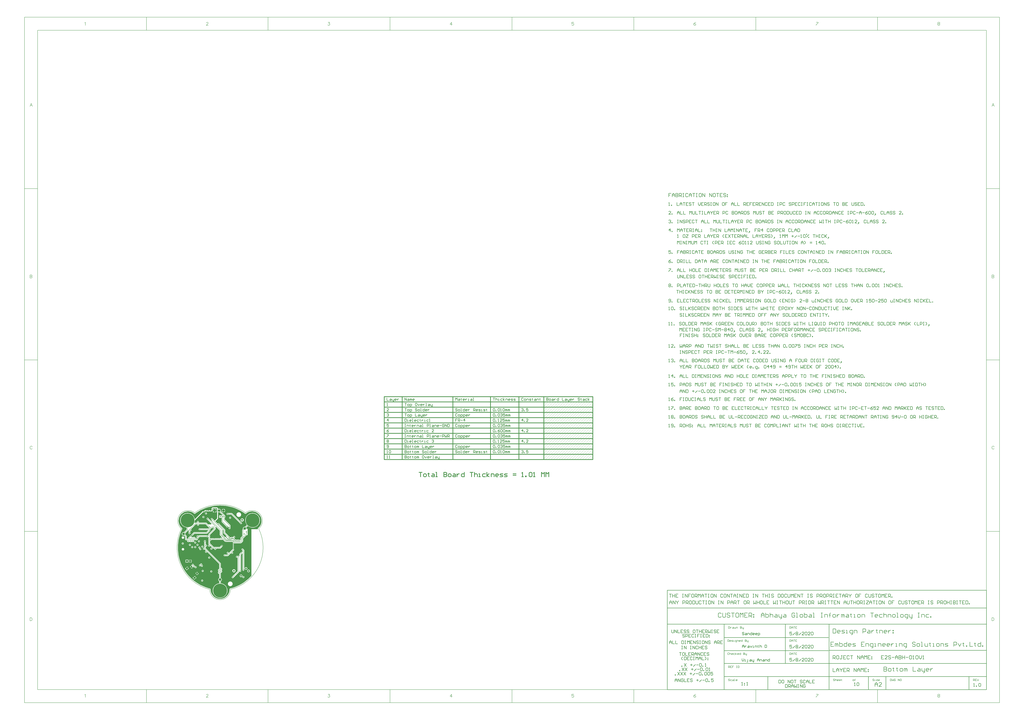
<source format=gbl>
G04 Layer_Physical_Order=4*
G04 Layer_Color=16711680*
%FSLAX44Y44*%
%MOMM*%
G71*
G01*
G75*
%ADD10C,1.0000*%
%ADD13R,0.6200X0.6200*%
%ADD14R,0.6200X0.6200*%
%ADD39C,0.2540*%
%ADD40C,0.1524*%
%ADD41C,0.2286*%
%ADD42C,0.2032*%
%ADD43C,0.1450*%
%ADD50C,0.1270*%
%ADD53C,0.3810*%
%ADD54C,0.0254*%
%ADD55C,0.1778*%
%ADD56C,8.0000*%
%ADD57C,1.5200*%
%ADD58C,1.5000*%
%ADD59R,1.5000X1.5000*%
%ADD60C,1.2000*%
%ADD61R,1.2000X1.2000*%
G04:AMPARAMS|DCode=62|XSize=1.55mm|YSize=1mm|CornerRadius=0mm|HoleSize=0mm|Usage=FLASHONLY|Rotation=39.000|XOffset=0mm|YOffset=0mm|HoleType=Round|Shape=Round|*
%AMOVALD62*
21,1,0.5500,1.0000,0.0000,0.0000,39.0*
1,1,1.0000,-0.2137,-0.1731*
1,1,1.0000,0.2137,0.1731*
%
%ADD62OVALD62*%

G04:AMPARAMS|DCode=63|XSize=1.25mm|YSize=0.95mm|CornerRadius=0mm|HoleSize=0mm|Usage=FLASHONLY|Rotation=309.000|XOffset=0mm|YOffset=0mm|HoleType=Round|Shape=Round|*
%AMOVALD63*
21,1,0.3000,0.9500,0.0000,0.0000,309.0*
1,1,0.9500,-0.0944,0.1166*
1,1,0.9500,0.0944,-0.1166*
%
%ADD63OVALD63*%

%ADD64C,0.6096*%
%ADD65C,0.5000*%
%ADD66C,0.5080*%
%ADD67C,0.4572*%
%ADD82C,0.3048*%
G36*
X14795Y244587D02*
X29536Y243248D01*
X44169Y241021D01*
X58640Y237914D01*
X72899Y233939D01*
X86890Y229111D01*
X100565Y223447D01*
X113873Y216967D01*
X126765Y209696D01*
X139195Y201659D01*
X144365Y197855D01*
X144436Y197953D01*
X145451Y197275D01*
X147433Y196881D01*
X149415Y197275D01*
X150717Y198145D01*
X150771Y198081D01*
X152566Y199656D01*
X158539Y203646D01*
X164981Y206823D01*
X171782Y209132D01*
X178827Y210533D01*
X185994Y211003D01*
X193161Y210533D01*
X200206Y209132D01*
X207007Y206823D01*
X213449Y203646D01*
X219421Y199656D01*
X224821Y194920D01*
X229557Y189520D01*
X233548Y183548D01*
X236725Y177106D01*
X239033Y170304D01*
X240435Y163260D01*
X240904Y156092D01*
X240435Y148925D01*
X239033Y141881D01*
X236725Y135079D01*
X233548Y128637D01*
X229557Y122665D01*
X224821Y117265D01*
X221165Y114058D01*
X221165Y114058D01*
X220834Y113739D01*
X220422Y113123D01*
X219711Y112059D01*
X219317Y110077D01*
X219690Y108204D01*
X219665Y108003D01*
X219109Y106934D01*
X182170D01*
Y-163068D01*
X182170Y-163068D01*
X182170D01*
X181703Y-164158D01*
X173196Y-173196D01*
X162423Y-183337D01*
X151057Y-192810D01*
X139139Y-201578D01*
X126715Y-209611D01*
X113827Y-216880D01*
X100525Y-223357D01*
X86855Y-229019D01*
X72869Y-233845D01*
X58773Y-237775D01*
X58773Y-237775D01*
X58015Y-237941D01*
X57628Y-238199D01*
X56334Y-239064D01*
X55211Y-240744D01*
X54817Y-242726D01*
X54906Y-243174D01*
X54460Y-249981D01*
X53059Y-257026D01*
X50750Y-263827D01*
X47573Y-270269D01*
X43583Y-276241D01*
X38847Y-281641D01*
X33447Y-286377D01*
X27475Y-290368D01*
X21033Y-293545D01*
X14231Y-295853D01*
X7186Y-297255D01*
X19Y-297724D01*
X-7148Y-297255D01*
X-14193Y-295853D01*
X-20994Y-293545D01*
X-27436Y-290368D01*
X-33408Y-286377D01*
X-38808Y-281641D01*
X-43544Y-276241D01*
X-47535Y-270269D01*
X-50712Y-263827D01*
X-53020Y-257026D01*
X-54422Y-249981D01*
X-54868Y-243163D01*
X-54801Y-242826D01*
X-55195Y-240844D01*
X-56318Y-239163D01*
X-57612Y-238299D01*
X-57999Y-238040D01*
X-58757Y-237875D01*
X-58758Y-237875D01*
X-72875Y-233939D01*
X-86867Y-229111D01*
X-100542Y-223447D01*
X-113850Y-216967D01*
X-126742Y-209696D01*
X-139172Y-201659D01*
X-151094Y-192887D01*
X-162464Y-183411D01*
X-173242Y-173265D01*
X-183387Y-162488D01*
X-192863Y-151117D01*
X-201636Y-139195D01*
X-209672Y-126765D01*
X-216944Y-113873D01*
X-223423Y-100565D01*
X-229088Y-86890D01*
X-233916Y-72899D01*
X-237890Y-58640D01*
X-240997Y-44169D01*
X-243224Y-29536D01*
X-244564Y-14795D01*
X-245011Y0D01*
X-244564Y14795D01*
X-243224Y29536D01*
X-240997Y44169D01*
X-237890Y58640D01*
X-233916Y72899D01*
X-229088Y86890D01*
X-223423Y100565D01*
X-219894Y107814D01*
X-219894D01*
X-219783Y108123D01*
X-219614Y108972D01*
X-219389Y110105D01*
X-219783Y112088D01*
X-220496Y113155D01*
X-220906Y113768D01*
X-221253Y114084D01*
X-221253Y114084D01*
X-224846Y117235D01*
X-229582Y122636D01*
X-233573Y128608D01*
X-236749Y135050D01*
X-239058Y141851D01*
X-240459Y148896D01*
X-240929Y156063D01*
X-240459Y163230D01*
X-239058Y170275D01*
X-236749Y177076D01*
X-233573Y183518D01*
X-229582Y189491D01*
X-224846Y194891D01*
X-219446Y199627D01*
X-213474Y203617D01*
X-207032Y206794D01*
X-200230Y209103D01*
X-193186Y210504D01*
X-186019Y210974D01*
X-178851Y210504D01*
X-171807Y209103D01*
X-165005Y206794D01*
X-158563Y203617D01*
X-152591Y199627D01*
X-150798Y198054D01*
X-150744Y198118D01*
X-149442Y197248D01*
X-147460Y196854D01*
X-145478Y197248D01*
X-144444Y197939D01*
X-144377Y197847D01*
X-139195Y201659D01*
X-126765Y209696D01*
X-113873Y216967D01*
X-100565Y223447D01*
X-86890Y229111D01*
X-72899Y233939D01*
X-58640Y237914D01*
X-44169Y241021D01*
X-29536Y243248D01*
X-14795Y244587D01*
X0Y245034D01*
X14795Y244587D01*
D02*
G37*
%LPC*%
G36*
X-165289Y-114455D02*
X-169482Y-117850D01*
X-168386Y-118890D01*
X-166699Y-119806D01*
X-164832Y-120254D01*
X-162913Y-120204D01*
X-161075Y-119659D01*
X-165289Y-114455D01*
D02*
G37*
G36*
X-171901Y-106290D02*
X-172816Y-107975D01*
X-173264Y-109841D01*
X-173214Y-111760D01*
X-172669Y-113601D01*
X-171879Y-114889D01*
X-167687Y-111494D01*
X-171901Y-106290D01*
D02*
G37*
G36*
X-189352Y-111702D02*
X-191336Y-111754D01*
X-193240Y-112318D01*
X-194933Y-113355D01*
X-195589Y-113887D01*
X-192002Y-118316D01*
X-185630Y-113156D01*
X-185676Y-113112D01*
X-187421Y-112165D01*
X-189352Y-111702D01*
D02*
G37*
G36*
X151408Y-113439D02*
X150397D01*
X148446Y-113827D01*
X147513Y-114214D01*
X145859Y-115319D01*
X145679Y-115500D01*
X145466Y-115641D01*
X145325Y-115853D01*
X145144Y-116034D01*
X144039Y-117688D01*
X143653Y-118621D01*
X143265Y-120572D01*
Y-121583D01*
X143653Y-123533D01*
X144039Y-124467D01*
X145144Y-126121D01*
X145859Y-126835D01*
X147513Y-127941D01*
X148446Y-128327D01*
X150397Y-128715D01*
X151408D01*
X153359Y-128327D01*
X154292Y-127941D01*
X155946Y-126835D01*
X156126Y-126655D01*
X156339Y-126513D01*
X156480Y-126301D01*
X156661Y-126121D01*
X157766Y-124467D01*
X158152Y-123533D01*
X158540Y-121583D01*
Y-120572D01*
X158152Y-118621D01*
X157766Y-117688D01*
X156661Y-116034D01*
X155946Y-115319D01*
X154292Y-114214D01*
X153359Y-113827D01*
X151408Y-113439D01*
D02*
G37*
G36*
X-192565Y-123675D02*
X-198937Y-128835D01*
X-198891Y-128879D01*
X-197146Y-129826D01*
X-195216Y-130290D01*
X-193231Y-130238D01*
X-191328Y-129674D01*
X-189635Y-128637D01*
X-188978Y-128105D01*
X-192565Y-123675D01*
D02*
G37*
G36*
X-183232Y-116117D02*
X-189604Y-121277D01*
X-186017Y-125707D01*
X-185361Y-125175D01*
X-183994Y-123735D01*
X-183047Y-121990D01*
X-182583Y-120060D01*
X-182635Y-118076D01*
X-183199Y-116172D01*
X-183232Y-116117D01*
D02*
G37*
G36*
X-198550Y-116284D02*
X-199207Y-116816D01*
X-200574Y-118256D01*
X-201521Y-120001D01*
X-201984Y-121931D01*
X-201932Y-123916D01*
X-201369Y-125820D01*
X-201335Y-125874D01*
X-194963Y-120714D01*
X-198550Y-116284D01*
D02*
G37*
G36*
X-158242Y-94378D02*
X-160422Y-94812D01*
X-162271Y-96047D01*
X-163506Y-97896D01*
X-163939Y-100076D01*
X-163506Y-102256D01*
X-163396Y-102420D01*
X-164176Y-103539D01*
X-165183Y-103297D01*
X-167102Y-103348D01*
X-168940Y-103892D01*
X-163527Y-110577D01*
X-158114Y-117261D01*
X-157199Y-115576D01*
X-156751Y-113710D01*
X-156791Y-112203D01*
X-155531Y-111802D01*
X-155413Y-111979D01*
X-153564Y-113214D01*
X-151384Y-113647D01*
X-149204Y-113214D01*
X-148518Y-112756D01*
X-147375Y-113519D01*
X-147430Y-113792D01*
X-146996Y-115972D01*
X-145761Y-117821D01*
X-143912Y-119056D01*
X-141732Y-119489D01*
X-139552Y-119056D01*
X-137703Y-117821D01*
X-136468Y-115972D01*
X-136034Y-113792D01*
X-136468Y-111612D01*
X-137703Y-109763D01*
X-139552Y-108528D01*
X-141732Y-108095D01*
X-143912Y-108528D01*
X-144598Y-108986D01*
X-145741Y-108223D01*
X-145687Y-107950D01*
X-146120Y-105770D01*
X-147355Y-103921D01*
X-149204Y-102686D01*
X-151384Y-102253D01*
X-151695Y-102314D01*
X-152775Y-101234D01*
X-152544Y-100076D01*
X-152978Y-97896D01*
X-154213Y-96047D01*
X-156062Y-94812D01*
X-158242Y-94378D01*
D02*
G37*
G36*
X-170404Y-69932D02*
Y-76390D01*
X-163946D01*
X-163988Y-76066D01*
X-164849Y-73989D01*
X-166218Y-72205D01*
X-168002Y-70836D01*
X-170079Y-69975D01*
X-170404Y-69932D01*
D02*
G37*
G36*
X-174214D02*
X-174538Y-69975D01*
X-176616Y-70836D01*
X-178399Y-72205D01*
X-179768Y-73989D01*
X-180629Y-76066D01*
X-180672Y-76390D01*
X-174214D01*
Y-69932D01*
D02*
G37*
G36*
X129930Y-5128D02*
X127948Y-5523D01*
X126267Y-6646D01*
X125145Y-8326D01*
X124750Y-10308D01*
X125145Y-12290D01*
X126267Y-13971D01*
X127371Y-14708D01*
X130462Y-17798D01*
Y-24225D01*
X129192Y-24904D01*
X128474Y-24425D01*
X126492Y-24030D01*
X124510Y-24425D01*
X122830Y-25547D01*
X122092Y-26651D01*
X113615Y-35129D01*
X112548Y-36725D01*
X112174Y-38608D01*
Y-48853D01*
X110904Y-49238D01*
X110301Y-48335D01*
X108620Y-47213D01*
X106638Y-46818D01*
X104656Y-47213D01*
X102976Y-48335D01*
X102777Y-48633D01*
X101112Y-48839D01*
X99970Y-48076D01*
X97790Y-47642D01*
X95610Y-48076D01*
X93761Y-49311D01*
X92526Y-51160D01*
X92093Y-53340D01*
X92526Y-55520D01*
X93761Y-57369D01*
X95610Y-58604D01*
X97790Y-59037D01*
X99970Y-58604D01*
X100597Y-58185D01*
X101718Y-58783D01*
Y-136942D01*
X70593Y-168066D01*
X69489Y-168804D01*
X68367Y-170484D01*
X67972Y-172466D01*
X68367Y-174448D01*
X69489Y-176129D01*
X71170Y-177251D01*
X73152Y-177645D01*
X75134Y-177251D01*
X76814Y-176129D01*
X77552Y-175025D01*
X110117Y-142459D01*
X111184Y-140863D01*
X111559Y-138980D01*
Y-138527D01*
X112829Y-138142D01*
X113432Y-139045D01*
X115112Y-140167D01*
X117094Y-140562D01*
X119076Y-140167D01*
X120757Y-139045D01*
X121879Y-137364D01*
X122274Y-135382D01*
X122015Y-134080D01*
Y-40646D01*
X129051Y-33610D01*
X129192Y-33516D01*
X130462Y-34195D01*
Y-128492D01*
X130203Y-129794D01*
X130597Y-131776D01*
X131720Y-133456D01*
X133400Y-134579D01*
X135382Y-134973D01*
X137364Y-134579D01*
X139045Y-133456D01*
X140167Y-131776D01*
X140562Y-129794D01*
X140302Y-128492D01*
Y-15760D01*
X139928Y-13877D01*
X138861Y-12281D01*
X134330Y-7749D01*
X133593Y-6646D01*
X131912Y-5523D01*
X129930Y-5128D01*
D02*
G37*
G36*
X-62992Y-52214D02*
X-65172Y-52648D01*
X-67021Y-53883D01*
X-68256Y-55732D01*
X-68689Y-57912D01*
X-68256Y-60092D01*
X-67021Y-61941D01*
X-65172Y-63176D01*
X-62992Y-63609D01*
X-60812Y-63176D01*
X-58963Y-61941D01*
X-57728Y-60092D01*
X-57295Y-57912D01*
X-57728Y-55732D01*
X-58963Y-53883D01*
X-60812Y-52648D01*
X-62992Y-52214D01*
D02*
G37*
G36*
X-186309Y-69706D02*
X-198309D01*
X-199300Y-69903D01*
X-200140Y-70464D01*
X-200701Y-71304D01*
X-200898Y-72295D01*
Y-84295D01*
X-200701Y-85286D01*
X-200140Y-86127D01*
X-199300Y-86688D01*
X-198309Y-86885D01*
X-186309D01*
X-185318Y-86688D01*
X-184477Y-86127D01*
X-183916Y-85286D01*
X-183719Y-84295D01*
Y-72295D01*
X-183916Y-71304D01*
X-184477Y-70464D01*
X-185318Y-69903D01*
X-186309Y-69706D01*
D02*
G37*
G36*
X-109402Y-91767D02*
X-111582Y-92200D01*
X-113431Y-93435D01*
X-114666Y-95284D01*
X-114853Y-96222D01*
X-116344Y-97221D01*
X-116586Y-97172D01*
X-118766Y-97606D01*
X-120615Y-98841D01*
X-121850Y-100690D01*
X-122283Y-102870D01*
X-121850Y-105050D01*
X-120615Y-106899D01*
X-118766Y-108134D01*
X-116586Y-108567D01*
X-114406Y-108134D01*
X-112557Y-106899D01*
X-112444Y-106730D01*
X-111096Y-106998D01*
X-110928Y-107844D01*
X-109693Y-109693D01*
X-107844Y-110928D01*
X-105664Y-111362D01*
X-103484Y-110928D01*
X-101635Y-109693D01*
X-100400Y-107844D01*
X-99966Y-105664D01*
X-100400Y-103484D01*
X-101635Y-101635D01*
X-103229Y-100570D01*
X-104138Y-99644D01*
X-103705Y-97464D01*
X-104138Y-95284D01*
X-105373Y-93435D01*
X-107222Y-92200D01*
X-109402Y-91767D01*
D02*
G37*
G36*
X-163946Y-80200D02*
X-170404D01*
Y-86658D01*
X-170079Y-86616D01*
X-168002Y-85755D01*
X-166218Y-84386D01*
X-164849Y-82602D01*
X-163988Y-80525D01*
X-163946Y-80200D01*
D02*
G37*
G36*
X-174214D02*
X-180672D01*
X-180629Y-80525D01*
X-179768Y-82602D01*
X-178399Y-84386D01*
X-176616Y-85755D01*
X-174538Y-86616D01*
X-174214Y-86658D01*
Y-80200D01*
D02*
G37*
G36*
X135636Y-165753D02*
X133456Y-166186D01*
X131607Y-167421D01*
X130372Y-169270D01*
X129938Y-171450D01*
X130372Y-173630D01*
X131607Y-175479D01*
X133456Y-176714D01*
X135636Y-177148D01*
X137816Y-176714D01*
X139665Y-175479D01*
X140900Y-173630D01*
X141334Y-171450D01*
X140900Y-169270D01*
X139665Y-167421D01*
X137816Y-166186D01*
X135636Y-165753D01*
D02*
G37*
G36*
X-139180Y-170518D02*
X-145552Y-175678D01*
X-141965Y-180107D01*
X-141308Y-179576D01*
X-139942Y-178136D01*
X-138994Y-176391D01*
X-138531Y-174460D01*
X-138583Y-172476D01*
X-139147Y-170572D01*
X-139180Y-170518D01*
D02*
G37*
G36*
X122671Y-156545D02*
X121660D01*
X119710Y-156933D01*
X118776Y-157319D01*
X117122Y-158425D01*
X116942Y-158605D01*
X116730Y-158747D01*
X116588Y-158959D01*
X116408Y-159139D01*
X115302Y-160793D01*
X114916Y-161726D01*
X114528Y-163678D01*
Y-164688D01*
X114916Y-166639D01*
X115302Y-167572D01*
X116408Y-169226D01*
X117122Y-169941D01*
X118776Y-171046D01*
X119710Y-171433D01*
X121660Y-171821D01*
X122671D01*
X124622Y-171433D01*
X125555Y-171046D01*
X127209Y-169941D01*
X127390Y-169760D01*
X127602Y-169619D01*
X127743Y-169407D01*
X127924Y-169226D01*
X129029Y-167572D01*
X129416Y-166639D01*
X129804Y-164688D01*
Y-163678D01*
X129416Y-161726D01*
X129029Y-160793D01*
X127924Y-159139D01*
X127209Y-158425D01*
X125555Y-157319D01*
X124622Y-156933D01*
X122671Y-156545D01*
D02*
G37*
G36*
X-145299Y-166102D02*
X-147284Y-166154D01*
X-149187Y-166718D01*
X-150880Y-167755D01*
X-151537Y-168287D01*
X-147950Y-172717D01*
X-141578Y-167557D01*
X-141624Y-167513D01*
X-143369Y-166565D01*
X-145299Y-166102D01*
D02*
G37*
G36*
X59182Y-197135D02*
X59015Y-197169D01*
X58844Y-197157D01*
X55972Y-197535D01*
X55731Y-197617D01*
X55647Y-197628D01*
X55570Y-197661D01*
X55319Y-197710D01*
X52643Y-198819D01*
X52431Y-198961D01*
X52354Y-198993D01*
X52287Y-199044D01*
X52058Y-199157D01*
X49760Y-200920D01*
X49592Y-201112D01*
X49525Y-201163D01*
X49474Y-201230D01*
X49282Y-201398D01*
X47519Y-203696D01*
X47406Y-203925D01*
X47355Y-203992D01*
X47323Y-204069D01*
X47181Y-204282D01*
X46073Y-206957D01*
X46023Y-207208D01*
X45991Y-207285D01*
X45979Y-207369D01*
X45897Y-207610D01*
X45519Y-210482D01*
X45536Y-210737D01*
X45525Y-210820D01*
X45536Y-210903D01*
X45519Y-211158D01*
X45897Y-214030D01*
X45979Y-214271D01*
X45991Y-214355D01*
X46023Y-214432D01*
X46073Y-214683D01*
X47181Y-217358D01*
X47323Y-217571D01*
X47355Y-217648D01*
X47406Y-217715D01*
X47519Y-217944D01*
X49282Y-220242D01*
X49474Y-220410D01*
X49525Y-220477D01*
X49592Y-220528D01*
X49760Y-220720D01*
X52058Y-222483D01*
X52287Y-222596D01*
X52354Y-222647D01*
X52431Y-222679D01*
X52643Y-222821D01*
X55319Y-223930D01*
X55570Y-223979D01*
X55647Y-224011D01*
X55731Y-224023D01*
X55972Y-224104D01*
X58844Y-224482D01*
X59015Y-224471D01*
X59182Y-224505D01*
X59349Y-224471D01*
X59520Y-224482D01*
X62392Y-224104D01*
X62633Y-224023D01*
X62717Y-224011D01*
X62794Y-223979D01*
X63045Y-223930D01*
X65721Y-222821D01*
X65933Y-222679D01*
X66010Y-222647D01*
X66077Y-222596D01*
X66306Y-222483D01*
X68604Y-220720D01*
X68772Y-220528D01*
X68839Y-220477D01*
X68890Y-220410D01*
X69082Y-220242D01*
X70845Y-217944D01*
X70958Y-217715D01*
X71009Y-217648D01*
X71041Y-217571D01*
X71183Y-217358D01*
X72291Y-214683D01*
X72341Y-214432D01*
X72373Y-214355D01*
X72385Y-214271D01*
X72467Y-214030D01*
X72845Y-211158D01*
X72828Y-210903D01*
X72839Y-210820D01*
X72828Y-210737D01*
X72845Y-210482D01*
X72467Y-207610D01*
X72385Y-207369D01*
X72373Y-207285D01*
X72341Y-207208D01*
X72291Y-206957D01*
X71183Y-204282D01*
X71041Y-204069D01*
X71009Y-203992D01*
X70958Y-203925D01*
X70845Y-203696D01*
X69082Y-201398D01*
X68890Y-201230D01*
X68839Y-201163D01*
X68772Y-201112D01*
X68604Y-200920D01*
X66306Y-199157D01*
X66077Y-199044D01*
X66010Y-198993D01*
X65933Y-198961D01*
X65721Y-198819D01*
X63045Y-197710D01*
X62794Y-197661D01*
X62717Y-197628D01*
X62633Y-197617D01*
X62392Y-197535D01*
X59520Y-197157D01*
X59349Y-197169D01*
X59182Y-197135D01*
D02*
G37*
G36*
X-103886Y-186073D02*
X-106066Y-186506D01*
X-107915Y-187741D01*
X-109150Y-189590D01*
X-109584Y-191770D01*
X-109150Y-193950D01*
X-107915Y-195799D01*
X-106066Y-197034D01*
X-103886Y-197467D01*
X-101706Y-197034D01*
X-99857Y-195799D01*
X-98622Y-193950D01*
X-98188Y-191770D01*
X-98622Y-189590D01*
X-99857Y-187741D01*
X-101706Y-186506D01*
X-103886Y-186073D01*
D02*
G37*
G36*
X-154498Y-170685D02*
X-155154Y-171216D01*
X-156521Y-172656D01*
X-157468Y-174401D01*
X-157932Y-176332D01*
X-157880Y-178316D01*
X-157316Y-180220D01*
X-157283Y-180274D01*
X-150911Y-175114D01*
X-154498Y-170685D01*
D02*
G37*
G36*
X-148513Y-178075D02*
X-154885Y-183235D01*
X-154839Y-183279D01*
X-153094Y-184226D01*
X-151163Y-184690D01*
X-149179Y-184638D01*
X-147275Y-184074D01*
X-145582Y-183037D01*
X-144926Y-182505D01*
X-148513Y-178075D01*
D02*
G37*
G36*
X80518Y-125779D02*
X78164Y-126089D01*
X75971Y-126998D01*
X74087Y-128443D01*
X72642Y-130327D01*
X71733Y-132520D01*
X71423Y-134874D01*
X71733Y-137228D01*
X72642Y-139421D01*
X74087Y-141305D01*
X75971Y-142750D01*
X78164Y-143659D01*
X80518Y-143969D01*
X82872Y-143659D01*
X85065Y-142750D01*
X86949Y-141305D01*
X88394Y-139421D01*
X89303Y-137228D01*
X89613Y-134874D01*
X89303Y-132520D01*
X88394Y-130327D01*
X86949Y-128443D01*
X85065Y-126998D01*
X82872Y-126089D01*
X80518Y-125779D01*
D02*
G37*
G36*
X-51054Y-132732D02*
X-53234Y-133166D01*
X-55083Y-134401D01*
X-56318Y-136250D01*
X-56751Y-138430D01*
X-56318Y-140610D01*
X-55083Y-142459D01*
X-53234Y-143694D01*
X-51054Y-144128D01*
X-48874Y-143694D01*
X-47025Y-142459D01*
X-45790Y-140610D01*
X-45356Y-138430D01*
X-45790Y-136250D01*
X-47025Y-134401D01*
X-48874Y-133166D01*
X-51054Y-132732D01*
D02*
G37*
G36*
X-100838Y-129684D02*
X-103018Y-130118D01*
X-104867Y-131353D01*
X-106102Y-133202D01*
X-106536Y-135382D01*
X-106102Y-137562D01*
X-104867Y-139411D01*
X-103018Y-140646D01*
X-100838Y-141080D01*
X-98658Y-140646D01*
X-96809Y-139411D01*
X-95574Y-137562D01*
X-95140Y-135382D01*
X-95574Y-133202D01*
X-96809Y-131353D01*
X-98658Y-130118D01*
X-100838Y-129684D01*
D02*
G37*
G36*
X165776Y-127808D02*
X164766D01*
X162815Y-128196D01*
X161881Y-128583D01*
X160227Y-129688D01*
X160047Y-129868D01*
X159835Y-130010D01*
X159693Y-130222D01*
X159513Y-130402D01*
X158408Y-132056D01*
X158021Y-132990D01*
X157633Y-134941D01*
Y-135951D01*
X158021Y-137902D01*
X158408Y-138835D01*
X159513Y-140489D01*
X160227Y-141204D01*
X161881Y-142309D01*
X162815Y-142696D01*
X164766Y-143084D01*
X165776D01*
X167727Y-142696D01*
X168661Y-142309D01*
X170315Y-141204D01*
X170495Y-141024D01*
X170707Y-140882D01*
X170849Y-140670D01*
X171029Y-140489D01*
X172134Y-138835D01*
X172521Y-137902D01*
X172909Y-135951D01*
Y-134941D01*
X172521Y-132990D01*
X172134Y-132056D01*
X171029Y-130402D01*
X170315Y-129688D01*
X168661Y-128583D01*
X167727Y-128196D01*
X165776Y-127808D01*
D02*
G37*
G36*
X-126670Y-147520D02*
X-130862Y-150915D01*
X-126648Y-156119D01*
X-125733Y-154434D01*
X-125285Y-152567D01*
X-125335Y-150648D01*
X-125880Y-148808D01*
X-126670Y-147520D01*
D02*
G37*
G36*
X-133823Y-153312D02*
X-138015Y-156707D01*
X-136919Y-157747D01*
X-135233Y-158663D01*
X-133366Y-159111D01*
X-131447Y-159061D01*
X-129609Y-158517D01*
X-133823Y-153312D01*
D02*
G37*
G36*
X-133717Y-142155D02*
X-135636Y-142205D01*
X-137474Y-142749D01*
X-133260Y-147954D01*
X-129067Y-144559D01*
X-130164Y-143519D01*
X-131851Y-142603D01*
X-133717Y-142155D01*
D02*
G37*
G36*
X-140435Y-145147D02*
X-141350Y-146832D01*
X-141798Y-148699D01*
X-141748Y-150618D01*
X-141203Y-152458D01*
X-140413Y-153746D01*
X-136221Y-150351D01*
X-140435Y-145147D01*
D02*
G37*
G36*
X21463Y225522D02*
Y217551D01*
X29434D01*
X29339Y218267D01*
X28328Y220709D01*
X26719Y222807D01*
X24621Y224416D01*
X22179Y225427D01*
X21463Y225522D01*
D02*
G37*
G36*
X17653D02*
X16937Y225427D01*
X14495Y224416D01*
X12397Y222807D01*
X10788Y220709D01*
X9776Y218267D01*
X9682Y217551D01*
X17653D01*
Y225522D01*
D02*
G37*
G36*
X-18795Y234288D02*
X-18796Y234288D01*
X-18796Y234288D01*
X-41910Y234287D01*
X-43892Y233893D01*
X-45573Y232770D01*
X-47859Y230485D01*
X-48981Y228804D01*
X-49376Y226822D01*
X-49376Y217537D01*
X-50271Y216642D01*
X-50554Y216218D01*
X-50915Y215857D01*
X-51044Y215547D01*
X-55818D01*
X-56170Y215782D01*
X-56530Y216143D01*
X-57002Y216338D01*
X-57426Y216621D01*
X-57926Y216721D01*
X-58397Y216916D01*
X-58908Y216916D01*
X-59408Y217015D01*
X-62512Y217015D01*
X-63012Y216916D01*
X-63523Y216916D01*
X-63994Y216721D01*
X-64494Y216621D01*
X-64918Y216338D01*
X-65390Y216143D01*
X-65750Y215782D01*
X-66102Y215547D01*
X-71153D01*
X-71392Y215707D01*
X-71655Y215969D01*
X-71891Y216067D01*
X-72090Y216230D01*
X-72437Y216336D01*
X-72628Y216462D01*
X-73035Y216541D01*
X-73522Y216742D01*
X-73778D01*
X-74024Y216817D01*
X-74082Y216823D01*
X-74348Y216796D01*
X-74611Y216848D01*
X-87609Y216794D01*
X-87855Y216744D01*
X-88106Y216768D01*
X-88838Y216544D01*
X-89589Y216391D01*
X-89798Y216250D01*
X-90038Y216177D01*
X-90629Y215690D01*
X-91265Y215261D01*
X-91404Y215052D01*
X-91598Y214892D01*
X-92039Y214351D01*
X-92157Y214129D01*
X-92335Y213952D01*
X-92628Y213244D01*
X-92988Y212567D01*
X-93012Y212317D01*
X-93109Y212085D01*
X-93177Y211741D01*
X-94586Y211157D01*
X-94877Y211352D01*
X-95114Y211450D01*
X-95313Y211613D01*
X-96041Y211834D01*
X-96744Y212125D01*
X-97001D01*
X-97247Y212200D01*
X-97620Y212237D01*
X-97876Y212211D01*
X-98128Y212262D01*
X-98874Y212113D01*
X-99631Y212039D01*
X-99858Y211917D01*
X-100110Y211867D01*
X-100743Y211445D01*
X-101414Y211086D01*
X-101577Y210887D01*
X-101790Y210744D01*
X-145986Y166549D01*
X-147201Y166917D01*
X-147821Y170034D01*
X-149614Y175314D01*
X-152080Y180316D01*
X-155178Y184952D01*
X-158855Y189145D01*
X-163048Y192822D01*
X-167684Y195920D01*
X-172686Y198386D01*
X-177966Y200179D01*
X-183435Y201267D01*
X-189000Y201631D01*
X-194565Y201267D01*
X-200034Y200179D01*
X-205314Y198386D01*
X-210316Y195920D01*
X-214952Y192822D01*
X-219145Y189145D01*
X-222822Y184952D01*
X-225920Y180316D01*
X-228386Y175314D01*
X-230179Y170034D01*
X-231267Y164564D01*
X-231631Y159000D01*
X-231267Y153435D01*
X-230179Y147966D01*
X-228386Y142686D01*
X-225920Y137684D01*
X-222822Y133048D01*
X-219145Y128855D01*
X-214952Y125178D01*
X-210316Y122080D01*
X-205314Y119614D01*
X-200034Y117821D01*
X-194565Y116733D01*
X-193624Y116672D01*
Y105269D01*
X-209207Y89686D01*
X-209697Y89889D01*
X-212344Y90238D01*
X-214991Y89889D01*
X-217458Y88867D01*
X-219576Y87242D01*
X-221201Y85124D01*
X-222223Y82657D01*
X-222572Y80010D01*
X-222223Y77363D01*
X-221201Y74896D01*
X-219576Y72778D01*
X-217458Y71153D01*
X-214991Y70131D01*
X-212344Y69783D01*
X-209697Y70131D01*
X-209207Y70334D01*
X-203252Y64379D01*
Y49276D01*
X-202900Y47506D01*
X-201898Y46006D01*
X-199866Y43974D01*
X-198365Y42972D01*
X-196596Y42620D01*
X-191425D01*
Y38261D01*
X-191073Y36491D01*
X-190070Y34991D01*
X-188764Y33685D01*
X-187264Y32683D01*
X-185495Y32331D01*
X-181577D01*
X-179807Y32683D01*
X-178307Y33685D01*
X-177006Y34987D01*
X-175704Y33685D01*
X-174204Y32683D01*
X-172435Y32331D01*
X-168517D01*
X-166747Y32683D01*
X-165247Y33685D01*
X-163946Y34987D01*
X-162644Y33685D01*
X-161144Y32683D01*
X-159375Y32331D01*
X-155456D01*
X-153687Y32683D01*
X-152187Y33685D01*
X-150881Y34991D01*
X-149879Y36491D01*
X-149527Y38261D01*
Y47094D01*
X-148353Y47580D01*
X-145002Y44228D01*
X-143502Y43226D01*
X-141732Y42874D01*
X-135128D01*
X-133358Y43226D01*
X-131858Y44228D01*
X-130080Y46006D01*
X-129078Y47506D01*
X-128726Y49276D01*
Y50964D01*
X-128086Y51922D01*
X-127861Y53051D01*
X-118989Y61924D01*
X-76798D01*
X-75840Y61284D01*
X-73660Y60851D01*
X-71480Y61284D01*
X-69631Y62519D01*
X-69254Y63083D01*
X-67984Y62698D01*
Y23782D01*
X-67610Y21899D01*
X-66543Y20303D01*
X-64390Y18150D01*
X-64759Y16934D01*
X-65582Y16770D01*
X-67431Y15535D01*
X-68666Y13687D01*
X-69099Y11507D01*
X-68666Y9326D01*
X-67431Y7478D01*
X-65582Y6243D01*
X-63402Y5809D01*
X-61222Y6243D01*
X-59373Y7478D01*
X-58138Y9326D01*
X-57974Y10150D01*
X-56759Y10519D01*
X-41999Y-4241D01*
X-40402Y-5308D01*
X-38519Y-5683D01*
X-34304D01*
X-33498Y-6664D01*
X-33637Y-7366D01*
X-33204Y-9546D01*
X-31969Y-11395D01*
X-30120Y-12630D01*
X-27940Y-13063D01*
X-25760Y-12630D01*
X-23911Y-11395D01*
X-22676Y-9546D01*
X-22243Y-7366D01*
X-22382Y-6664D01*
X-21576Y-5683D01*
X-508D01*
X1375Y-5308D01*
X2971Y-4241D01*
X14401Y7189D01*
X15468Y8785D01*
X15842Y10668D01*
X15468Y12551D01*
X14401Y14147D01*
X12805Y15214D01*
X10922Y15589D01*
X9039Y15214D01*
X7443Y14147D01*
X-2546Y4159D01*
X-36481D01*
X-58143Y25821D01*
Y39174D01*
X-57162Y39980D01*
X-56460Y39841D01*
X-54280Y40274D01*
X-52431Y41509D01*
X-51196Y43358D01*
X-50971Y44487D01*
X-49700Y45759D01*
X17629D01*
X28303Y35084D01*
X29804Y34082D01*
X31573Y33730D01*
X33274Y34068D01*
X33968Y34090D01*
X34544Y33782D01*
Y33782D01*
X71120Y33782D01*
X71315Y33977D01*
X72653Y33761D01*
X72690Y33574D01*
X73692Y32073D01*
X74168Y31756D01*
X74168Y-8390D01*
X73412Y-8896D01*
X51242Y-31065D01*
X50951Y-30909D01*
X50128Y-30383D01*
X49714Y-28300D01*
X48479Y-26451D01*
X46630Y-25216D01*
X44450Y-24783D01*
X42270Y-25216D01*
X40421Y-26451D01*
X39186Y-28300D01*
X38753Y-30480D01*
X39186Y-32660D01*
X40421Y-34509D01*
X42270Y-35744D01*
X44353Y-36158D01*
X44879Y-36981D01*
X45035Y-37272D01*
X42507Y-39801D01*
X27811D01*
X27626Y-39677D01*
X25644Y-39283D01*
X23662Y-39677D01*
X21981Y-40799D01*
X20859Y-42480D01*
X20464Y-44462D01*
X20859Y-46444D01*
X21981Y-48124D01*
X23662Y-49247D01*
X25644Y-49641D01*
X27626Y-49247D01*
X27811Y-49124D01*
X44438D01*
X46222Y-48769D01*
X47734Y-47758D01*
X63219Y-32274D01*
X64470Y-32494D01*
X64603Y-32685D01*
X65821Y-34509D01*
X67670Y-35744D01*
X69850Y-36177D01*
X72030Y-35744D01*
X73879Y-34509D01*
X75114Y-32660D01*
X75547Y-30480D01*
X75114Y-28300D01*
X73879Y-26451D01*
X72056Y-25233D01*
X71864Y-25100D01*
X71644Y-23849D01*
X80004Y-15488D01*
X81015Y-13976D01*
X81369Y-12192D01*
X81015Y-10408D01*
X80004Y-8896D01*
X79471Y-8540D01*
X79471Y25130D01*
X119962D01*
X121746Y25485D01*
X123258Y26496D01*
X132074Y35312D01*
X133085Y36824D01*
X133440Y38608D01*
Y52171D01*
X153658Y72390D01*
X159766D01*
X159766Y110107D01*
X153756Y110107D01*
X152975Y110998D01*
X152627Y113645D01*
X151911Y115372D01*
X162339Y125800D01*
X163048Y125178D01*
X167684Y122080D01*
X172686Y119614D01*
X177966Y117821D01*
X183435Y116733D01*
X189000Y116369D01*
X194564Y116733D01*
X200034Y117821D01*
X205314Y119614D01*
X210316Y122080D01*
X214952Y125178D01*
X219145Y128855D01*
X222822Y133048D01*
X225920Y137684D01*
X228386Y142686D01*
X230179Y147966D01*
X231266Y153435D01*
X231631Y159000D01*
X231266Y164564D01*
X230179Y170034D01*
X228386Y175314D01*
X225920Y180316D01*
X222822Y184952D01*
X219145Y189145D01*
X214952Y192822D01*
X210316Y195920D01*
X205314Y198386D01*
X200034Y200179D01*
X194564Y201267D01*
X189000Y201631D01*
X183435Y201267D01*
X177966Y200179D01*
X172686Y198386D01*
X167684Y195920D01*
X163048Y192822D01*
X158855Y189145D01*
X155178Y184952D01*
X152080Y180316D01*
X149614Y175314D01*
X147821Y170034D01*
X146733Y164564D01*
X146369Y159000D01*
X146733Y153435D01*
X147821Y147966D01*
X149614Y142686D01*
X152080Y137684D01*
X155178Y133048D01*
X155800Y132339D01*
X144461Y121000D01*
X142748Y121226D01*
X140101Y120877D01*
X137634Y119855D01*
X135516Y118230D01*
X133890Y116112D01*
X132869Y113645D01*
X132520Y110998D01*
X132869Y108351D01*
X133072Y107861D01*
X130080Y104870D01*
X129078Y103370D01*
X128726Y101600D01*
Y66685D01*
X119666Y57626D01*
X118664Y56125D01*
X118312Y54356D01*
Y45311D01*
X117087Y44086D01*
X115823Y44211D01*
X115422Y44811D01*
X113742Y45933D01*
X111760Y46328D01*
X111109Y46198D01*
X90306D01*
X81649Y54856D01*
X82195Y56105D01*
X83968Y56458D01*
X85817Y57693D01*
X87052Y59542D01*
X87486Y61722D01*
X87052Y63902D01*
X85817Y65751D01*
X83968Y66986D01*
X81788Y67420D01*
X79608Y66986D01*
X77759Y65751D01*
X76524Y63902D01*
X76116Y61851D01*
X75610Y61479D01*
X74914Y61127D01*
X74673Y61288D01*
X72741Y61672D01*
X65480D01*
X63548Y61288D01*
X61909Y60193D01*
X59962Y58245D01*
X58746Y58614D01*
X58604Y59330D01*
X57369Y61179D01*
X55520Y62414D01*
X55446Y62429D01*
X29584Y88291D01*
Y102840D01*
X29229Y104624D01*
X28218Y106136D01*
X-3352Y137706D01*
X-3626Y139086D01*
X-4861Y140935D01*
X-6710Y142170D01*
X-8890Y142604D01*
X-11070Y142170D01*
X-12919Y140935D01*
X-13385Y140237D01*
X-14648Y140113D01*
X-27265Y152730D01*
X-13102Y166894D01*
X-11979Y168574D01*
X-11585Y170556D01*
Y196240D01*
X-11585Y205896D01*
X-10315Y206631D01*
X-8463Y205864D01*
X-5842Y205519D01*
X-3221Y205864D01*
X-2819Y206031D01*
X14460Y188752D01*
X13973Y187579D01*
X10561D01*
X9074Y187283D01*
X8250Y186732D01*
X7366Y186539D01*
X6482Y186732D01*
X5658Y187283D01*
X4171Y187579D01*
X-2029D01*
X-3516Y187283D01*
X-4776Y186441D01*
X-5618Y185181D01*
X-5914Y183694D01*
Y177494D01*
X-5618Y176007D01*
X-4776Y174747D01*
X-3516Y173905D01*
X-2029Y173609D01*
X4171D01*
X5658Y173905D01*
X6482Y174456D01*
X7366Y174649D01*
X8250Y174456D01*
X9037Y173930D01*
Y151215D01*
X9389Y149445D01*
X10391Y147945D01*
X36198Y122139D01*
X36422Y121010D01*
X37657Y119161D01*
X39506Y117926D01*
X41686Y117493D01*
X43866Y117926D01*
X45715Y119161D01*
X46950Y121010D01*
X50456D01*
Y116620D01*
X49854Y115718D01*
X49420Y113538D01*
X49854Y111358D01*
X51089Y109509D01*
X52938Y108274D01*
X55118Y107840D01*
X57298Y108274D01*
X59147Y109509D01*
X60382Y111358D01*
X60816Y113538D01*
X60382Y115718D01*
X59780Y116620D01*
Y129032D01*
X59425Y130816D01*
X58414Y132328D01*
X27323Y163420D01*
Y173955D01*
X28508Y174747D01*
X29350Y176007D01*
X29646Y177494D01*
Y183694D01*
X29350Y185181D01*
X28508Y186441D01*
X27302Y187247D01*
X26968Y188927D01*
X25957Y190439D01*
X3773Y212623D01*
X3939Y213025D01*
X4285Y215646D01*
X3939Y218267D01*
X2928Y220709D01*
X1319Y222807D01*
X-779Y224416D01*
X-3221Y225427D01*
X-5842Y225773D01*
X-8463Y225427D01*
X-10315Y224661D01*
X-11585Y225396D01*
Y227076D01*
X-11802Y228171D01*
X-11979Y229058D01*
X-11979Y229058D01*
X-11979Y229058D01*
X-12640Y230047D01*
X-13101Y230738D01*
X-13102Y230738D01*
X-13102Y230739D01*
X-13102Y230739D01*
X-15133Y232770D01*
X-15133Y232770D01*
X-15134Y232771D01*
X-15970Y233329D01*
X-16813Y233893D01*
X-16814Y233893D01*
X-16814Y233893D01*
X-17738Y234077D01*
X-18795Y234288D01*
D02*
G37*
G36*
X-122936Y43035D02*
X-125116Y42602D01*
X-126965Y41367D01*
X-128200Y39518D01*
X-128633Y37338D01*
X-128200Y35158D01*
X-126965Y33309D01*
X-125116Y32074D01*
X-122936Y31641D01*
X-120756Y32074D01*
X-118907Y33309D01*
X-117672Y35158D01*
X-117239Y37338D01*
X-117672Y39518D01*
X-118907Y41367D01*
X-120756Y42602D01*
X-122936Y43035D01*
D02*
G37*
G36*
X-215141Y65512D02*
X-216151D01*
X-217907Y65163D01*
X-218841Y64776D01*
X-220329Y63782D01*
X-220329Y63782D01*
X-221044Y63067D01*
X-221044Y63067D01*
X-222038Y61579D01*
X-222425Y60645D01*
X-222774Y58889D01*
Y58634D01*
X-222824Y58384D01*
X-222774Y58134D01*
Y57879D01*
X-222425Y56123D01*
X-222038Y55189D01*
X-221044Y53701D01*
X-221044Y53701D01*
X-220329Y52986D01*
X-220329Y52986D01*
X-218841Y51992D01*
X-217907Y51605D01*
X-216151Y51256D01*
X-215141D01*
X-213385Y51605D01*
X-212451Y51992D01*
X-210963Y52986D01*
X-210963Y52986D01*
X-210248Y53701D01*
X-210248Y53701D01*
X-209254Y55189D01*
X-208867Y56123D01*
X-208518Y57879D01*
Y58134D01*
X-208468Y58384D01*
X-208518Y58634D01*
Y58889D01*
X-208867Y60645D01*
X-209254Y61579D01*
X-210248Y63067D01*
X-210248Y63067D01*
X-210963Y63782D01*
X-210963Y63782D01*
X-212451Y64776D01*
X-213385Y65163D01*
X-215141Y65512D01*
D02*
G37*
G36*
X43688Y201786D02*
X41508Y201352D01*
X39659Y200117D01*
X38424Y198268D01*
X37991Y196088D01*
X38424Y193908D01*
X39659Y192059D01*
X41508Y190824D01*
X43688Y190390D01*
X45868Y190824D01*
X46770Y191426D01*
X66176D01*
X116034Y141568D01*
X116245Y140505D01*
X117480Y138657D01*
X119329Y137422D01*
X121509Y136988D01*
X123689Y137422D01*
X125538Y138657D01*
X126773Y140505D01*
X127207Y142686D01*
X126773Y144866D01*
X125538Y146714D01*
X123689Y147949D01*
X122626Y148161D01*
X71403Y199384D01*
X69891Y200395D01*
X68107Y200750D01*
X46770D01*
X45868Y201352D01*
X43688Y201786D01*
D02*
G37*
G36*
X17653Y213741D02*
X9682D01*
X9776Y213025D01*
X10788Y210583D01*
X12397Y208485D01*
X14495Y206876D01*
X16937Y205864D01*
X17653Y205770D01*
Y213741D01*
D02*
G37*
G36*
X108966Y205709D02*
X108799Y205675D01*
X108628Y205686D01*
X105756Y205308D01*
X105515Y205226D01*
X105431Y205215D01*
X105354Y205183D01*
X105103Y205133D01*
X102428Y204025D01*
X102215Y203883D01*
X102138Y203851D01*
X102071Y203800D01*
X101842Y203687D01*
X99544Y201924D01*
X99376Y201732D01*
X99309Y201681D01*
X99258Y201614D01*
X99066Y201446D01*
X97303Y199148D01*
X97190Y198919D01*
X97139Y198852D01*
X97107Y198775D01*
X96965Y198563D01*
X95857Y195887D01*
X95807Y195636D01*
X95774Y195559D01*
X95764Y195475D01*
X95681Y195234D01*
X95303Y192362D01*
X95320Y192108D01*
X95309Y192024D01*
X95320Y191940D01*
X95303Y191686D01*
X95681Y188814D01*
X95764Y188573D01*
X95774Y188489D01*
X95807Y188412D01*
X95857Y188161D01*
X96965Y185485D01*
X97107Y185273D01*
X97139Y185196D01*
X97190Y185129D01*
X97303Y184900D01*
X99066Y182602D01*
X99258Y182434D01*
X99309Y182367D01*
X99376Y182316D01*
X99544Y182124D01*
X101842Y180361D01*
X102071Y180248D01*
X102138Y180197D01*
X102215Y180165D01*
X102428Y180023D01*
X105103Y178915D01*
X105354Y178865D01*
X105431Y178832D01*
X105515Y178822D01*
X105756Y178739D01*
X108628Y178361D01*
X108799Y178373D01*
X108966Y178339D01*
X109134Y178373D01*
X109304Y178361D01*
X112176Y178739D01*
X112417Y178822D01*
X112501Y178832D01*
X112578Y178865D01*
X112829Y178915D01*
X115505Y180023D01*
X115717Y180165D01*
X115794Y180197D01*
X115861Y180248D01*
X116090Y180361D01*
X118388Y182124D01*
X118556Y182316D01*
X118623Y182367D01*
X118674Y182434D01*
X118866Y182602D01*
X120629Y184900D01*
X120742Y185129D01*
X120793Y185196D01*
X120825Y185273D01*
X120967Y185485D01*
X122076Y188161D01*
X122125Y188412D01*
X122157Y188489D01*
X122169Y188573D01*
X122250Y188814D01*
X122628Y191686D01*
X122612Y191940D01*
X122623Y192024D01*
X122612Y192108D01*
X122628Y192362D01*
X122250Y195234D01*
X122169Y195475D01*
X122157Y195559D01*
X122125Y195636D01*
X122076Y195887D01*
X120967Y198563D01*
X120825Y198775D01*
X120793Y198852D01*
X120742Y198919D01*
X120629Y199148D01*
X118866Y201446D01*
X118674Y201614D01*
X118623Y201681D01*
X118556Y201732D01*
X118388Y201924D01*
X116090Y203687D01*
X115861Y203800D01*
X115794Y203851D01*
X115717Y203883D01*
X115505Y204025D01*
X112829Y205133D01*
X112578Y205183D01*
X112501Y205215D01*
X112417Y205226D01*
X112176Y205308D01*
X109304Y205686D01*
X109134Y205675D01*
X108966Y205709D01*
D02*
G37*
G36*
X29434Y213741D02*
X21463D01*
Y205770D01*
X22179Y205864D01*
X24621Y206876D01*
X26719Y208485D01*
X28328Y210583D01*
X29339Y213025D01*
X29434Y213741D01*
D02*
G37*
G36*
X128270Y170131D02*
X125916Y169821D01*
X123723Y168912D01*
X121839Y167467D01*
X120394Y165583D01*
X119485Y163390D01*
X119175Y161036D01*
X119485Y158682D01*
X120394Y156489D01*
X121839Y154605D01*
X123723Y153160D01*
X125916Y152251D01*
X128270Y151941D01*
X130624Y152251D01*
X132817Y153160D01*
X134701Y154605D01*
X136146Y156489D01*
X137055Y158682D01*
X137365Y161036D01*
X137055Y163390D01*
X136146Y165583D01*
X134701Y167467D01*
X132817Y168912D01*
X130624Y169821D01*
X128270Y170131D01*
D02*
G37*
G36*
X58420Y179179D02*
X56240Y178746D01*
X54391Y177511D01*
X53156Y175662D01*
X52723Y173482D01*
X53156Y171302D01*
X54391Y169453D01*
X56240Y168218D01*
X58420Y167785D01*
X60600Y168218D01*
X62449Y169453D01*
X63684Y171302D01*
X64117Y173482D01*
X63684Y175662D01*
X62449Y177511D01*
X60600Y178746D01*
X58420Y179179D01*
D02*
G37*
G36*
X-162162Y8745D02*
X-164342Y8312D01*
X-166191Y7077D01*
X-167426Y5228D01*
X-167859Y3048D01*
X-167426Y868D01*
X-166191Y-981D01*
X-164342Y-2216D01*
X-162162Y-2650D01*
X-159982Y-2216D01*
X-158133Y-981D01*
X-156898Y868D01*
X-156465Y3048D01*
X-156898Y5228D01*
X-158133Y7077D01*
X-159982Y8312D01*
X-162162Y8745D01*
D02*
G37*
G36*
X-144162Y8856D02*
X-146342Y8422D01*
X-148191Y7187D01*
X-149426Y5338D01*
X-149860Y3158D01*
X-149426Y978D01*
X-148191Y-871D01*
X-146342Y-2106D01*
X-144162Y-2539D01*
X-141982Y-2106D01*
X-140133Y-871D01*
X-138898Y978D01*
X-138464Y3158D01*
X-138898Y5338D01*
X-140133Y7187D01*
X-141982Y8422D01*
X-144162Y8856D01*
D02*
G37*
G36*
X-50304Y-576D02*
X-52484Y-1010D01*
X-54333Y-2245D01*
X-55568Y-4093D01*
X-56001Y-6273D01*
X-55568Y-8454D01*
X-54333Y-10302D01*
X-52484Y-11537D01*
X-50304Y-11971D01*
X-48124Y-11537D01*
X-46275Y-10302D01*
X-45040Y-8454D01*
X-44606Y-6273D01*
X-45040Y-4093D01*
X-46275Y-2245D01*
X-48124Y-1010D01*
X-50304Y-576D01*
D02*
G37*
G36*
X-215141Y-2488D02*
X-216151D01*
X-217907Y-2837D01*
X-218841Y-3224D01*
X-220329Y-4218D01*
X-220329Y-4218D01*
X-221044Y-4933D01*
X-221044Y-4933D01*
X-222038Y-6421D01*
X-222425Y-7355D01*
X-222774Y-9111D01*
Y-9366D01*
X-222824Y-9616D01*
X-222774Y-9866D01*
Y-10121D01*
X-222425Y-11877D01*
X-222038Y-12811D01*
X-221044Y-14299D01*
X-221044Y-14299D01*
X-220329Y-15014D01*
X-220329Y-15014D01*
X-218841Y-16008D01*
X-217907Y-16395D01*
X-216151Y-16744D01*
X-215141D01*
X-213385Y-16395D01*
X-212451Y-16008D01*
X-210963Y-15014D01*
X-210963Y-15014D01*
X-210248Y-14299D01*
X-210248Y-14299D01*
X-209254Y-12811D01*
X-208867Y-11877D01*
X-208518Y-10121D01*
Y-9866D01*
X-208468Y-9616D01*
X-208518Y-9366D01*
Y-9111D01*
X-208867Y-7355D01*
X-209254Y-6421D01*
X-210248Y-4933D01*
X-210248Y-4933D01*
X-210963Y-4218D01*
X-210963Y-4218D01*
X-212451Y-3224D01*
X-213385Y-2837D01*
X-215141Y-2488D01*
D02*
G37*
G36*
X-120396Y6714D02*
X-122576Y6280D01*
X-124425Y5045D01*
X-125660Y3196D01*
X-126094Y1016D01*
X-125660Y-1164D01*
X-124425Y-3013D01*
X-122576Y-4248D01*
X-120396Y-4681D01*
X-120319Y-4666D01*
X-119556Y-5809D01*
X-119818Y-6202D01*
X-120252Y-8382D01*
X-119818Y-10562D01*
X-118583Y-12411D01*
X-116734Y-13646D01*
X-114554Y-14080D01*
X-112374Y-13646D01*
X-110525Y-12411D01*
X-109290Y-10562D01*
X-108856Y-8382D01*
X-109290Y-6202D01*
X-110525Y-4353D01*
X-112374Y-3118D01*
X-114554Y-2684D01*
X-114631Y-2700D01*
X-115394Y-1557D01*
X-115132Y-1164D01*
X-114698Y1016D01*
X-115132Y3196D01*
X-116367Y5045D01*
X-118216Y6280D01*
X-120396Y6714D01*
D02*
G37*
G36*
X-103124Y11794D02*
X-105304Y11360D01*
X-107153Y10125D01*
X-108388Y8276D01*
X-108821Y6096D01*
X-108388Y3916D01*
X-107153Y2067D01*
X-105304Y832D01*
X-103124Y399D01*
X-100944Y832D01*
X-99095Y2067D01*
X-97860Y3916D01*
X-97427Y6096D01*
X-97860Y8276D01*
X-99095Y10125D01*
X-100944Y11360D01*
X-103124Y11794D01*
D02*
G37*
G36*
X-175260Y21953D02*
X-177440Y21520D01*
X-179289Y20285D01*
X-180524Y18436D01*
X-180958Y16256D01*
X-180524Y14076D01*
X-179289Y12227D01*
X-177440Y10992D01*
X-175260Y10559D01*
X-173080Y10992D01*
X-171231Y12227D01*
X-169996Y14076D01*
X-169563Y16256D01*
X-169996Y18436D01*
X-171231Y20285D01*
X-173080Y21520D01*
X-175260Y21953D01*
D02*
G37*
G36*
X-216662Y29827D02*
X-218842Y29394D01*
X-220691Y28159D01*
X-221926Y26310D01*
X-222360Y24130D01*
X-221926Y21950D01*
X-220691Y20101D01*
X-218842Y18866D01*
X-216662Y18433D01*
X-214482Y18866D01*
X-212633Y20101D01*
X-211398Y21950D01*
X-210965Y24130D01*
X-211398Y26310D01*
X-212633Y28159D01*
X-214482Y29394D01*
X-216662Y29827D01*
D02*
G37*
G36*
X-144162Y35052D02*
X-146342Y34618D01*
X-148191Y33383D01*
X-149426Y31534D01*
X-149860Y29354D01*
X-149426Y27174D01*
X-148191Y25325D01*
X-146342Y24090D01*
X-144162Y23656D01*
X-141982Y24090D01*
X-140133Y25325D01*
X-138898Y27174D01*
X-138464Y29354D01*
X-138898Y31534D01*
X-140133Y33383D01*
X-141982Y34618D01*
X-144162Y35052D01*
D02*
G37*
G36*
X-87884Y43289D02*
X-90064Y42856D01*
X-91913Y41621D01*
X-93148Y39772D01*
X-93581Y37592D01*
X-93148Y35412D01*
X-92508Y34454D01*
Y29D01*
X-93490Y-777D01*
X-94500Y-576D01*
X-96680Y-1010D01*
X-98529Y-2245D01*
X-99764Y-4093D01*
X-100197Y-6273D01*
X-99764Y-8454D01*
X-98529Y-10302D01*
X-96680Y-11537D01*
X-94500Y-11971D01*
X-92320Y-11537D01*
X-90471Y-10302D01*
X-89777Y-10234D01*
X-82566Y-17445D01*
X-82935Y-18661D01*
X-83582Y-18789D01*
X-85431Y-20025D01*
X-86666Y-21873D01*
X-87099Y-24053D01*
X-86666Y-26234D01*
X-85431Y-28082D01*
X-83582Y-29317D01*
X-81402Y-29751D01*
X-79222Y-29317D01*
X-77373Y-28082D01*
X-76138Y-26234D01*
X-76009Y-25586D01*
X-74794Y-25217D01*
X-4624Y-95387D01*
Y-120693D01*
X-4272Y-122462D01*
X-4056Y-122785D01*
X-4655Y-123905D01*
X-5894D01*
X-7663Y-124257D01*
X-9163Y-125259D01*
X-10469Y-126565D01*
X-11472Y-128065D01*
X-11824Y-129835D01*
Y-133753D01*
X-11472Y-135522D01*
X-10469Y-137022D01*
X-9168Y-138324D01*
X-10469Y-139625D01*
X-11472Y-141125D01*
X-11824Y-142895D01*
Y-146813D01*
X-11472Y-148582D01*
X-10469Y-150083D01*
X-9163Y-151389D01*
X-7663Y-152391D01*
X-5894Y-152743D01*
X-4624D01*
Y-176868D01*
X-5114Y-177071D01*
X-7232Y-178696D01*
X-8857Y-180814D01*
X-9879Y-183281D01*
X-10228Y-185928D01*
X-9879Y-188575D01*
X-8857Y-191042D01*
X-7232Y-193160D01*
X-5114Y-194785D01*
X-4624Y-194988D01*
Y-207672D01*
X-5565Y-207733D01*
X-11034Y-208821D01*
X-16314Y-210614D01*
X-21316Y-213080D01*
X-25952Y-216178D01*
X-30145Y-219855D01*
X-33822Y-224048D01*
X-36920Y-228684D01*
X-39386Y-233686D01*
X-41179Y-238966D01*
X-42267Y-244436D01*
X-42631Y-250000D01*
X-42267Y-255564D01*
X-41179Y-261034D01*
X-39386Y-266314D01*
X-36920Y-271316D01*
X-33822Y-275952D01*
X-30145Y-280145D01*
X-25952Y-283822D01*
X-21316Y-286920D01*
X-16314Y-289386D01*
X-11034Y-291179D01*
X-5565Y-292267D01*
X0Y-292631D01*
X5565Y-292267D01*
X11034Y-291179D01*
X16314Y-289386D01*
X21316Y-286920D01*
X25952Y-283822D01*
X30145Y-280145D01*
X33822Y-275952D01*
X36920Y-271316D01*
X39386Y-266314D01*
X41179Y-261034D01*
X42267Y-255564D01*
X42631Y-250000D01*
X42267Y-244436D01*
X41179Y-238966D01*
X39386Y-233686D01*
X36920Y-228684D01*
X33822Y-224048D01*
X30145Y-219855D01*
X25952Y-216178D01*
X21316Y-213080D01*
X16314Y-210614D01*
X11034Y-208821D01*
X5565Y-207733D01*
X4624Y-207672D01*
Y-194988D01*
X5114Y-194785D01*
X7232Y-193160D01*
X8857Y-191042D01*
X9879Y-188575D01*
X10228Y-185928D01*
X9879Y-183281D01*
X8857Y-180814D01*
X7232Y-178696D01*
X5114Y-177071D01*
X4624Y-176868D01*
Y-149425D01*
X4272Y-147655D01*
X4056Y-147333D01*
X4655Y-146213D01*
X5894D01*
X7663Y-145861D01*
X9163Y-144859D01*
X10469Y-143552D01*
X11472Y-142052D01*
X11824Y-140283D01*
Y-136365D01*
X11472Y-134595D01*
X10469Y-133095D01*
X9168Y-131794D01*
X10469Y-130492D01*
X11472Y-128992D01*
X11824Y-127223D01*
Y-123305D01*
X11472Y-121535D01*
X10469Y-120035D01*
X9163Y-118729D01*
X7663Y-117727D01*
X5894Y-117375D01*
X4624D01*
Y-93472D01*
X4272Y-91702D01*
X3270Y-90202D01*
X-83260Y-3673D01*
Y5178D01*
X-82278Y5984D01*
X-81402Y5809D01*
X-79222Y6243D01*
X-77373Y7478D01*
X-76138Y9326D01*
X-75704Y11507D01*
X-76138Y13687D01*
X-77373Y15535D01*
X-79222Y16770D01*
X-81402Y17204D01*
X-82278Y17030D01*
X-83260Y17836D01*
Y34454D01*
X-82620Y35412D01*
X-82186Y37592D01*
X-82620Y39772D01*
X-83855Y41621D01*
X-85704Y42856D01*
X-87884Y43289D01*
D02*
G37*
G36*
X-131064Y21953D02*
X-133244Y21520D01*
X-135093Y20285D01*
X-136328Y18436D01*
X-136762Y16256D01*
X-136328Y14076D01*
X-135093Y12227D01*
X-133244Y10992D01*
X-131064Y10559D01*
X-128884Y10992D01*
X-127035Y12227D01*
X-125800Y14076D01*
X-125366Y16256D01*
X-125800Y18436D01*
X-127035Y20285D01*
X-128884Y21520D01*
X-131064Y21953D01*
D02*
G37*
%LPD*%
G36*
X-16764Y227076D02*
X-16764Y196240D01*
Y170556D01*
X-30928Y156392D01*
X-43431Y168896D01*
X-43475Y169114D01*
X-44598Y170795D01*
X-46278Y171917D01*
X-48260Y172311D01*
X-50242Y171917D01*
X-51922Y170795D01*
X-53045Y169114D01*
X-53439Y167132D01*
X-53045Y165150D01*
X-51922Y163470D01*
X-50242Y162347D01*
X-50024Y162303D01*
X-46054Y158333D01*
X-46679Y157163D01*
X-47498Y157325D01*
X-49480Y156931D01*
X-51160Y155808D01*
X-51276Y155635D01*
X-52540Y155511D01*
X-67006Y169976D01*
X-67126Y170582D01*
X-68361Y172431D01*
X-70210Y173666D01*
X-72390Y174100D01*
X-74570Y173666D01*
X-76419Y172431D01*
X-77654Y170582D01*
X-78088Y168402D01*
X-77654Y166222D01*
X-76419Y164373D01*
X-74570Y163138D01*
X-73964Y163018D01*
X-50091Y139144D01*
X-50097Y137874D01*
X-53253Y134780D01*
X-69147D01*
X-78309Y143941D01*
X-79905Y145008D01*
X-81788Y145382D01*
X-123050D01*
X-123729Y146652D01*
X-123260Y147354D01*
X-122826Y149534D01*
X-123260Y151714D01*
X-124495Y153563D01*
X-126344Y154798D01*
X-128524Y155232D01*
X-130704Y154798D01*
X-132553Y153563D01*
X-133788Y151714D01*
X-134221Y149534D01*
X-133788Y147354D01*
X-133319Y146652D01*
X-133998Y145382D01*
X-142436D01*
X-144319Y145008D01*
X-145915Y143941D01*
X-146597Y143259D01*
X-147770Y143745D01*
Y148225D01*
X-146734Y153435D01*
X-146380Y158830D01*
X-98128Y207082D01*
X-97755Y207045D01*
X-95906Y205810D01*
X-93726Y205376D01*
X-91546Y205810D01*
X-89697Y207045D01*
X-88462Y208894D01*
X-88028Y211074D01*
X-87587Y211614D01*
X-74590Y211668D01*
X-74532Y211662D01*
X-74427Y211505D01*
X-73167Y210663D01*
X-71680Y210367D01*
X-65480D01*
X-63993Y210663D01*
X-62733Y211505D01*
X-62512Y211836D01*
X-59408Y211836D01*
X-59187Y211505D01*
X-57927Y210663D01*
X-56440Y210367D01*
X-50240D01*
X-48753Y210663D01*
X-47493Y211505D01*
X-46651Y212765D01*
X-46609Y212980D01*
X-44196Y215392D01*
X-44196Y226822D01*
X-41910Y229108D01*
X-18796Y229108D01*
X-16764Y227076D01*
D02*
G37*
G36*
X-64598Y116313D02*
X-63861Y115210D01*
X-63620Y115049D01*
X-63495Y113785D01*
X-65761Y111519D01*
X-66027Y111342D01*
X-117213D01*
X-117398Y111465D01*
X-119380Y111860D01*
X-121362Y111465D01*
X-123042Y110343D01*
X-124165Y108662D01*
X-124559Y106680D01*
X-124165Y104698D01*
X-123042Y103018D01*
X-121362Y101895D01*
X-119380Y101501D01*
X-117398Y101895D01*
X-117213Y102018D01*
X-69047D01*
X-68561Y100845D01*
X-78893Y90514D01*
X-149860D01*
X-151644Y90159D01*
X-153156Y89148D01*
X-162800Y79505D01*
X-163018Y79461D01*
X-164699Y78338D01*
X-165821Y76658D01*
X-166215Y74676D01*
X-165821Y72694D01*
X-164699Y71013D01*
X-163018Y69891D01*
X-161036Y69496D01*
X-159054Y69891D01*
X-157374Y71013D01*
X-156251Y72694D01*
X-156207Y72912D01*
X-147929Y81190D01*
X-76962D01*
X-75178Y81545D01*
X-73666Y82556D01*
X-59450Y96771D01*
X-59232Y96815D01*
X-57551Y97937D01*
X-56429Y99618D01*
X-56034Y101600D01*
X-56429Y103582D01*
X-57551Y105262D01*
X-57666Y106429D01*
X-49885Y114210D01*
X-42452D01*
X-41550Y113608D01*
X-39370Y113174D01*
X-37190Y113608D01*
X-36521Y114055D01*
X-35401Y113457D01*
Y111512D01*
X-66543Y80369D01*
X-67610Y78773D01*
X-67984Y76890D01*
Y70398D01*
X-69254Y70013D01*
X-69631Y70577D01*
X-71480Y71812D01*
X-73660Y72245D01*
X-75840Y71812D01*
X-76798Y71172D01*
X-120904D01*
X-122674Y70820D01*
X-124174Y69818D01*
X-125030Y68961D01*
X-126294Y69085D01*
X-126781Y69815D01*
X-128630Y71050D01*
X-130810Y71483D01*
X-132990Y71050D01*
X-134839Y69815D01*
X-136074Y67966D01*
X-136508Y65786D01*
X-136074Y63606D01*
X-134839Y61757D01*
X-134109Y61270D01*
X-133985Y60006D01*
X-134401Y59591D01*
X-135530Y59366D01*
X-137379Y58131D01*
X-138614Y56282D01*
X-139047Y54102D01*
X-140087Y52845D01*
X-140504Y52809D01*
X-142188Y54493D01*
Y55626D01*
X-142540Y57396D01*
X-143542Y58896D01*
X-145450Y60803D01*
X-146950Y61805D01*
X-148719Y62157D01*
X-152844D01*
X-154614Y61805D01*
X-156114Y60803D01*
X-157416Y59502D01*
X-158717Y60803D01*
X-160217Y61805D01*
X-161987Y62157D01*
X-164387D01*
X-165105Y63427D01*
X-164736Y65278D01*
X-165170Y67458D01*
X-166405Y69307D01*
X-168254Y70542D01*
X-170434Y70975D01*
X-172614Y70542D01*
X-174463Y69307D01*
X-175698Y67458D01*
X-176131Y65278D01*
X-175763Y63427D01*
X-176481Y62157D01*
X-178965D01*
X-180734Y61805D01*
X-182234Y60803D01*
X-183540Y59497D01*
X-184543Y57997D01*
X-184895Y56227D01*
Y51899D01*
X-186015Y51300D01*
X-186337Y51516D01*
X-188107Y51868D01*
X-194004D01*
Y66294D01*
X-194356Y68064D01*
X-195358Y69564D01*
X-202668Y76873D01*
X-202465Y77363D01*
X-202117Y80010D01*
X-202465Y82657D01*
X-202668Y83147D01*
X-185730Y100084D01*
X-184728Y101585D01*
X-184499Y102739D01*
X-183228Y102614D01*
Y85972D01*
X-183487Y84670D01*
X-183054Y82490D01*
X-181819Y80641D01*
X-179970Y79406D01*
X-177790Y78973D01*
X-175610Y79406D01*
X-173761Y80641D01*
X-172526Y82490D01*
X-172092Y84670D01*
X-172526Y86850D01*
X-173388Y88139D01*
Y95490D01*
X-172406Y96296D01*
X-171704Y96157D01*
X-169524Y96590D01*
X-167675Y97825D01*
X-166440Y99674D01*
X-166007Y101854D01*
X-166440Y104034D01*
X-167675Y105883D01*
X-168270Y106280D01*
X-168395Y107544D01*
X-140397Y135541D01*
X-134693D01*
X-133744Y134271D01*
X-134014Y132914D01*
X-133581Y130734D01*
X-132346Y128885D01*
X-130497Y127650D01*
X-128317Y127217D01*
X-126136Y127650D01*
X-124288Y128885D01*
X-123053Y130734D01*
X-122619Y132914D01*
X-122889Y134271D01*
X-121941Y135541D01*
X-83826D01*
X-64598Y116313D01*
D02*
G37*
G36*
X20260Y100909D02*
Y86360D01*
X20615Y84576D01*
X21626Y83064D01*
X38685Y66005D01*
X38059Y64834D01*
X36606Y65124D01*
X34624Y64729D01*
X32943Y63607D01*
X31821Y61926D01*
X31523Y60431D01*
X30234Y59924D01*
X16346Y73813D01*
Y103165D01*
X17519Y103651D01*
X20260Y100909D01*
D02*
G37*
G36*
X-1614Y99669D02*
Y74676D01*
X-1259Y72892D01*
X-248Y71380D01*
X7740Y63392D01*
X7294Y62041D01*
X5623Y60925D01*
X4388Y59076D01*
X3954Y56896D01*
X4135Y55989D01*
X3329Y55007D01*
X-51615D01*
X-53384Y54655D01*
X-54885Y53653D01*
X-56873Y51664D01*
X-58143Y52190D01*
Y74852D01*
X-27001Y105995D01*
X-25934Y107591D01*
X-25559Y109474D01*
Y121956D01*
X-24386Y122442D01*
X-1614Y99669D01*
D02*
G37*
%LPC*%
G36*
X-23742Y225736D02*
X-29337D01*
Y217551D01*
X-21152D01*
Y223146D01*
X-21349Y224137D01*
X-21911Y224977D01*
X-22751Y225539D01*
X-23742Y225736D01*
D02*
G37*
G36*
X-33147D02*
X-38742D01*
X-39733Y225539D01*
X-40573Y224977D01*
X-41135Y224137D01*
X-41332Y223146D01*
Y217551D01*
X-33147D01*
Y225736D01*
D02*
G37*
G36*
Y213741D02*
X-41332D01*
Y208146D01*
X-41135Y207155D01*
X-40573Y206315D01*
X-39733Y205753D01*
X-38742Y205556D01*
X-33147D01*
Y213741D01*
D02*
G37*
G36*
X-21152D02*
X-29337D01*
Y205556D01*
X-23742D01*
X-22751Y205753D01*
X-21911Y206315D01*
X-21349Y207155D01*
X-21152Y208146D01*
Y213741D01*
D02*
G37*
G36*
X-96774Y183752D02*
X-98954Y183318D01*
X-100803Y182083D01*
X-102038Y180234D01*
X-102472Y178054D01*
X-102038Y175874D01*
X-100803Y174025D01*
X-98954Y172790D01*
X-96774Y172356D01*
X-94594Y172790D01*
X-92745Y174025D01*
X-91510Y175874D01*
X-91076Y178054D01*
X-91510Y180234D01*
X-92745Y182083D01*
X-94594Y183318D01*
X-96774Y183752D01*
D02*
G37*
G36*
X-81788Y204580D02*
X-83968Y204146D01*
X-85817Y202911D01*
X-87052Y201062D01*
X-87486Y198882D01*
X-87052Y196702D01*
X-85817Y194853D01*
X-83968Y193618D01*
X-81788Y193185D01*
X-79608Y193618D01*
X-77759Y194853D01*
X-76524Y196702D01*
X-76090Y198882D01*
X-76524Y201062D01*
X-77759Y202911D01*
X-79608Y204146D01*
X-81788Y204580D01*
D02*
G37*
%LPD*%
D10*
X80518Y-134874D02*
D03*
X128270Y161036D02*
D03*
X122166Y-164183D02*
D03*
X150903Y-121077D02*
D03*
X165271Y-135446D02*
D03*
D13*
X-7929Y180594D02*
D03*
X1071Y180594D02*
D03*
X13661Y180594D02*
D03*
X22661D02*
D03*
D14*
X-53340Y208352D02*
D03*
Y217352D02*
D03*
X-68580Y208352D02*
D03*
X-68580Y217352D02*
D03*
D39*
X-8128Y172212D02*
Y180395D01*
X-7929Y180594D01*
X-68580Y208352D02*
X-68144D01*
X-61722Y201930D01*
X3855629Y-693902D02*
Y-719294D01*
X3868325D01*
X3872557Y-715062D01*
Y-710830D01*
X3868325Y-706598D01*
X3855629D01*
X3868325D01*
X3872557Y-702366D01*
Y-698134D01*
X3868325Y-693902D01*
X3855629D01*
X3885253Y-719294D02*
X3893717D01*
X3897949Y-715062D01*
Y-706598D01*
X3893717Y-702366D01*
X3885253D01*
X3881021Y-706598D01*
Y-715062D01*
X3885253Y-719294D01*
X3910645Y-698134D02*
Y-702366D01*
X3906413D01*
X3914877D01*
X3910645D01*
Y-715062D01*
X3914877Y-719294D01*
X3931805Y-698134D02*
Y-702366D01*
X3927573D01*
X3936036D01*
X3931805D01*
Y-715062D01*
X3936036Y-719294D01*
X3952964D02*
X3961428D01*
X3965660Y-715062D01*
Y-706598D01*
X3961428Y-702366D01*
X3952964D01*
X3948732Y-706598D01*
Y-715062D01*
X3952964Y-719294D01*
X3974124D02*
Y-702366D01*
X3978356D01*
X3982588Y-706598D01*
Y-719294D01*
Y-706598D01*
X3986820Y-702366D01*
X3991052Y-706598D01*
Y-719294D01*
X4024908Y-693902D02*
Y-719294D01*
X4041836D01*
X4054532Y-702366D02*
X4062995D01*
X4067227Y-706598D01*
Y-719294D01*
X4054532D01*
X4050299Y-715062D01*
X4054532Y-710830D01*
X4067227D01*
X4075691Y-702366D02*
Y-715062D01*
X4079923Y-719294D01*
X4092619D01*
Y-723526D01*
X4088387Y-727758D01*
X4084155D01*
X4092619Y-719294D02*
Y-702366D01*
X4113779Y-719294D02*
X4105315D01*
X4101083Y-715062D01*
Y-706598D01*
X4105315Y-702366D01*
X4113779D01*
X4118011Y-706598D01*
Y-710830D01*
X4101083D01*
X4126475Y-702366D02*
Y-719294D01*
Y-710830D01*
X4130707Y-706598D01*
X4134939Y-702366D01*
X4139171D01*
X2605840Y802894D02*
X2611765D01*
X2608802D01*
Y820668D01*
X2605840Y817706D01*
X2620652Y820668D02*
X2632502D01*
Y817706D01*
X2620652Y805856D01*
Y802894D01*
X2638426D02*
Y805856D01*
X2641389D01*
Y802894D01*
X2638426D01*
X2671012Y820668D02*
Y802894D01*
X2679899D01*
X2682862Y805856D01*
Y808819D01*
X2679899Y811781D01*
X2671012D01*
X2679899D01*
X2682862Y814743D01*
Y817706D01*
X2679899Y820668D01*
X2671012D01*
X2688787Y802894D02*
Y814743D01*
X2694711Y820668D01*
X2700636Y814743D01*
Y802894D01*
Y811781D01*
X2688787D01*
X2706561Y802894D02*
Y820668D01*
X2715448D01*
X2718410Y817706D01*
Y811781D01*
X2715448Y808819D01*
X2706561D01*
X2712485D02*
X2718410Y802894D01*
X2736184Y820668D02*
X2724335D01*
Y802894D01*
X2736184D01*
X2724335Y811781D02*
X2730260D01*
X2759884Y820668D02*
Y802894D01*
X2768771D01*
X2771733Y805856D01*
Y808819D01*
X2768771Y811781D01*
X2759884D01*
X2768771D01*
X2771733Y814743D01*
Y817706D01*
X2768771Y820668D01*
X2759884D01*
X2786545D02*
X2780620D01*
X2777658Y817706D01*
Y805856D01*
X2780620Y802894D01*
X2786545D01*
X2789507Y805856D01*
Y817706D01*
X2786545Y820668D01*
X2795432Y802894D02*
Y814743D01*
X2801357Y820668D01*
X2807281Y814743D01*
Y802894D01*
Y811781D01*
X2795432D01*
X2813206Y802894D02*
Y820668D01*
X2822094D01*
X2825056Y817706D01*
Y811781D01*
X2822094Y808819D01*
X2813206D01*
X2819131D02*
X2825056Y802894D01*
X2830981Y820668D02*
Y802894D01*
X2839868D01*
X2842830Y805856D01*
Y817706D01*
X2839868Y820668D01*
X2830981D01*
X2866529D02*
X2878379D01*
X2872454D01*
Y802894D01*
X2893191Y820668D02*
X2887266D01*
X2884303Y817706D01*
Y805856D01*
X2887266Y802894D01*
X2893191D01*
X2896153Y805856D01*
Y817706D01*
X2893191Y820668D01*
X2919852D02*
Y802894D01*
X2928739D01*
X2931701Y805856D01*
Y808819D01*
X2928739Y811781D01*
X2919852D01*
X2928739D01*
X2931701Y814743D01*
Y817706D01*
X2928739Y820668D01*
X2919852D01*
X2949476D02*
X2937626D01*
Y802894D01*
X2949476D01*
X2937626Y811781D02*
X2943551D01*
X2985024Y820668D02*
X2973175D01*
Y802894D01*
X2985024D01*
X2973175Y811781D02*
X2979099D01*
X2990949Y820668D02*
Y802894D01*
X3002798D01*
X3020573Y820668D02*
X3008723D01*
Y802894D01*
X3020573D01*
X3008723Y811781D02*
X3014648D01*
X3038347Y817706D02*
X3035385Y820668D01*
X3029460D01*
X3026497Y817706D01*
Y805856D01*
X3029460Y802894D01*
X3035385D01*
X3038347Y805856D01*
X3044272Y820668D02*
X3056121D01*
X3050197D01*
Y802894D01*
X3062046D02*
Y820668D01*
X3070933D01*
X3073896Y817706D01*
Y811781D01*
X3070933Y808819D01*
X3062046D01*
X3067971D02*
X3073896Y802894D01*
X3079820Y820668D02*
X3085745D01*
X3082783D01*
Y802894D01*
X3079820D01*
X3085745D01*
X3106482Y817706D02*
X3103519Y820668D01*
X3097595D01*
X3094632Y817706D01*
Y805856D01*
X3097595Y802894D01*
X3103519D01*
X3106482Y805856D01*
X3112406Y802894D02*
Y814743D01*
X3118331Y820668D01*
X3124256Y814743D01*
Y802894D01*
Y811781D01*
X3112406D01*
X3130181Y820668D02*
Y802894D01*
X3142030D01*
X3147955Y820668D02*
Y802894D01*
X3159804D01*
X3165729Y820668D02*
Y817706D01*
X3171654Y811781D01*
X3177579Y817706D01*
Y820668D01*
X3171654Y811781D02*
Y802894D01*
X3201278Y820668D02*
X3213127D01*
X3207202D01*
Y802894D01*
X3230901Y820668D02*
X3219052D01*
Y802894D01*
X3230901D01*
X3219052Y811781D02*
X3224977D01*
X3248676Y817706D02*
X3245713Y820668D01*
X3239789D01*
X3236826Y817706D01*
Y814743D01*
X3239789Y811781D01*
X3245713D01*
X3248676Y808819D01*
Y805856D01*
X3245713Y802894D01*
X3239789D01*
X3236826Y805856D01*
X3254601Y820668D02*
X3266450D01*
X3260525D01*
Y802894D01*
X3284224Y820668D02*
X3272375D01*
Y802894D01*
X3284224D01*
X3272375Y811781D02*
X3278300D01*
X3290149Y820668D02*
Y802894D01*
X3299036D01*
X3301999Y805856D01*
Y817706D01*
X3299036Y820668D01*
X3290149D01*
X3325698D02*
X3331622D01*
X3328660D01*
Y802894D01*
X3325698D01*
X3331622D01*
X3340509D02*
Y820668D01*
X3352359Y802894D01*
Y820668D01*
X3376058Y802894D02*
Y814743D01*
X3381983Y820668D01*
X3387907Y814743D01*
Y802894D01*
Y811781D01*
X3376058D01*
X3405682Y817706D02*
X3402719Y820668D01*
X3396794D01*
X3393832Y817706D01*
Y805856D01*
X3396794Y802894D01*
X3402719D01*
X3405682Y805856D01*
X3423456Y817706D02*
X3420493Y820668D01*
X3414569D01*
X3411606Y817706D01*
Y805856D01*
X3414569Y802894D01*
X3420493D01*
X3423456Y805856D01*
X3438268Y820668D02*
X3432343D01*
X3429381Y817706D01*
Y805856D01*
X3432343Y802894D01*
X3438268D01*
X3441230Y805856D01*
Y817706D01*
X3438268Y820668D01*
X3447155Y802894D02*
Y820668D01*
X3456042D01*
X3459005Y817706D01*
Y811781D01*
X3456042Y808819D01*
X3447155D01*
X3453080D02*
X3459005Y802894D01*
X3464929Y820668D02*
Y802894D01*
X3473816D01*
X3476779Y805856D01*
Y817706D01*
X3473816Y820668D01*
X3464929D01*
X3482704Y802894D02*
Y814743D01*
X3488628Y820668D01*
X3494553Y814743D01*
Y802894D01*
Y811781D01*
X3482704D01*
X3500478Y802894D02*
Y820668D01*
X3512327Y802894D01*
Y820668D01*
X3530102Y817706D02*
X3527139Y820668D01*
X3521214D01*
X3518252Y817706D01*
Y805856D01*
X3521214Y802894D01*
X3527139D01*
X3530102Y805856D01*
X3547876Y820668D02*
X3536026D01*
Y802894D01*
X3547876D01*
X3536026Y811781D02*
X3541951D01*
X3571575Y820668D02*
Y802894D01*
X3577499Y808819D01*
X3583424Y802894D01*
Y820668D01*
X3589349D02*
X3595274D01*
X3592311D01*
Y802894D01*
X3589349D01*
X3595274D01*
X3604161Y820668D02*
X3616010D01*
X3610085D01*
Y802894D01*
X3621935Y820668D02*
Y802894D01*
Y811781D01*
X3633785D01*
Y820668D01*
Y802894D01*
X3657484Y820668D02*
X3663409D01*
X3660446D01*
Y802894D01*
X3657484D01*
X3663409D01*
X3672296D02*
Y820668D01*
X3681183D01*
X3684145Y817706D01*
Y811781D01*
X3681183Y808819D01*
X3672296D01*
X3701919Y817706D02*
X3698957Y820668D01*
X3693032D01*
X3690070Y817706D01*
Y805856D01*
X3693032Y802894D01*
X3698957D01*
X3701919Y805856D01*
X3707844Y811781D02*
X3719694D01*
X3737468Y820668D02*
X3725618D01*
Y802894D01*
X3737468D01*
X3725618Y811781D02*
X3731543D01*
X3743393Y820668D02*
X3755242D01*
X3749317D01*
Y802894D01*
X3761167Y811781D02*
X3773016D01*
X3790791Y820668D02*
X3784866Y817706D01*
X3778941Y811781D01*
Y805856D01*
X3781903Y802894D01*
X3787828D01*
X3790791Y805856D01*
Y808819D01*
X3787828Y811781D01*
X3778941D01*
X3808565Y820668D02*
X3796715D01*
Y811781D01*
X3802640Y814743D01*
X3805602D01*
X3808565Y811781D01*
Y805856D01*
X3805602Y802894D01*
X3799678D01*
X3796715Y805856D01*
X3826339Y802894D02*
X3814490D01*
X3826339Y814743D01*
Y817706D01*
X3823377Y820668D01*
X3817452D01*
X3814490Y817706D01*
X3850038Y802894D02*
Y814743D01*
X3855963Y820668D01*
X3861888Y814743D01*
Y802894D01*
Y811781D01*
X3850038D01*
X3867812Y802894D02*
Y820668D01*
X3879662Y802894D01*
Y820668D01*
X3885587D02*
Y802894D01*
X3894474D01*
X3897436Y805856D01*
Y817706D01*
X3894474Y820668D01*
X3885587D01*
X3921135Y802894D02*
Y820668D01*
X3927060Y814743D01*
X3932985Y820668D01*
Y802894D01*
X3938909D02*
Y814743D01*
X3944834Y820668D01*
X3950759Y814743D01*
Y802894D01*
Y811781D01*
X3938909D01*
X3956684Y802894D02*
Y820668D01*
X3965571D01*
X3968533Y817706D01*
Y811781D01*
X3965571Y808819D01*
X3956684D01*
X3962609D02*
X3968533Y802894D01*
X3974458Y820668D02*
Y802894D01*
Y808819D01*
X3986307Y820668D01*
X3977420Y811781D01*
X3986307Y802894D01*
X4004082Y820668D02*
X3992232D01*
Y802894D01*
X4004082D01*
X3992232Y811781D02*
X3998157D01*
X4010006Y820668D02*
Y802894D01*
X4018894D01*
X4021856Y805856D01*
Y817706D01*
X4018894Y820668D01*
X4010006D01*
X4045555Y802894D02*
Y814743D01*
X4051480Y820668D01*
X4057404Y814743D01*
Y802894D01*
Y811781D01*
X4045555D01*
X4075179Y817706D02*
X4072216Y820668D01*
X4066292D01*
X4063329Y817706D01*
Y814743D01*
X4066292Y811781D01*
X4072216D01*
X4075179Y808819D01*
Y805856D01*
X4072216Y802894D01*
X4066292D01*
X4063329Y805856D01*
X4098878Y820668D02*
X4110727D01*
X4104803D01*
Y802894D01*
X4128502Y820668D02*
X4116652D01*
Y802894D01*
X4128502D01*
X4116652Y811781D02*
X4122577D01*
X4146276Y817706D02*
X4143313Y820668D01*
X4137389D01*
X4134426Y817706D01*
Y814743D01*
X4137389Y811781D01*
X4143313D01*
X4146276Y808819D01*
Y805856D01*
X4143313Y802894D01*
X4137389D01*
X4134426Y805856D01*
X4152201Y820668D02*
X4164050D01*
X4158125D01*
Y802894D01*
X4181824Y820668D02*
X4169975D01*
Y802894D01*
X4181824D01*
X4169975Y811781D02*
X4175900D01*
X4187749Y820668D02*
Y802894D01*
X4196636D01*
X4199599Y805856D01*
Y817706D01*
X4196636Y820668D01*
X4187749D01*
X4205523Y802894D02*
Y805856D01*
X4208486D01*
Y802894D01*
X4205523D01*
X2605840Y854964D02*
X2611765D01*
X2608802D01*
Y872738D01*
X2605840Y869776D01*
X2632502Y872738D02*
X2626577Y869776D01*
X2620652Y863851D01*
Y857926D01*
X2623614Y854964D01*
X2629539D01*
X2632502Y857926D01*
Y860889D01*
X2629539Y863851D01*
X2620652D01*
X2638426Y854964D02*
Y857926D01*
X2641389D01*
Y854964D01*
X2638426D01*
X2682862Y872738D02*
X2671012D01*
Y863851D01*
X2676937D01*
X2671012D01*
Y854964D01*
X2688787Y872738D02*
X2694711D01*
X2691749D01*
Y854964D01*
X2688787D01*
X2694711D01*
X2703598Y872738D02*
Y854964D01*
X2712485D01*
X2715448Y857926D01*
Y869776D01*
X2712485Y872738D01*
X2703598D01*
X2721373D02*
Y857926D01*
X2724335Y854964D01*
X2730260D01*
X2733222Y857926D01*
Y872738D01*
X2750996Y869776D02*
X2748034Y872738D01*
X2742109D01*
X2739147Y869776D01*
Y857926D01*
X2742109Y854964D01*
X2748034D01*
X2750996Y857926D01*
X2756921Y872738D02*
X2762846D01*
X2759884D01*
Y854964D01*
X2756921D01*
X2762846D01*
X2771733D02*
Y866814D01*
X2777658Y872738D01*
X2783582Y866814D01*
Y854964D01*
Y863851D01*
X2771733D01*
X2789507Y872738D02*
Y854964D01*
X2801357D01*
X2819131Y869776D02*
X2816169Y872738D01*
X2810244D01*
X2807281Y869776D01*
Y866814D01*
X2810244Y863851D01*
X2816169D01*
X2819131Y860889D01*
Y857926D01*
X2816169Y854964D01*
X2810244D01*
X2807281Y857926D01*
X2842830Y854964D02*
Y872738D01*
X2848755Y866814D01*
X2854680Y872738D01*
Y854964D01*
X2860604Y872738D02*
Y857926D01*
X2863567Y854964D01*
X2869492D01*
X2872454Y857926D01*
Y872738D01*
X2890228Y869776D02*
X2887266Y872738D01*
X2881341D01*
X2878379Y869776D01*
Y866814D01*
X2881341Y863851D01*
X2887266D01*
X2890228Y860889D01*
Y857926D01*
X2887266Y854964D01*
X2881341D01*
X2878379Y857926D01*
X2896153Y872738D02*
X2908002D01*
X2902078D01*
Y854964D01*
X2931701Y872738D02*
Y854964D01*
X2940588D01*
X2943551Y857926D01*
Y860889D01*
X2940588Y863851D01*
X2931701D01*
X2940588D01*
X2943551Y866814D01*
Y869776D01*
X2940588Y872738D01*
X2931701D01*
X2961325D02*
X2949476D01*
Y854964D01*
X2961325D01*
X2949476Y863851D02*
X2955400D01*
X2996874Y872738D02*
X2985024D01*
Y863851D01*
X2990949D01*
X2985024D01*
Y854964D01*
X3002798D02*
Y872738D01*
X3011685D01*
X3014648Y869776D01*
Y863851D01*
X3011685Y860889D01*
X3002798D01*
X3008723D02*
X3014648Y854964D01*
X3032422Y872738D02*
X3020573D01*
Y854964D01*
X3032422D01*
X3020573Y863851D02*
X3026497D01*
X3050197Y872738D02*
X3038347D01*
Y854964D01*
X3050197D01*
X3038347Y863851D02*
X3044272D01*
X3082783Y872738D02*
X3076858D01*
X3073896Y869776D01*
Y857926D01*
X3076858Y854964D01*
X3082783D01*
X3085745Y857926D01*
Y869776D01*
X3082783Y872738D01*
X3103519D02*
X3091670D01*
Y863851D01*
X3097595D01*
X3091670D01*
Y854964D01*
X3127218D02*
Y866814D01*
X3133143Y872738D01*
X3139068Y866814D01*
Y854964D01*
Y863851D01*
X3127218D01*
X3144992Y854964D02*
Y872738D01*
X3156842Y854964D01*
Y872738D01*
X3162767D02*
Y869776D01*
X3168691Y863851D01*
X3174616Y869776D01*
Y872738D01*
X3168691Y863851D02*
Y854964D01*
X3198315D02*
Y872738D01*
X3204240Y866814D01*
X3210165Y872738D01*
Y854964D01*
X3216089D02*
Y866814D01*
X3222014Y872738D01*
X3227939Y866814D01*
Y854964D01*
Y863851D01*
X3216089D01*
X3233864Y854964D02*
Y872738D01*
X3242751D01*
X3245713Y869776D01*
Y863851D01*
X3242751Y860889D01*
X3233864D01*
X3239789D02*
X3245713Y854964D01*
X3251638Y872738D02*
Y854964D01*
Y860889D01*
X3263488Y872738D01*
X3254601Y863851D01*
X3263488Y854964D01*
X3269412Y872738D02*
X3275337D01*
X3272375D01*
Y854964D01*
X3269412D01*
X3275337D01*
X3284224D02*
Y872738D01*
X3296074Y854964D01*
Y872738D01*
X3313848Y869776D02*
X3310886Y872738D01*
X3304961D01*
X3301999Y869776D01*
Y857926D01*
X3304961Y854964D01*
X3310886D01*
X3313848Y857926D01*
Y863851D01*
X3307923D01*
X3331622Y869776D02*
X3328660Y872738D01*
X3322735D01*
X3319773Y869776D01*
Y866814D01*
X3322735Y863851D01*
X3328660D01*
X3331622Y860889D01*
Y857926D01*
X3328660Y854964D01*
X3322735D01*
X3319773Y857926D01*
X3337547Y854964D02*
Y857926D01*
X3340509D01*
Y854964D01*
X3337547D01*
X2671626Y901446D02*
Y913296D01*
X2677551Y919220D01*
X2683476Y913296D01*
Y901446D01*
Y910333D01*
X2671626D01*
X2689400Y901446D02*
Y919220D01*
X2701250Y901446D01*
Y919220D01*
X2707174D02*
Y901446D01*
X2716062D01*
X2719024Y904408D01*
Y916258D01*
X2716062Y919220D01*
X2707174D01*
X2742723Y910333D02*
X2754572D01*
X2748648Y916258D02*
Y904408D01*
X2760497Y901446D02*
X2772347Y913296D01*
X2778271Y910333D02*
X2790121D01*
X2796046Y916258D02*
X2799008Y919220D01*
X2804933D01*
X2807895Y916258D01*
Y904408D01*
X2804933Y901446D01*
X2799008D01*
X2796046Y904408D01*
Y916258D01*
X2813820Y901446D02*
Y904408D01*
X2816783D01*
Y901446D01*
X2813820D01*
X2828632Y916258D02*
X2831594Y919220D01*
X2837519D01*
X2840481Y916258D01*
Y904408D01*
X2837519Y901446D01*
X2831594D01*
X2828632Y904408D01*
Y916258D01*
X2846406D02*
X2849369Y919220D01*
X2855293D01*
X2858256Y916258D01*
Y904408D01*
X2855293Y901446D01*
X2849369D01*
X2846406Y904408D01*
Y916258D01*
X2876030Y901446D02*
X2864181D01*
X2876030Y913296D01*
Y916258D01*
X2873068Y919220D01*
X2867143D01*
X2864181Y916258D01*
X2899729Y919220D02*
X2905654D01*
X2902691D01*
Y901446D01*
X2899729D01*
X2905654D01*
X2914541D02*
Y919220D01*
X2926390Y901446D01*
Y919220D01*
X2944165Y916258D02*
X2941202Y919220D01*
X2935277D01*
X2932315Y916258D01*
Y904408D01*
X2935277Y901446D01*
X2941202D01*
X2944165Y904408D01*
X2950089Y919220D02*
Y901446D01*
Y910333D01*
X2961939D01*
Y919220D01*
Y901446D01*
X2979713Y919220D02*
X2967863D01*
Y901446D01*
X2979713D01*
X2967863Y910333D02*
X2973788D01*
X2997487Y916258D02*
X2994525Y919220D01*
X2988600D01*
X2985638Y916258D01*
Y913296D01*
X2988600Y910333D01*
X2994525D01*
X2997487Y907371D01*
Y904408D01*
X2994525Y901446D01*
X2988600D01*
X2985638Y904408D01*
X3030074Y919220D02*
X3024149D01*
X3021187Y916258D01*
Y904408D01*
X3024149Y901446D01*
X3030074D01*
X3033036Y904408D01*
Y916258D01*
X3030074Y919220D01*
X3050810D02*
X3038961D01*
Y910333D01*
X3044885D01*
X3038961D01*
Y901446D01*
X3074509Y919220D02*
X3086359D01*
X3080434D01*
Y901446D01*
X3092284Y919220D02*
Y901446D01*
Y910333D01*
X3104133D01*
Y919220D01*
Y901446D01*
X3121907Y919220D02*
X3110058D01*
Y901446D01*
X3121907D01*
X3110058Y910333D02*
X3115982D01*
X3145606Y901446D02*
Y919220D01*
X3151531Y913296D01*
X3157456Y919220D01*
Y901446D01*
X3163380D02*
Y913296D01*
X3169305Y919220D01*
X3175230Y913296D01*
Y901446D01*
Y910333D01*
X3163380D01*
X3193004Y919220D02*
X3187079D01*
X3190042D01*
Y904408D01*
X3187079Y901446D01*
X3184117D01*
X3181155Y904408D01*
X3207816Y919220D02*
X3201891D01*
X3198929Y916258D01*
Y904408D01*
X3201891Y901446D01*
X3207816D01*
X3210779Y904408D01*
Y916258D01*
X3207816Y919220D01*
X3216703Y901446D02*
Y919220D01*
X3225591D01*
X3228553Y916258D01*
Y910333D01*
X3225591Y907371D01*
X3216703D01*
X3222628D02*
X3228553Y901446D01*
X3252252Y919220D02*
Y901446D01*
X3261139D01*
X3264101Y904408D01*
Y916258D01*
X3261139Y919220D01*
X3252252D01*
X3270026D02*
X3275951D01*
X3272988D01*
Y901446D01*
X3270026D01*
X3275951D01*
X3284838D02*
Y919220D01*
X3290763Y913296D01*
X3296687Y919220D01*
Y901446D01*
X3314462Y919220D02*
X3302612D01*
Y901446D01*
X3314462D01*
X3302612Y910333D02*
X3308537D01*
X3320386Y901446D02*
Y919220D01*
X3332236Y901446D01*
Y919220D01*
X3350010Y916258D02*
X3347048Y919220D01*
X3341123D01*
X3338161Y916258D01*
Y913296D01*
X3341123Y910333D01*
X3347048D01*
X3350010Y907371D01*
Y904408D01*
X3347048Y901446D01*
X3341123D01*
X3338161Y904408D01*
X3355935Y919220D02*
X3361860D01*
X3358897D01*
Y901446D01*
X3355935D01*
X3361860D01*
X3379634Y919220D02*
X3373709D01*
X3370747Y916258D01*
Y904408D01*
X3373709Y901446D01*
X3379634D01*
X3382596Y904408D01*
Y916258D01*
X3379634Y919220D01*
X3388521Y901446D02*
Y919220D01*
X3400370Y901446D01*
Y919220D01*
X3429995Y901446D02*
X3424070Y907371D01*
Y913296D01*
X3429995Y919220D01*
X3438882Y901446D02*
Y919220D01*
X3447769D01*
X3450731Y916258D01*
Y910333D01*
X3447769Y907371D01*
X3438882D01*
X3456656Y901446D02*
Y913296D01*
X3462581Y919220D01*
X3468505Y913296D01*
Y901446D01*
Y910333D01*
X3456656D01*
X3474430Y919220D02*
Y901446D01*
X3483317D01*
X3486280Y904408D01*
Y916258D01*
X3483317Y919220D01*
X3474430D01*
X3509979D02*
Y901446D01*
X3521828D01*
X3539602Y919220D02*
X3527753D01*
Y901446D01*
X3539602D01*
X3527753Y910333D02*
X3533678D01*
X3545527Y901446D02*
Y919220D01*
X3557377Y901446D01*
Y919220D01*
X3575151Y916258D02*
X3572188Y919220D01*
X3566264D01*
X3563301Y916258D01*
Y904408D01*
X3566264Y901446D01*
X3572188D01*
X3575151Y904408D01*
Y910333D01*
X3569226D01*
X3581076Y919220D02*
X3592925D01*
X3587000D01*
Y901446D01*
X3598850Y919220D02*
Y901446D01*
Y910333D01*
X3610699D01*
Y919220D01*
Y901446D01*
X3616624D02*
X3622549Y907371D01*
Y913296D01*
X3616624Y919220D01*
X3631436Y901446D02*
Y904408D01*
X3634398D01*
Y901446D01*
X3631436D01*
X2605840Y940054D02*
X2611765D01*
X2608802D01*
Y957828D01*
X2605840Y954866D01*
X2632502Y957828D02*
X2620652D01*
Y948941D01*
X2626577Y951904D01*
X2629539D01*
X2632502Y948941D01*
Y943016D01*
X2629539Y940054D01*
X2623614D01*
X2620652Y943016D01*
X2638426Y940054D02*
Y943016D01*
X2641389D01*
Y940054D01*
X2638426D01*
X2671012D02*
Y957828D01*
X2679899D01*
X2682862Y954866D01*
Y948941D01*
X2679899Y945979D01*
X2671012D01*
X2688787Y940054D02*
Y951904D01*
X2694711Y957828D01*
X2700636Y951904D01*
Y940054D01*
Y948941D01*
X2688787D01*
X2706561Y957828D02*
Y940054D01*
X2715448D01*
X2718410Y943016D01*
Y954866D01*
X2715448Y957828D01*
X2706561D01*
X2736184Y954866D02*
X2733222Y957828D01*
X2727297D01*
X2724335Y954866D01*
Y951904D01*
X2727297Y948941D01*
X2733222D01*
X2736184Y945979D01*
Y943016D01*
X2733222Y940054D01*
X2727297D01*
X2724335Y943016D01*
X2759884Y940054D02*
Y957828D01*
X2765808Y951904D01*
X2771733Y957828D01*
Y940054D01*
X2777658Y957828D02*
Y943016D01*
X2780620Y940054D01*
X2786545D01*
X2789507Y943016D01*
Y957828D01*
X2807281Y954866D02*
X2804319Y957828D01*
X2798394D01*
X2795432Y954866D01*
Y951904D01*
X2798394Y948941D01*
X2804319D01*
X2807281Y945979D01*
Y943016D01*
X2804319Y940054D01*
X2798394D01*
X2795432Y943016D01*
X2813206Y957828D02*
X2825056D01*
X2819131D01*
Y940054D01*
X2848755Y957828D02*
Y940054D01*
X2857642D01*
X2860604Y943016D01*
Y945979D01*
X2857642Y948941D01*
X2848755D01*
X2857642D01*
X2860604Y951904D01*
Y954866D01*
X2857642Y957828D01*
X2848755D01*
X2878379D02*
X2866529D01*
Y940054D01*
X2878379D01*
X2866529Y948941D02*
X2872454D01*
X2913927Y957828D02*
X2902078D01*
Y948941D01*
X2908002D01*
X2902078D01*
Y940054D01*
X2919852Y957828D02*
X2925777D01*
X2922814D01*
Y940054D01*
X2919852D01*
X2925777D01*
X2934664D02*
Y957828D01*
X2946513Y940054D01*
Y957828D01*
X2952438D02*
X2958363D01*
X2955400D01*
Y940054D01*
X2952438D01*
X2958363D01*
X2979099Y954866D02*
X2976137Y957828D01*
X2970212D01*
X2967250Y954866D01*
Y951904D01*
X2970212Y948941D01*
X2976137D01*
X2979099Y945979D01*
Y943016D01*
X2976137Y940054D01*
X2970212D01*
X2967250Y943016D01*
X2985024Y957828D02*
Y940054D01*
Y948941D01*
X2996874D01*
Y957828D01*
Y940054D01*
X3014648Y957828D02*
X3002798D01*
Y940054D01*
X3014648D01*
X3002798Y948941D02*
X3008723D01*
X3020573Y957828D02*
Y940054D01*
X3029460D01*
X3032422Y943016D01*
Y954866D01*
X3029460Y957828D01*
X3020573D01*
X3056121D02*
X3067971D01*
X3062046D01*
Y940054D01*
X3082783Y957828D02*
X3076858D01*
X3073896Y954866D01*
Y943016D01*
X3076858Y940054D01*
X3082783D01*
X3085745Y943016D01*
Y954866D01*
X3082783Y957828D01*
X3109444D02*
Y940054D01*
X3115369Y945979D01*
X3121294Y940054D01*
Y957828D01*
X3127218D02*
X3133143D01*
X3130181D01*
Y940054D01*
X3127218D01*
X3133143D01*
X3142030Y957828D02*
X3153880D01*
X3147955D01*
Y940054D01*
X3159804Y957828D02*
Y940054D01*
Y948941D01*
X3171654D01*
Y957828D01*
Y940054D01*
X3177579Y957828D02*
X3183503D01*
X3180541D01*
Y940054D01*
X3177579D01*
X3183503D01*
X3192390D02*
Y957828D01*
X3204240Y940054D01*
Y957828D01*
X3227939Y948941D02*
X3239789D01*
X3233864Y954866D02*
Y943016D01*
X3245713Y940054D02*
X3257563Y951904D01*
X3263488Y948941D02*
X3275337D01*
X3281262Y954866D02*
X3284224Y957828D01*
X3290149D01*
X3293111Y954866D01*
Y943016D01*
X3290149Y940054D01*
X3284224D01*
X3281262Y943016D01*
Y954866D01*
X3299036Y940054D02*
Y943016D01*
X3301999D01*
Y940054D01*
X3299036D01*
X3313848Y954866D02*
X3316810Y957828D01*
X3322735D01*
X3325698Y954866D01*
Y943016D01*
X3322735Y940054D01*
X3316810D01*
X3313848Y943016D01*
Y954866D01*
X3331622D02*
X3334585Y957828D01*
X3340509D01*
X3343472Y954866D01*
Y943016D01*
X3340509Y940054D01*
X3334585D01*
X3331622Y943016D01*
Y954866D01*
X3349396Y940054D02*
X3355321D01*
X3352359D01*
Y957828D01*
X3349396Y954866D01*
X3376058Y957828D02*
X3364208D01*
Y948941D01*
X3370133Y951904D01*
X3373095D01*
X3376058Y948941D01*
Y943016D01*
X3373095Y940054D01*
X3367171D01*
X3364208Y943016D01*
X3399757Y957828D02*
X3405682D01*
X3402719D01*
Y940054D01*
X3399757D01*
X3405682D01*
X3414569D02*
Y957828D01*
X3426418Y940054D01*
Y957828D01*
X3444193Y954866D02*
X3441230Y957828D01*
X3435305D01*
X3432343Y954866D01*
Y943016D01*
X3435305Y940054D01*
X3441230D01*
X3444193Y943016D01*
X3450117Y957828D02*
Y940054D01*
Y948941D01*
X3461967D01*
Y957828D01*
Y940054D01*
X3479741Y957828D02*
X3467892D01*
Y940054D01*
X3479741D01*
X3467892Y948941D02*
X3473816D01*
X3497515Y954866D02*
X3494553Y957828D01*
X3488628D01*
X3485666Y954866D01*
Y951904D01*
X3488628Y948941D01*
X3494553D01*
X3497515Y945979D01*
Y943016D01*
X3494553Y940054D01*
X3488628D01*
X3485666Y943016D01*
X3530102Y957828D02*
X3524177D01*
X3521214Y954866D01*
Y943016D01*
X3524177Y940054D01*
X3530102D01*
X3533064Y943016D01*
Y954866D01*
X3530102Y957828D01*
X3550838D02*
X3538989D01*
Y948941D01*
X3544913D01*
X3538989D01*
Y940054D01*
X3574537Y957828D02*
X3586387D01*
X3580462D01*
Y940054D01*
X3592311Y957828D02*
Y940054D01*
Y948941D01*
X3604161D01*
Y957828D01*
Y940054D01*
X3621935Y957828D02*
X3610085D01*
Y940054D01*
X3621935D01*
X3610085Y948941D02*
X3616010D01*
X3645634Y940054D02*
Y957828D01*
X3651559Y951904D01*
X3657484Y957828D01*
Y940054D01*
X3663409Y957828D02*
X3669333D01*
X3666371D01*
Y940054D01*
X3663409D01*
X3669333D01*
X3678220D02*
Y957828D01*
X3690070Y940054D01*
Y957828D01*
X3704882D02*
X3698957D01*
X3695995Y954866D01*
Y943016D01*
X3698957Y940054D01*
X3704882D01*
X3707844Y943016D01*
Y954866D01*
X3704882Y957828D01*
X3713769Y940054D02*
Y957828D01*
X3722656D01*
X3725618Y954866D01*
Y948941D01*
X3722656Y945979D01*
X3713769D01*
X3719694D02*
X3725618Y940054D01*
X3749317Y957828D02*
Y940054D01*
X3758205D01*
X3761167Y943016D01*
Y954866D01*
X3758205Y957828D01*
X3749317D01*
X3767092D02*
X3773016D01*
X3770054D01*
Y940054D01*
X3767092D01*
X3773016D01*
X3781903D02*
Y957828D01*
X3787828Y951904D01*
X3793753Y957828D01*
Y940054D01*
X3811527Y957828D02*
X3799678D01*
Y940054D01*
X3811527D01*
X3799678Y948941D02*
X3805602D01*
X3817452Y940054D02*
Y957828D01*
X3829301Y940054D01*
Y957828D01*
X3847076Y954866D02*
X3844113Y957828D01*
X3838188D01*
X3835226Y954866D01*
Y951904D01*
X3838188Y948941D01*
X3844113D01*
X3847076Y945979D01*
Y943016D01*
X3844113Y940054D01*
X3838188D01*
X3835226Y943016D01*
X3853000Y957828D02*
X3858925D01*
X3855963D01*
Y940054D01*
X3853000D01*
X3858925D01*
X3876700Y957828D02*
X3870775D01*
X3867812Y954866D01*
Y943016D01*
X3870775Y940054D01*
X3876700D01*
X3879662Y943016D01*
Y954866D01*
X3876700Y957828D01*
X3885587Y940054D02*
Y957828D01*
X3897436Y940054D01*
Y957828D01*
X3927060Y940054D02*
X3921135Y945979D01*
Y951904D01*
X3927060Y957828D01*
X3935947Y940054D02*
Y957828D01*
X3944834D01*
X3947797Y954866D01*
Y948941D01*
X3944834Y945979D01*
X3935947D01*
X3953721Y940054D02*
Y951904D01*
X3959646Y957828D01*
X3965571Y951904D01*
Y940054D01*
Y948941D01*
X3953721D01*
X3971496Y957828D02*
Y940054D01*
X3980383D01*
X3983345Y943016D01*
Y954866D01*
X3980383Y957828D01*
X3971496D01*
X4007044D02*
Y940054D01*
X4012969Y945979D01*
X4018894Y940054D01*
Y957828D01*
X4024818D02*
X4030743D01*
X4027781D01*
Y940054D01*
X4024818D01*
X4030743D01*
X4039630Y957828D02*
Y940054D01*
X4048517D01*
X4051480Y943016D01*
Y954866D01*
X4048517Y957828D01*
X4039630D01*
X4057404D02*
X4069254D01*
X4063329D01*
Y940054D01*
X4075179Y957828D02*
Y940054D01*
Y948941D01*
X4087028D01*
Y957828D01*
Y940054D01*
X4092953D02*
X4098878Y945979D01*
Y951904D01*
X4092953Y957828D01*
X2605840Y989584D02*
X2611765D01*
X2608802D01*
Y1007358D01*
X2605840Y1004396D01*
X2629539Y989584D02*
Y1007358D01*
X2620652Y998471D01*
X2632502D01*
X2638426Y989584D02*
Y992546D01*
X2641389D01*
Y989584D01*
X2638426D01*
X2671012D02*
Y1001433D01*
X2676937Y1007358D01*
X2682862Y1001433D01*
Y989584D01*
Y998471D01*
X2671012D01*
X2688787Y1007358D02*
Y989584D01*
X2700636D01*
X2706561Y1007358D02*
Y989584D01*
X2718410D01*
X2742109Y1007358D02*
Y989584D01*
X2750996D01*
X2753959Y992546D01*
Y1004396D01*
X2750996Y1007358D01*
X2742109D01*
X2759884D02*
X2765808D01*
X2762846D01*
Y989584D01*
X2759884D01*
X2765808D01*
X2774695D02*
Y1007358D01*
X2780620Y1001433D01*
X2786545Y1007358D01*
Y989584D01*
X2804319Y1007358D02*
X2792470D01*
Y989584D01*
X2804319D01*
X2792470Y998471D02*
X2798394D01*
X2810244Y989584D02*
Y1007358D01*
X2822094Y989584D01*
Y1007358D01*
X2839868Y1004396D02*
X2836905Y1007358D01*
X2830981D01*
X2828018Y1004396D01*
Y1001433D01*
X2830981Y998471D01*
X2836905D01*
X2839868Y995509D01*
Y992546D01*
X2836905Y989584D01*
X2830981D01*
X2828018Y992546D01*
X2845793Y1007358D02*
X2851717D01*
X2848755D01*
Y989584D01*
X2845793D01*
X2851717D01*
X2869492Y1007358D02*
X2863567D01*
X2860604Y1004396D01*
Y992546D01*
X2863567Y989584D01*
X2869492D01*
X2872454Y992546D01*
Y1004396D01*
X2869492Y1007358D01*
X2878379Y989584D02*
Y1007358D01*
X2890228Y989584D01*
Y1007358D01*
X2908002Y1004396D02*
X2905040Y1007358D01*
X2899115D01*
X2896153Y1004396D01*
Y1001433D01*
X2899115Y998471D01*
X2905040D01*
X2908002Y995509D01*
Y992546D01*
X2905040Y989584D01*
X2899115D01*
X2896153Y992546D01*
X2931701Y989584D02*
Y1001433D01*
X2937626Y1007358D01*
X2943551Y1001433D01*
Y989584D01*
Y998471D01*
X2931701D01*
X2949476Y989584D02*
Y1007358D01*
X2961325Y989584D01*
Y1007358D01*
X2967250D02*
Y989584D01*
X2976137D01*
X2979099Y992546D01*
Y1004396D01*
X2976137Y1007358D01*
X2967250D01*
X3002798D02*
Y989584D01*
Y998471D01*
X3014648D01*
Y1007358D01*
Y989584D01*
X3029460Y1007358D02*
X3023535D01*
X3020573Y1004396D01*
Y992546D01*
X3023535Y989584D01*
X3029460D01*
X3032422Y992546D01*
Y1004396D01*
X3029460Y1007358D01*
X3038347D02*
Y989584D01*
X3050197D01*
X3067971Y1007358D02*
X3056121D01*
Y989584D01*
X3067971D01*
X3056121Y998471D02*
X3062046D01*
X3091670Y1007358D02*
Y989584D01*
X3100557D01*
X3103519Y992546D01*
Y1004396D01*
X3100557Y1007358D01*
X3091670D01*
X3109444D02*
X3115369D01*
X3112406D01*
Y989584D01*
X3109444D01*
X3115369D01*
X3124256D02*
Y1001433D01*
X3130181Y1007358D01*
X3136105Y1001433D01*
Y989584D01*
Y998471D01*
X3124256D01*
X3142030Y989584D02*
Y1007358D01*
X3147955Y1001433D01*
X3153880Y1007358D01*
Y989584D01*
X3171654Y1007358D02*
X3159804D01*
Y989584D01*
X3171654D01*
X3159804Y998471D02*
X3165729D01*
X3177579Y1007358D02*
X3189428D01*
X3183503D01*
Y989584D01*
X3207202Y1007358D02*
X3195353D01*
Y989584D01*
X3207202D01*
X3195353Y998471D02*
X3201278D01*
X3213127Y989584D02*
Y1007358D01*
X3222014D01*
X3224977Y1004396D01*
Y998471D01*
X3222014Y995509D01*
X3213127D01*
X3219052D02*
X3224977Y989584D01*
X3242751Y1004396D02*
X3239789Y1007358D01*
X3233864D01*
X3230901Y1004396D01*
Y1001433D01*
X3233864Y998471D01*
X3239789D01*
X3242751Y995509D01*
Y992546D01*
X3239789Y989584D01*
X3233864D01*
X3230901Y992546D01*
X3266450Y989584D02*
Y1001433D01*
X3272375Y1007358D01*
X3278300Y1001433D01*
Y989584D01*
Y998471D01*
X3266450D01*
X3284224Y989584D02*
Y1007358D01*
X3293111D01*
X3296074Y1004396D01*
Y998471D01*
X3293111Y995509D01*
X3284224D01*
X3301999Y989584D02*
Y1007358D01*
X3310886D01*
X3313848Y1004396D01*
Y998471D01*
X3310886Y995509D01*
X3301999D01*
X3319773Y1007358D02*
Y989584D01*
X3331622D01*
X3337547Y1007358D02*
Y1004396D01*
X3343472Y998471D01*
X3349396Y1004396D01*
Y1007358D01*
X3343472Y998471D02*
Y989584D01*
X3373095Y1007358D02*
X3384945D01*
X3379020D01*
Y989584D01*
X3399757Y1007358D02*
X3393832D01*
X3390870Y1004396D01*
Y992546D01*
X3393832Y989584D01*
X3399757D01*
X3402719Y992546D01*
Y1004396D01*
X3399757Y1007358D01*
X3426418D02*
X3438268D01*
X3432343D01*
Y989584D01*
X3444193Y1007358D02*
Y989584D01*
Y998471D01*
X3456042D01*
Y1007358D01*
Y989584D01*
X3473816Y1007358D02*
X3461967D01*
Y989584D01*
X3473816D01*
X3461967Y998471D02*
X3467892D01*
X3509365Y1007358D02*
X3497515D01*
Y998471D01*
X3503440D01*
X3497515D01*
Y989584D01*
X3515290Y1007358D02*
X3521214D01*
X3518252D01*
Y989584D01*
X3515290D01*
X3521214D01*
X3530102D02*
Y1007358D01*
X3541951Y989584D01*
Y1007358D01*
X3547876D02*
X3553800D01*
X3550838D01*
Y989584D01*
X3547876D01*
X3553800D01*
X3574537Y1004396D02*
X3571575Y1007358D01*
X3565650D01*
X3562688Y1004396D01*
Y1001433D01*
X3565650Y998471D01*
X3571575D01*
X3574537Y995509D01*
Y992546D01*
X3571575Y989584D01*
X3565650D01*
X3562688Y992546D01*
X3580462Y1007358D02*
Y989584D01*
Y998471D01*
X3592311D01*
Y1007358D01*
Y989584D01*
X3610085Y1007358D02*
X3598236D01*
Y989584D01*
X3610085D01*
X3598236Y998471D02*
X3604161D01*
X3616010Y1007358D02*
Y989584D01*
X3624897D01*
X3627860Y992546D01*
Y1004396D01*
X3624897Y1007358D01*
X3616010D01*
X3651559D02*
Y989584D01*
X3660446D01*
X3663409Y992546D01*
Y995509D01*
X3660446Y998471D01*
X3651559D01*
X3660446D01*
X3663409Y1001433D01*
Y1004396D01*
X3660446Y1007358D01*
X3651559D01*
X3678220D02*
X3672296D01*
X3669333Y1004396D01*
Y992546D01*
X3672296Y989584D01*
X3678220D01*
X3681183Y992546D01*
Y1004396D01*
X3678220Y1007358D01*
X3687108Y989584D02*
Y1001433D01*
X3693032Y1007358D01*
X3698957Y1001433D01*
Y989584D01*
Y998471D01*
X3687108D01*
X3704882Y989584D02*
Y1007358D01*
X3713769D01*
X3716731Y1004396D01*
Y998471D01*
X3713769Y995509D01*
X3704882D01*
X3710806D02*
X3716731Y989584D01*
X3722656Y1007358D02*
Y989584D01*
X3731543D01*
X3734506Y992546D01*
Y1004396D01*
X3731543Y1007358D01*
X3722656D01*
X3740430Y989584D02*
Y992546D01*
X3743393D01*
Y989584D01*
X3740430D01*
X2670864Y1061460D02*
Y1058498D01*
X2676789Y1052573D01*
X2682714Y1058498D01*
Y1061460D01*
X2676789Y1052573D02*
Y1043686D01*
X2700488Y1061460D02*
X2688638D01*
Y1043686D01*
X2700488D01*
X2688638Y1052573D02*
X2694563D01*
X2706412Y1043686D02*
Y1055536D01*
X2712337Y1061460D01*
X2718262Y1055536D01*
Y1043686D01*
Y1052573D01*
X2706412D01*
X2724187Y1043686D02*
Y1061460D01*
X2733074D01*
X2736036Y1058498D01*
Y1052573D01*
X2733074Y1049611D01*
X2724187D01*
X2730111D02*
X2736036Y1043686D01*
X2771585Y1061460D02*
X2759735D01*
Y1052573D01*
X2765660D01*
X2759735D01*
Y1043686D01*
X2786397Y1061460D02*
X2780472D01*
X2777509Y1058498D01*
Y1046648D01*
X2780472Y1043686D01*
X2786397D01*
X2789359Y1046648D01*
Y1058498D01*
X2786397Y1061460D01*
X2795284D02*
Y1043686D01*
X2807133D01*
X2813058Y1061460D02*
Y1043686D01*
X2824908D01*
X2839720Y1061460D02*
X2833795D01*
X2830832Y1058498D01*
Y1046648D01*
X2833795Y1043686D01*
X2839720D01*
X2842682Y1046648D01*
Y1058498D01*
X2839720Y1061460D01*
X2848607D02*
Y1043686D01*
X2854531Y1049611D01*
X2860456Y1043686D01*
Y1061460D01*
X2878230D02*
X2866381D01*
Y1043686D01*
X2878230D01*
X2866381Y1052573D02*
X2872306D01*
X2884155Y1061460D02*
Y1043686D01*
X2893042D01*
X2896005Y1046648D01*
Y1058498D01*
X2893042Y1061460D01*
X2884155D01*
X2919704D02*
Y1043686D01*
X2928591D01*
X2931553Y1046648D01*
Y1049611D01*
X2928591Y1052573D01*
X2919704D01*
X2928591D01*
X2931553Y1055536D01*
Y1058498D01*
X2928591Y1061460D01*
X2919704D01*
X2937478D02*
Y1058498D01*
X2943403Y1052573D01*
X2949327Y1058498D01*
Y1061460D01*
X2943403Y1052573D02*
Y1043686D01*
X2973026Y1061460D02*
Y1043686D01*
X2978951Y1049611D01*
X2984876Y1043686D01*
Y1061460D01*
X3002650D02*
X2990800D01*
Y1043686D01*
X3002650D01*
X2990800Y1052573D02*
X2996725D01*
X3020424Y1061460D02*
X3008575D01*
Y1043686D01*
X3020424D01*
X3008575Y1052573D02*
X3014500D01*
X3026349Y1061460D02*
Y1043686D01*
Y1049611D01*
X3038199Y1061460D01*
X3029312Y1052573D01*
X3038199Y1043686D01*
X3067822D02*
X3061898Y1049611D01*
Y1055536D01*
X3067822Y1061460D01*
X3085597Y1043686D02*
X3079672D01*
X3076710Y1046648D01*
Y1052573D01*
X3079672Y1055536D01*
X3085597D01*
X3088559Y1052573D01*
Y1049611D01*
X3076710D01*
X3094484Y1043686D02*
Y1046648D01*
X3097446D01*
Y1043686D01*
X3094484D01*
X3115221Y1037761D02*
X3118183D01*
X3121145Y1040724D01*
Y1055536D01*
X3112258D01*
X3109296Y1052573D01*
Y1046648D01*
X3112258Y1043686D01*
X3121145D01*
X3127070D02*
Y1046648D01*
X3130032D01*
Y1043686D01*
X3127070D01*
X3159656Y1058498D02*
X3162618Y1061460D01*
X3168543D01*
X3171506Y1058498D01*
Y1046648D01*
X3168543Y1043686D01*
X3162618D01*
X3159656Y1046648D01*
Y1058498D01*
X3186317Y1043686D02*
Y1061460D01*
X3177430Y1052573D01*
X3189280D01*
X3204092Y1043686D02*
Y1061460D01*
X3195204Y1052573D01*
X3207054D01*
X3212979Y1046648D02*
X3215941Y1043686D01*
X3221866D01*
X3224828Y1046648D01*
Y1058498D01*
X3221866Y1061460D01*
X3215941D01*
X3212979Y1058498D01*
Y1055536D01*
X3215941Y1052573D01*
X3224828D01*
X3248528Y1049611D02*
X3260377D01*
X3248528Y1055536D02*
X3260377D01*
X3292963Y1043686D02*
Y1061460D01*
X3284076Y1052573D01*
X3295925D01*
X3301850Y1046648D02*
X3304813Y1043686D01*
X3310737D01*
X3313700Y1046648D01*
Y1058498D01*
X3310737Y1061460D01*
X3304813D01*
X3301850Y1058498D01*
Y1055536D01*
X3304813Y1052573D01*
X3313700D01*
X3319625Y1061460D02*
X3331474D01*
X3325549D01*
Y1043686D01*
X3337399Y1061460D02*
Y1043686D01*
Y1052573D01*
X3349248D01*
Y1061460D01*
Y1043686D01*
X3372947Y1061460D02*
Y1043686D01*
X3378872Y1049611D01*
X3384797Y1043686D01*
Y1061460D01*
X3402571D02*
X3390721D01*
Y1043686D01*
X3402571D01*
X3390721Y1052573D02*
X3396646D01*
X3420345Y1061460D02*
X3408496D01*
Y1043686D01*
X3420345D01*
X3408496Y1052573D02*
X3414420D01*
X3426270Y1061460D02*
Y1043686D01*
Y1049611D01*
X3438120Y1061460D01*
X3429232Y1052573D01*
X3438120Y1043686D01*
X3470706Y1061460D02*
X3464781D01*
X3461819Y1058498D01*
Y1046648D01*
X3464781Y1043686D01*
X3470706D01*
X3473668Y1046648D01*
Y1058498D01*
X3470706Y1061460D01*
X3491442D02*
X3479593D01*
Y1052573D01*
X3485518D01*
X3479593D01*
Y1043686D01*
X3526991D02*
X3515141D01*
X3526991Y1055536D01*
Y1058498D01*
X3524028Y1061460D01*
X3518104D01*
X3515141Y1058498D01*
X3532916D02*
X3535878Y1061460D01*
X3541803D01*
X3544765Y1058498D01*
Y1046648D01*
X3541803Y1043686D01*
X3535878D01*
X3532916Y1046648D01*
Y1058498D01*
X3550690D02*
X3553652Y1061460D01*
X3559577D01*
X3562539Y1058498D01*
Y1046648D01*
X3559577Y1043686D01*
X3553652D01*
X3550690Y1046648D01*
Y1058498D01*
X3577351Y1043686D02*
Y1061460D01*
X3568464Y1052573D01*
X3580314D01*
X3586238Y1043686D02*
X3592163Y1049611D01*
Y1055536D01*
X3586238Y1061460D01*
X3601050Y1043686D02*
Y1046648D01*
X3604012D01*
Y1043686D01*
X3601050D01*
X2605840Y1079754D02*
X2611765D01*
X2608802D01*
Y1097528D01*
X2605840Y1094566D01*
X2620652D02*
X2623614Y1097528D01*
X2629539D01*
X2632502Y1094566D01*
Y1091603D01*
X2629539Y1088641D01*
X2626577D01*
X2629539D01*
X2632502Y1085679D01*
Y1082716D01*
X2629539Y1079754D01*
X2623614D01*
X2620652Y1082716D01*
X2638426Y1079754D02*
Y1082716D01*
X2641389D01*
Y1079754D01*
X2638426D01*
X2671012D02*
Y1091603D01*
X2676937Y1097528D01*
X2682862Y1091603D01*
Y1079754D01*
Y1088641D01*
X2671012D01*
X2688787Y1097528D02*
Y1079754D01*
X2700636D01*
X2706561Y1097528D02*
Y1079754D01*
X2718410D01*
X2742109Y1097528D02*
Y1079754D01*
X2750996D01*
X2753959Y1082716D01*
Y1085679D01*
X2750996Y1088641D01*
X2742109D01*
X2750996D01*
X2753959Y1091603D01*
Y1094566D01*
X2750996Y1097528D01*
X2742109D01*
X2768771D02*
X2762846D01*
X2759884Y1094566D01*
Y1082716D01*
X2762846Y1079754D01*
X2768771D01*
X2771733Y1082716D01*
Y1094566D01*
X2768771Y1097528D01*
X2777658Y1079754D02*
Y1091603D01*
X2783582Y1097528D01*
X2789507Y1091603D01*
Y1079754D01*
Y1088641D01*
X2777658D01*
X2795432Y1079754D02*
Y1097528D01*
X2804319D01*
X2807281Y1094566D01*
Y1088641D01*
X2804319Y1085679D01*
X2795432D01*
X2801357D02*
X2807281Y1079754D01*
X2813206Y1097528D02*
Y1079754D01*
X2822094D01*
X2825056Y1082716D01*
Y1094566D01*
X2822094Y1097528D01*
X2813206D01*
X2842830Y1094566D02*
X2839868Y1097528D01*
X2833943D01*
X2830981Y1094566D01*
Y1091603D01*
X2833943Y1088641D01*
X2839868D01*
X2842830Y1085679D01*
Y1082716D01*
X2839868Y1079754D01*
X2833943D01*
X2830981Y1082716D01*
X2866529Y1079754D02*
Y1097528D01*
X2872454Y1091603D01*
X2878379Y1097528D01*
Y1079754D01*
X2884303Y1097528D02*
Y1082716D01*
X2887266Y1079754D01*
X2893191D01*
X2896153Y1082716D01*
Y1097528D01*
X2913927Y1094566D02*
X2910965Y1097528D01*
X2905040D01*
X2902078Y1094566D01*
Y1091603D01*
X2905040Y1088641D01*
X2910965D01*
X2913927Y1085679D01*
Y1082716D01*
X2910965Y1079754D01*
X2905040D01*
X2902078Y1082716D01*
X2919852Y1097528D02*
X2931701D01*
X2925777D01*
Y1079754D01*
X2955400Y1097528D02*
Y1079754D01*
X2964287D01*
X2967250Y1082716D01*
Y1085679D01*
X2964287Y1088641D01*
X2955400D01*
X2964287D01*
X2967250Y1091603D01*
Y1094566D01*
X2964287Y1097528D01*
X2955400D01*
X2985024D02*
X2973175D01*
Y1079754D01*
X2985024D01*
X2973175Y1088641D02*
X2979099D01*
X3008723Y1097528D02*
Y1079754D01*
X3017610D01*
X3020573Y1082716D01*
Y1094566D01*
X3017610Y1097528D01*
X3008723D01*
X3026497Y1079754D02*
Y1091603D01*
X3032422Y1097528D01*
X3038347Y1091603D01*
Y1079754D01*
Y1088641D01*
X3026497D01*
X3044272Y1097528D02*
X3056121D01*
X3050197D01*
Y1079754D01*
X3073896Y1097528D02*
X3062046D01*
Y1079754D01*
X3073896D01*
X3062046Y1088641D02*
X3067971D01*
X3109444Y1094566D02*
X3106482Y1097528D01*
X3100557D01*
X3097595Y1094566D01*
Y1082716D01*
X3100557Y1079754D01*
X3106482D01*
X3109444Y1082716D01*
X3124256Y1097528D02*
X3118331D01*
X3115369Y1094566D01*
Y1082716D01*
X3118331Y1079754D01*
X3124256D01*
X3127218Y1082716D01*
Y1094566D01*
X3124256Y1097528D01*
X3133143D02*
Y1079754D01*
X3142030D01*
X3144992Y1082716D01*
Y1094566D01*
X3142030Y1097528D01*
X3133143D01*
X3162767D02*
X3150917D01*
Y1079754D01*
X3162767D01*
X3150917Y1088641D02*
X3156842D01*
X3168691Y1097528D02*
Y1079754D01*
X3177579D01*
X3180541Y1082716D01*
Y1094566D01*
X3177579Y1097528D01*
X3168691D01*
X3204240D02*
Y1082716D01*
X3207202Y1079754D01*
X3213127D01*
X3216089Y1082716D01*
Y1097528D01*
X3233864Y1094566D02*
X3230901Y1097528D01*
X3224977D01*
X3222014Y1094566D01*
Y1091603D01*
X3224977Y1088641D01*
X3230901D01*
X3233864Y1085679D01*
Y1082716D01*
X3230901Y1079754D01*
X3224977D01*
X3222014Y1082716D01*
X3239789Y1097528D02*
X3245713D01*
X3242751D01*
Y1079754D01*
X3239789D01*
X3245713D01*
X3254601D02*
Y1097528D01*
X3266450Y1079754D01*
Y1097528D01*
X3284224Y1094566D02*
X3281262Y1097528D01*
X3275337D01*
X3272375Y1094566D01*
Y1082716D01*
X3275337Y1079754D01*
X3281262D01*
X3284224Y1082716D01*
Y1088641D01*
X3278300D01*
X3307923Y1079754D02*
Y1091603D01*
X3313848Y1097528D01*
X3319773Y1091603D01*
Y1079754D01*
Y1088641D01*
X3307923D01*
X3355321Y1097528D02*
X3343472D01*
Y1088641D01*
X3349396D01*
X3343472D01*
Y1079754D01*
X3370133Y1097528D02*
X3364208D01*
X3361246Y1094566D01*
Y1082716D01*
X3364208Y1079754D01*
X3370133D01*
X3373095Y1082716D01*
Y1094566D01*
X3370133Y1097528D01*
X3379020D02*
Y1082716D01*
X3381983Y1079754D01*
X3387907D01*
X3390870Y1082716D01*
Y1097528D01*
X3396794Y1079754D02*
Y1097528D01*
X3405682D01*
X3408644Y1094566D01*
Y1088641D01*
X3405682Y1085679D01*
X3396794D01*
X3402719D02*
X3408644Y1079754D01*
X3432343Y1097528D02*
Y1079754D01*
X3441230D01*
X3444193Y1082716D01*
Y1094566D01*
X3441230Y1097528D01*
X3432343D01*
X3450117D02*
X3456042D01*
X3453080D01*
Y1079754D01*
X3450117D01*
X3456042D01*
X3476779Y1094566D02*
X3473816Y1097528D01*
X3467892D01*
X3464929Y1094566D01*
Y1082716D01*
X3467892Y1079754D01*
X3473816D01*
X3476779Y1082716D01*
Y1088641D01*
X3470854D01*
X3482704Y1097528D02*
X3488628D01*
X3485666D01*
Y1079754D01*
X3482704D01*
X3488628D01*
X3497515Y1097528D02*
X3509365D01*
X3503440D01*
Y1079754D01*
X3544913Y1094566D02*
X3541951Y1097528D01*
X3536026D01*
X3533064Y1094566D01*
Y1082716D01*
X3536026Y1079754D01*
X3541951D01*
X3544913Y1082716D01*
X3559725Y1097528D02*
X3553800D01*
X3550838Y1094566D01*
Y1082716D01*
X3553800Y1079754D01*
X3559725D01*
X3562688Y1082716D01*
Y1094566D01*
X3559725Y1097528D01*
X3568612D02*
Y1079754D01*
X3577499D01*
X3580462Y1082716D01*
Y1094566D01*
X3577499Y1097528D01*
X3568612D01*
X3598236D02*
X3586387D01*
Y1079754D01*
X3598236D01*
X3586387Y1088641D02*
X3592311D01*
X3607123Y1076792D02*
X3610085Y1079754D01*
Y1082716D01*
X3607123D01*
Y1079754D01*
X3610085D01*
X3607123Y1076792D01*
X3604161Y1073829D01*
X2670864Y1146550D02*
X2676789D01*
X2673826D01*
Y1128776D01*
X2670864D01*
X2676789D01*
X2685676D02*
Y1146550D01*
X2697525Y1128776D01*
Y1146550D01*
X2715300Y1143588D02*
X2712337Y1146550D01*
X2706412D01*
X2703450Y1143588D01*
Y1140626D01*
X2706412Y1137663D01*
X2712337D01*
X2715300Y1134701D01*
Y1131738D01*
X2712337Y1128776D01*
X2706412D01*
X2703450Y1131738D01*
X2721224Y1128776D02*
Y1146550D01*
X2730111D01*
X2733074Y1143588D01*
Y1137663D01*
X2730111Y1134701D01*
X2721224D01*
X2750848Y1146550D02*
X2738999D01*
Y1128776D01*
X2750848D01*
X2738999Y1137663D02*
X2744923D01*
X2768622Y1143588D02*
X2765660Y1146550D01*
X2759735D01*
X2756773Y1143588D01*
Y1131738D01*
X2759735Y1128776D01*
X2765660D01*
X2768622Y1131738D01*
X2774547Y1146550D02*
X2786397D01*
X2780472D01*
Y1128776D01*
X2810096D02*
Y1146550D01*
X2818983D01*
X2821945Y1143588D01*
Y1137663D01*
X2818983Y1134701D01*
X2810096D01*
X2839720Y1146550D02*
X2827870D01*
Y1128776D01*
X2839720D01*
X2827870Y1137663D02*
X2833795D01*
X2845644Y1128776D02*
Y1146550D01*
X2854531D01*
X2857494Y1143588D01*
Y1137663D01*
X2854531Y1134701D01*
X2845644D01*
X2851569D02*
X2857494Y1128776D01*
X2881193Y1146550D02*
X2887118D01*
X2884155D01*
Y1128776D01*
X2881193D01*
X2887118D01*
X2896005D02*
Y1146550D01*
X2904892D01*
X2907854Y1143588D01*
Y1137663D01*
X2904892Y1134701D01*
X2896005D01*
X2925628Y1143588D02*
X2922666Y1146550D01*
X2916741D01*
X2913779Y1143588D01*
Y1131738D01*
X2916741Y1128776D01*
X2922666D01*
X2925628Y1131738D01*
X2931553Y1137663D02*
X2943403D01*
X2949327Y1146550D02*
X2961177D01*
X2955252D01*
Y1128776D01*
X2967102D02*
Y1146550D01*
X2973026Y1140626D01*
X2978951Y1146550D01*
Y1128776D01*
X2984876Y1137663D02*
X2996725D01*
X3014500Y1146550D02*
X3008575Y1143588D01*
X3002650Y1137663D01*
Y1131738D01*
X3005612Y1128776D01*
X3011537D01*
X3014500Y1131738D01*
Y1134701D01*
X3011537Y1137663D01*
X3002650D01*
X3032274Y1146550D02*
X3020424D01*
Y1137663D01*
X3026349Y1140626D01*
X3029312D01*
X3032274Y1137663D01*
Y1131738D01*
X3029312Y1128776D01*
X3023387D01*
X3020424Y1131738D01*
X3038199Y1143588D02*
X3041161Y1146550D01*
X3047086D01*
X3050048Y1143588D01*
Y1131738D01*
X3047086Y1128776D01*
X3041161D01*
X3038199Y1131738D01*
Y1143588D01*
X3058935Y1125814D02*
X3061898Y1128776D01*
Y1131738D01*
X3058935D01*
Y1128776D01*
X3061898D01*
X3058935Y1125814D01*
X3055973Y1122851D01*
X3103371Y1128776D02*
X3091522D01*
X3103371Y1140626D01*
Y1143588D01*
X3100409Y1146550D01*
X3094484D01*
X3091522Y1143588D01*
X3109296Y1128776D02*
Y1131738D01*
X3112258D01*
Y1128776D01*
X3109296D01*
X3132995D02*
Y1146550D01*
X3124108Y1137663D01*
X3135957D01*
X3141882Y1128776D02*
Y1131738D01*
X3144844D01*
Y1128776D01*
X3141882D01*
X3168543D02*
X3156694D01*
X3168543Y1140626D01*
Y1143588D01*
X3165581Y1146550D01*
X3159656D01*
X3156694Y1143588D01*
X3186317Y1128776D02*
X3174468D01*
X3186317Y1140626D01*
Y1143588D01*
X3183355Y1146550D01*
X3177430D01*
X3174468Y1143588D01*
X3192242Y1128776D02*
Y1131738D01*
X3195204D01*
Y1128776D01*
X3192242D01*
X2605840Y1164844D02*
X2611765D01*
X2608802D01*
Y1182618D01*
X2605840Y1179656D01*
X2632502Y1164844D02*
X2620652D01*
X2632502Y1176693D01*
Y1179656D01*
X2629539Y1182618D01*
X2623614D01*
X2620652Y1179656D01*
X2638426Y1164844D02*
Y1167806D01*
X2641389D01*
Y1164844D01*
X2638426D01*
X2671012Y1182618D02*
Y1164844D01*
X2676937Y1170769D01*
X2682862Y1164844D01*
Y1182618D01*
X2688787Y1164844D02*
Y1176693D01*
X2694711Y1182618D01*
X2700636Y1176693D01*
Y1164844D01*
Y1173731D01*
X2688787D01*
X2706561Y1164844D02*
Y1182618D01*
X2715448D01*
X2718410Y1179656D01*
Y1173731D01*
X2715448Y1170769D01*
X2706561D01*
X2712485D02*
X2718410Y1164844D01*
X2724335D02*
Y1182618D01*
X2733222D01*
X2736184Y1179656D01*
Y1173731D01*
X2733222Y1170769D01*
X2724335D01*
X2759884Y1164844D02*
Y1176693D01*
X2765808Y1182618D01*
X2771733Y1176693D01*
Y1164844D01*
Y1173731D01*
X2759884D01*
X2777658Y1164844D02*
Y1182618D01*
X2789507Y1164844D01*
Y1182618D01*
X2795432D02*
Y1164844D01*
X2804319D01*
X2807281Y1167806D01*
Y1179656D01*
X2804319Y1182618D01*
X2795432D01*
X2830981D02*
X2842830D01*
X2836905D01*
Y1164844D01*
X2848755Y1182618D02*
Y1164844D01*
X2854680Y1170769D01*
X2860604Y1164844D01*
Y1182618D01*
X2866529D02*
X2872454D01*
X2869492D01*
Y1164844D01*
X2866529D01*
X2872454D01*
X2893191Y1179656D02*
X2890228Y1182618D01*
X2884303D01*
X2881341Y1179656D01*
Y1176693D01*
X2884303Y1173731D01*
X2890228D01*
X2893191Y1170769D01*
Y1167806D01*
X2890228Y1164844D01*
X2884303D01*
X2881341Y1167806D01*
X2899115Y1182618D02*
X2910965D01*
X2905040D01*
Y1164844D01*
X2946513Y1179656D02*
X2943551Y1182618D01*
X2937626D01*
X2934664Y1179656D01*
Y1176693D01*
X2937626Y1173731D01*
X2943551D01*
X2946513Y1170769D01*
Y1167806D01*
X2943551Y1164844D01*
X2937626D01*
X2934664Y1167806D01*
X2952438Y1182618D02*
Y1164844D01*
Y1173731D01*
X2964287D01*
Y1182618D01*
Y1164844D01*
X2970212D02*
Y1176693D01*
X2976137Y1182618D01*
X2982062Y1176693D01*
Y1164844D01*
Y1173731D01*
X2970212D01*
X2987986Y1182618D02*
Y1164844D01*
X2999836D01*
X3005761Y1182618D02*
Y1164844D01*
X3017610D01*
X3041309Y1182618D02*
Y1164844D01*
X3050197D01*
X3053159Y1167806D01*
Y1170769D01*
X3050197Y1173731D01*
X3041309D01*
X3050197D01*
X3053159Y1176693D01*
Y1179656D01*
X3050197Y1182618D01*
X3041309D01*
X3070933D02*
X3059084D01*
Y1164844D01*
X3070933D01*
X3059084Y1173731D02*
X3065008D01*
X3094632Y1182618D02*
Y1164844D01*
X3106482D01*
X3124256Y1182618D02*
X3112406D01*
Y1164844D01*
X3124256D01*
X3112406Y1173731D02*
X3118331D01*
X3142030Y1179656D02*
X3139068Y1182618D01*
X3133143D01*
X3130181Y1179656D01*
Y1176693D01*
X3133143Y1173731D01*
X3139068D01*
X3142030Y1170769D01*
Y1167806D01*
X3139068Y1164844D01*
X3133143D01*
X3130181Y1167806D01*
X3159804Y1179656D02*
X3156842Y1182618D01*
X3150917D01*
X3147955Y1179656D01*
Y1176693D01*
X3150917Y1173731D01*
X3156842D01*
X3159804Y1170769D01*
Y1167806D01*
X3156842Y1164844D01*
X3150917D01*
X3147955Y1167806D01*
X3183503Y1182618D02*
X3195353D01*
X3189428D01*
Y1164844D01*
X3201278Y1182618D02*
Y1164844D01*
Y1173731D01*
X3213127D01*
Y1182618D01*
Y1164844D01*
X3219052D02*
Y1176693D01*
X3224977Y1182618D01*
X3230901Y1176693D01*
Y1164844D01*
Y1173731D01*
X3219052D01*
X3236826Y1164844D02*
Y1182618D01*
X3248676Y1164844D01*
Y1182618D01*
X3272375Y1179656D02*
X3275337Y1182618D01*
X3281262D01*
X3284224Y1179656D01*
Y1167806D01*
X3281262Y1164844D01*
X3275337D01*
X3272375Y1167806D01*
Y1179656D01*
X3290149Y1164844D02*
Y1167806D01*
X3293111D01*
Y1164844D01*
X3290149D01*
X3304961Y1179656D02*
X3307923Y1182618D01*
X3313848D01*
X3316810Y1179656D01*
Y1167806D01*
X3313848Y1164844D01*
X3307923D01*
X3304961Y1167806D01*
Y1179656D01*
X3322735D02*
X3325698Y1182618D01*
X3331622D01*
X3334585Y1179656D01*
Y1167806D01*
X3331622Y1164844D01*
X3325698D01*
X3322735Y1167806D01*
Y1179656D01*
X3340509Y1182618D02*
X3352359D01*
Y1179656D01*
X3340509Y1167806D01*
Y1164844D01*
X3370133Y1182618D02*
X3358284D01*
Y1173731D01*
X3364208Y1176693D01*
X3367171D01*
X3370133Y1173731D01*
Y1167806D01*
X3367171Y1164844D01*
X3361246D01*
X3358284Y1167806D01*
X3393832Y1182618D02*
X3399757D01*
X3396794D01*
Y1164844D01*
X3393832D01*
X3399757D01*
X3408644D02*
Y1182618D01*
X3420493Y1164844D01*
Y1182618D01*
X3438268Y1179656D02*
X3435305Y1182618D01*
X3429381D01*
X3426418Y1179656D01*
Y1167806D01*
X3429381Y1164844D01*
X3435305D01*
X3438268Y1167806D01*
X3444193Y1182618D02*
Y1164844D01*
Y1173731D01*
X3456042D01*
Y1182618D01*
Y1164844D01*
X3479741D02*
Y1182618D01*
X3488628D01*
X3491591Y1179656D01*
Y1173731D01*
X3488628Y1170769D01*
X3479741D01*
X3509365Y1182618D02*
X3497515D01*
Y1164844D01*
X3509365D01*
X3497515Y1173731D02*
X3503440D01*
X3515290Y1164844D02*
Y1182618D01*
X3524177D01*
X3527139Y1179656D01*
Y1173731D01*
X3524177Y1170769D01*
X3515290D01*
X3521214D02*
X3527139Y1164844D01*
X3550838Y1182618D02*
X3556763D01*
X3553800D01*
Y1164844D01*
X3550838D01*
X3556763D01*
X3565650D02*
Y1182618D01*
X3577499Y1164844D01*
Y1182618D01*
X3595274Y1179656D02*
X3592311Y1182618D01*
X3586387D01*
X3583424Y1179656D01*
Y1167806D01*
X3586387Y1164844D01*
X3592311D01*
X3595274Y1167806D01*
X3601198Y1182618D02*
Y1164844D01*
Y1173731D01*
X3613048D01*
Y1182618D01*
Y1164844D01*
X3618973D02*
Y1167806D01*
X3621935D01*
Y1164844D01*
X3618973D01*
X2684034Y1244340D02*
X2672184D01*
Y1235453D01*
X2678109D01*
X2672184D01*
Y1226566D01*
X2689958Y1244340D02*
X2695883D01*
X2692921D01*
Y1226566D01*
X2689958D01*
X2695883D01*
X2704770D02*
Y1244340D01*
X2716620Y1226566D01*
Y1244340D01*
X2722544D02*
X2728469D01*
X2725507D01*
Y1226566D01*
X2722544D01*
X2728469D01*
X2749206Y1241378D02*
X2746243Y1244340D01*
X2740319D01*
X2737356Y1241378D01*
Y1238416D01*
X2740319Y1235453D01*
X2746243D01*
X2749206Y1232491D01*
Y1229528D01*
X2746243Y1226566D01*
X2740319D01*
X2737356Y1229528D01*
X2755131Y1244340D02*
Y1226566D01*
Y1235453D01*
X2766980D01*
Y1244340D01*
Y1226566D01*
X2772905Y1238416D02*
X2775867D01*
Y1235453D01*
X2772905D01*
Y1238416D01*
Y1229528D02*
X2775867D01*
Y1226566D01*
X2772905D01*
Y1229528D01*
X2817340Y1241378D02*
X2814378Y1244340D01*
X2808453D01*
X2805491Y1241378D01*
Y1238416D01*
X2808453Y1235453D01*
X2814378D01*
X2817340Y1232491D01*
Y1229528D01*
X2814378Y1226566D01*
X2808453D01*
X2805491Y1229528D01*
X2832152Y1244340D02*
X2826228D01*
X2823265Y1241378D01*
Y1229528D01*
X2826228Y1226566D01*
X2832152D01*
X2835115Y1229528D01*
Y1241378D01*
X2832152Y1244340D01*
X2841039D02*
Y1226566D01*
X2852889D01*
X2858814Y1244340D02*
Y1226566D01*
X2867701D01*
X2870663Y1229528D01*
Y1241378D01*
X2867701Y1244340D01*
X2858814D01*
X2888438D02*
X2876588D01*
Y1226566D01*
X2888438D01*
X2876588Y1235453D02*
X2882513D01*
X2894362Y1226566D02*
Y1244340D01*
X2903250D01*
X2906212Y1241378D01*
Y1235453D01*
X2903250Y1232491D01*
X2894362D01*
X2900287D02*
X2906212Y1226566D01*
X2929911D02*
Y1244340D01*
X2935836Y1238416D01*
X2941760Y1244340D01*
Y1226566D01*
X2947685D02*
Y1238416D01*
X2953610Y1244340D01*
X2959535Y1238416D01*
Y1226566D01*
Y1235453D01*
X2947685D01*
X2977309Y1241378D02*
X2974346Y1244340D01*
X2968422D01*
X2965459Y1241378D01*
Y1238416D01*
X2968422Y1235453D01*
X2974346D01*
X2977309Y1232491D01*
Y1229528D01*
X2974346Y1226566D01*
X2968422D01*
X2965459Y1229528D01*
X2983234Y1244340D02*
Y1226566D01*
Y1232491D01*
X2995083Y1244340D01*
X2986196Y1235453D01*
X2995083Y1226566D01*
X3027669Y1244340D02*
X3021744D01*
X3018782Y1241378D01*
Y1229528D01*
X3021744Y1226566D01*
X3027669D01*
X3030632Y1229528D01*
Y1241378D01*
X3027669Y1244340D01*
X3036556D02*
Y1232491D01*
X3042481Y1226566D01*
X3048406Y1232491D01*
Y1244340D01*
X3066180D02*
X3054331D01*
Y1226566D01*
X3066180D01*
X3054331Y1235453D02*
X3060255D01*
X3072105Y1226566D02*
Y1244340D01*
X3080992D01*
X3083954Y1241378D01*
Y1235453D01*
X3080992Y1232491D01*
X3072105D01*
X3078029D02*
X3083954Y1226566D01*
X3107653Y1244340D02*
Y1226566D01*
X3116541D01*
X3119503Y1229528D01*
Y1232491D01*
X3116541Y1235453D01*
X3107653D01*
X3116541D01*
X3119503Y1238416D01*
Y1241378D01*
X3116541Y1244340D01*
X3107653D01*
X3125428Y1226566D02*
Y1238416D01*
X3131353Y1244340D01*
X3137277Y1238416D01*
Y1226566D01*
Y1235453D01*
X3125428D01*
X3143202Y1226566D02*
Y1244340D01*
X3152089D01*
X3155051Y1241378D01*
Y1235453D01*
X3152089Y1232491D01*
X3143202D01*
X3149127D02*
X3155051Y1226566D01*
X3172826Y1244340D02*
X3160976D01*
Y1226566D01*
X3172826D01*
X3160976Y1235453D02*
X3166901D01*
X3208374Y1241378D02*
X3205412Y1244340D01*
X3199487D01*
X3196525Y1241378D01*
Y1229528D01*
X3199487Y1226566D01*
X3205412D01*
X3208374Y1229528D01*
X3223186Y1244340D02*
X3217261D01*
X3214299Y1241378D01*
Y1229528D01*
X3217261Y1226566D01*
X3223186D01*
X3226148Y1229528D01*
Y1241378D01*
X3223186Y1244340D01*
X3232073Y1226566D02*
Y1244340D01*
X3240960D01*
X3243923Y1241378D01*
Y1235453D01*
X3240960Y1232491D01*
X3232073D01*
X3249847Y1226566D02*
Y1244340D01*
X3258735D01*
X3261697Y1241378D01*
Y1235453D01*
X3258735Y1232491D01*
X3249847D01*
X3279471Y1244340D02*
X3267622D01*
Y1226566D01*
X3279471D01*
X3267622Y1235453D02*
X3273546D01*
X3285396Y1226566D02*
Y1244340D01*
X3294283D01*
X3297245Y1241378D01*
Y1235453D01*
X3294283Y1232491D01*
X3285396D01*
X3291321D02*
X3297245Y1226566D01*
X3326869D02*
X3320945Y1232491D01*
Y1238416D01*
X3326869Y1244340D01*
X3347606Y1241378D02*
X3344644Y1244340D01*
X3338719D01*
X3335756Y1241378D01*
Y1238416D01*
X3338719Y1235453D01*
X3344644D01*
X3347606Y1232491D01*
Y1229528D01*
X3344644Y1226566D01*
X3338719D01*
X3335756Y1229528D01*
X3353531Y1226566D02*
Y1244340D01*
X3359455Y1238416D01*
X3365380Y1244340D01*
Y1226566D01*
X3380192Y1244340D02*
X3374267D01*
X3371305Y1241378D01*
Y1229528D01*
X3374267Y1226566D01*
X3380192D01*
X3383154Y1229528D01*
Y1241378D01*
X3380192Y1244340D01*
X3389079D02*
Y1226566D01*
X3397966D01*
X3400929Y1229528D01*
Y1232491D01*
X3397966Y1235453D01*
X3389079D01*
X3397966D01*
X3400929Y1238416D01*
Y1241378D01*
X3397966Y1244340D01*
X3389079D01*
X3418703Y1241378D02*
X3415740Y1244340D01*
X3409816D01*
X3406853Y1241378D01*
Y1229528D01*
X3409816Y1226566D01*
X3415740D01*
X3418703Y1229528D01*
X3424628Y1226566D02*
X3430552Y1232491D01*
Y1238416D01*
X3424628Y1244340D01*
X3439439Y1226566D02*
Y1229528D01*
X3442402D01*
Y1226566D01*
X3439439D01*
X2669340Y1259332D02*
Y1277106D01*
X2675265Y1271181D01*
X2681190Y1277106D01*
Y1259332D01*
X2698964Y1277106D02*
X2687114D01*
Y1259332D01*
X2698964D01*
X2687114Y1268219D02*
X2693039D01*
X2716738Y1277106D02*
X2704889D01*
Y1259332D01*
X2716738D01*
X2704889Y1268219D02*
X2710813D01*
X2722663Y1277106D02*
X2734512D01*
X2728588D01*
Y1259332D01*
X2740437Y1277106D02*
X2746362D01*
X2743399D01*
Y1259332D01*
X2740437D01*
X2746362D01*
X2755249D02*
Y1277106D01*
X2767098Y1259332D01*
Y1277106D01*
X2784873Y1274144D02*
X2781910Y1277106D01*
X2775985D01*
X2773023Y1274144D01*
Y1262294D01*
X2775985Y1259332D01*
X2781910D01*
X2784873Y1262294D01*
Y1268219D01*
X2778948D01*
X2808572Y1277106D02*
X2814496D01*
X2811534D01*
Y1259332D01*
X2808572D01*
X2814496D01*
X2823383D02*
Y1277106D01*
X2832271D01*
X2835233Y1274144D01*
Y1268219D01*
X2832271Y1265257D01*
X2823383D01*
X2853007Y1274144D02*
X2850045Y1277106D01*
X2844120D01*
X2841158Y1274144D01*
Y1262294D01*
X2844120Y1259332D01*
X2850045D01*
X2853007Y1262294D01*
X2858932Y1268219D02*
X2870782D01*
X2888556Y1274144D02*
X2885594Y1277106D01*
X2879669D01*
X2876706Y1274144D01*
Y1271181D01*
X2879669Y1268219D01*
X2885594D01*
X2888556Y1265257D01*
Y1262294D01*
X2885594Y1259332D01*
X2879669D01*
X2876706Y1262294D01*
X2894481Y1259332D02*
Y1277106D01*
X2900405Y1271181D01*
X2906330Y1277106D01*
Y1259332D01*
X2912255Y1268219D02*
X2924104D01*
X2930029Y1274144D02*
X2932992Y1277106D01*
X2938916D01*
X2941879Y1274144D01*
Y1271181D01*
X2938916Y1268219D01*
X2941879Y1265257D01*
Y1262294D01*
X2938916Y1259332D01*
X2932992D01*
X2930029Y1262294D01*
Y1265257D01*
X2932992Y1268219D01*
X2930029Y1271181D01*
Y1274144D01*
X2932992Y1268219D02*
X2938916D01*
X2956690Y1259332D02*
Y1277106D01*
X2947803Y1268219D01*
X2959653D01*
X2965578Y1274144D02*
X2968540Y1277106D01*
X2974465D01*
X2977427Y1274144D01*
Y1262294D01*
X2974465Y1259332D01*
X2968540D01*
X2965578Y1262294D01*
Y1274144D01*
X2986314Y1256370D02*
X2989277Y1259332D01*
Y1262294D01*
X2986314D01*
Y1259332D01*
X2989277D01*
X2986314Y1256370D01*
X2983352Y1253407D01*
X3030750Y1274144D02*
X3027787Y1277106D01*
X3021863D01*
X3018900Y1274144D01*
Y1262294D01*
X3021863Y1259332D01*
X3027787D01*
X3030750Y1262294D01*
X3036675Y1277106D02*
Y1259332D01*
X3048524D01*
X3054449D02*
Y1271181D01*
X3060374Y1277106D01*
X3066299Y1271181D01*
Y1259332D01*
Y1268219D01*
X3054449D01*
X3084073Y1274144D02*
X3081110Y1277106D01*
X3075186D01*
X3072223Y1274144D01*
Y1271181D01*
X3075186Y1268219D01*
X3081110D01*
X3084073Y1265257D01*
Y1262294D01*
X3081110Y1259332D01*
X3075186D01*
X3072223Y1262294D01*
X3101847Y1274144D02*
X3098885Y1277106D01*
X3092960D01*
X3089998Y1274144D01*
Y1271181D01*
X3092960Y1268219D01*
X3098885D01*
X3101847Y1265257D01*
Y1262294D01*
X3098885Y1259332D01*
X3092960D01*
X3089998Y1262294D01*
X3137396Y1259332D02*
X3125546D01*
X3137396Y1271181D01*
Y1274144D01*
X3134433Y1277106D01*
X3128508D01*
X3125546Y1274144D01*
X3146283Y1256370D02*
X3149245Y1259332D01*
Y1262294D01*
X3146283D01*
Y1259332D01*
X3149245D01*
X3146283Y1256370D01*
X3143320Y1253407D01*
X3178869Y1277106D02*
Y1259332D01*
Y1268219D01*
X3190718D01*
Y1277106D01*
Y1259332D01*
X3196643Y1277106D02*
X3202568D01*
X3199605D01*
Y1259332D01*
X3196643D01*
X3202568D01*
X3223304Y1274144D02*
X3220342Y1277106D01*
X3214417D01*
X3211455Y1274144D01*
Y1262294D01*
X3214417Y1259332D01*
X3220342D01*
X3223304Y1262294D01*
Y1268219D01*
X3217379D01*
X3229229Y1277106D02*
Y1259332D01*
Y1268219D01*
X3241079D01*
Y1277106D01*
Y1259332D01*
X3264778D02*
Y1277106D01*
X3273665D01*
X3276627Y1274144D01*
Y1268219D01*
X3273665Y1265257D01*
X3264778D01*
X3294402Y1277106D02*
X3282552D01*
Y1259332D01*
X3294402D01*
X3282552Y1268219D02*
X3288477D01*
X3300326Y1259332D02*
Y1277106D01*
X3309213D01*
X3312176Y1274144D01*
Y1268219D01*
X3309213Y1265257D01*
X3300326D01*
X3306251D02*
X3312176Y1259332D01*
X3329950Y1277106D02*
X3318101D01*
Y1268219D01*
X3324025D01*
X3318101D01*
Y1259332D01*
X3344762Y1277106D02*
X3338837D01*
X3335875Y1274144D01*
Y1262294D01*
X3338837Y1259332D01*
X3344762D01*
X3347724Y1262294D01*
Y1274144D01*
X3344762Y1277106D01*
X3353649Y1259332D02*
Y1277106D01*
X3362536D01*
X3365498Y1274144D01*
Y1268219D01*
X3362536Y1265257D01*
X3353649D01*
X3359574D02*
X3365498Y1259332D01*
X3371423D02*
Y1277106D01*
X3377348Y1271181D01*
X3383273Y1277106D01*
Y1259332D01*
X3389197D02*
Y1271181D01*
X3395122Y1277106D01*
X3401047Y1271181D01*
Y1259332D01*
Y1268219D01*
X3389197D01*
X3406972Y1259332D02*
Y1277106D01*
X3418821Y1259332D01*
Y1277106D01*
X3436595Y1274144D02*
X3433633Y1277106D01*
X3427708D01*
X3424746Y1274144D01*
Y1262294D01*
X3427708Y1259332D01*
X3433633D01*
X3436595Y1262294D01*
X3454370Y1277106D02*
X3442520D01*
Y1259332D01*
X3454370D01*
X3442520Y1268219D02*
X3448445D01*
X3489918Y1274144D02*
X3486956Y1277106D01*
X3481031D01*
X3478069Y1274144D01*
Y1271181D01*
X3481031Y1268219D01*
X3486956D01*
X3489918Y1265257D01*
Y1262294D01*
X3486956Y1259332D01*
X3481031D01*
X3478069Y1262294D01*
X3495843Y1259332D02*
Y1277106D01*
X3504730D01*
X3507693Y1274144D01*
Y1268219D01*
X3504730Y1265257D01*
X3495843D01*
X3525467Y1277106D02*
X3513617D01*
Y1259332D01*
X3525467D01*
X3513617Y1268219D02*
X3519542D01*
X3543241Y1274144D02*
X3540279Y1277106D01*
X3534354D01*
X3531392Y1274144D01*
Y1262294D01*
X3534354Y1259332D01*
X3540279D01*
X3543241Y1262294D01*
X3549166Y1277106D02*
X3555091D01*
X3552128D01*
Y1259332D01*
X3549166D01*
X3555091D01*
X3575827Y1277106D02*
X3563978D01*
Y1268219D01*
X3569903D01*
X3563978D01*
Y1259332D01*
X3581752Y1277106D02*
X3587677D01*
X3584714D01*
Y1259332D01*
X3581752D01*
X3587677D01*
X3608413Y1274144D02*
X3605451Y1277106D01*
X3599526D01*
X3596564Y1274144D01*
Y1262294D01*
X3599526Y1259332D01*
X3605451D01*
X3608413Y1262294D01*
X3614338Y1259332D02*
Y1271181D01*
X3620263Y1277106D01*
X3626188Y1271181D01*
Y1259332D01*
Y1268219D01*
X3614338D01*
X3632112Y1277106D02*
X3643962D01*
X3638037D01*
Y1259332D01*
X3649886Y1277106D02*
X3655811D01*
X3652849D01*
Y1259332D01*
X3649886D01*
X3655811D01*
X3673586Y1277106D02*
X3667661D01*
X3664698Y1274144D01*
Y1262294D01*
X3667661Y1259332D01*
X3673586D01*
X3676548Y1262294D01*
Y1274144D01*
X3673586Y1277106D01*
X3682473Y1259332D02*
Y1277106D01*
X3694322Y1259332D01*
Y1277106D01*
X3712097Y1274144D02*
X3709134Y1277106D01*
X3703210D01*
X3700247Y1274144D01*
Y1271181D01*
X3703210Y1268219D01*
X3709134D01*
X3712097Y1265257D01*
Y1262294D01*
X3709134Y1259332D01*
X3703210D01*
X3700247Y1262294D01*
X3718021Y1259332D02*
Y1262294D01*
X3720984D01*
Y1259332D01*
X3718021D01*
X2605840Y1294384D02*
X2611765D01*
X2608802D01*
Y1312158D01*
X2605840Y1309196D01*
X2620652Y1294384D02*
X2626577D01*
X2623614D01*
Y1312158D01*
X2620652Y1309196D01*
X2635464Y1294384D02*
Y1297346D01*
X2638426D01*
Y1294384D01*
X2635464D01*
X2679899Y1309196D02*
X2676937Y1312158D01*
X2671012D01*
X2668050Y1309196D01*
Y1306234D01*
X2671012Y1303271D01*
X2676937D01*
X2679899Y1300309D01*
Y1297346D01*
X2676937Y1294384D01*
X2671012D01*
X2668050Y1297346D01*
X2694711Y1312158D02*
X2688787D01*
X2685824Y1309196D01*
Y1297346D01*
X2688787Y1294384D01*
X2694711D01*
X2697674Y1297346D01*
Y1309196D01*
X2694711Y1312158D01*
X2703598D02*
Y1294384D01*
X2715448D01*
X2721373Y1312158D02*
Y1294384D01*
X2730260D01*
X2733222Y1297346D01*
Y1309196D01*
X2730260Y1312158D01*
X2721373D01*
X2750996D02*
X2739147D01*
Y1294384D01*
X2750996D01*
X2739147Y1303271D02*
X2745072D01*
X2756921Y1294384D02*
Y1312158D01*
X2765808D01*
X2768771Y1309196D01*
Y1303271D01*
X2765808Y1300309D01*
X2756921D01*
X2762846D02*
X2768771Y1294384D01*
X2792470D02*
Y1312158D01*
X2798394Y1306234D01*
X2804319Y1312158D01*
Y1294384D01*
X2810244D02*
Y1306234D01*
X2816169Y1312158D01*
X2822094Y1306234D01*
Y1294384D01*
Y1303271D01*
X2810244D01*
X2839868Y1309196D02*
X2836905Y1312158D01*
X2830981D01*
X2828018Y1309196D01*
Y1306234D01*
X2830981Y1303271D01*
X2836905D01*
X2839868Y1300309D01*
Y1297346D01*
X2836905Y1294384D01*
X2830981D01*
X2828018Y1297346D01*
X2845793Y1312158D02*
Y1294384D01*
Y1300309D01*
X2857642Y1312158D01*
X2848755Y1303271D01*
X2857642Y1294384D01*
X2887266D02*
X2881341Y1300309D01*
Y1306234D01*
X2887266Y1312158D01*
X2908002Y1309196D02*
X2905040Y1312158D01*
X2899115D01*
X2896153Y1309196D01*
Y1297346D01*
X2899115Y1294384D01*
X2905040D01*
X2908002Y1297346D01*
Y1303271D01*
X2902078D01*
X2913927Y1294384D02*
Y1312158D01*
X2922814D01*
X2925777Y1309196D01*
Y1303271D01*
X2922814Y1300309D01*
X2913927D01*
X2919852D02*
X2925777Y1294384D01*
X2943551Y1312158D02*
X2931701D01*
Y1294384D01*
X2943551D01*
X2931701Y1303271D02*
X2937626D01*
X2961325Y1312158D02*
X2949476D01*
Y1294384D01*
X2961325D01*
X2949476Y1303271D02*
X2955400D01*
X2967250Y1294384D02*
Y1312158D01*
X2979099Y1294384D01*
Y1312158D01*
X3014648Y1309196D02*
X3011685Y1312158D01*
X3005761D01*
X3002798Y1309196D01*
Y1297346D01*
X3005761Y1294384D01*
X3011685D01*
X3014648Y1297346D01*
X3029460Y1312158D02*
X3023535D01*
X3020573Y1309196D01*
Y1297346D01*
X3023535Y1294384D01*
X3029460D01*
X3032422Y1297346D01*
Y1309196D01*
X3029460Y1312158D01*
X3038347D02*
Y1294384D01*
X3050197D01*
X3065008Y1312158D02*
X3059084D01*
X3056121Y1309196D01*
Y1297346D01*
X3059084Y1294384D01*
X3065008D01*
X3067971Y1297346D01*
Y1309196D01*
X3065008Y1312158D01*
X3073896D02*
Y1297346D01*
X3076858Y1294384D01*
X3082783D01*
X3085745Y1297346D01*
Y1312158D01*
X3091670Y1294384D02*
Y1312158D01*
X3100557D01*
X3103519Y1309196D01*
Y1303271D01*
X3100557Y1300309D01*
X3091670D01*
X3097595D02*
X3103519Y1294384D01*
X3109444D02*
X3115369Y1300309D01*
Y1306234D01*
X3109444Y1312158D01*
X3142030D02*
Y1294384D01*
X3150917D01*
X3153880Y1297346D01*
Y1300309D01*
X3150917Y1303271D01*
X3142030D01*
X3150917D01*
X3153880Y1306234D01*
Y1309196D01*
X3150917Y1312158D01*
X3142030D01*
X3168691D02*
X3162767D01*
X3159804Y1309196D01*
Y1297346D01*
X3162767Y1294384D01*
X3168691D01*
X3171654Y1297346D01*
Y1309196D01*
X3168691Y1312158D01*
X3177579D02*
X3189428D01*
X3183503D01*
Y1294384D01*
X3195353Y1312158D02*
Y1294384D01*
Y1303271D01*
X3207202D01*
Y1312158D01*
Y1294384D01*
X3242751Y1309196D02*
X3239789Y1312158D01*
X3233864D01*
X3230901Y1309196D01*
Y1306234D01*
X3233864Y1303271D01*
X3239789D01*
X3242751Y1300309D01*
Y1297346D01*
X3239789Y1294384D01*
X3233864D01*
X3230901Y1297346D01*
X3248676Y1312158D02*
X3254601D01*
X3251638D01*
Y1294384D01*
X3248676D01*
X3254601D01*
X3263488Y1312158D02*
Y1294384D01*
X3272375D01*
X3275337Y1297346D01*
Y1309196D01*
X3272375Y1312158D01*
X3263488D01*
X3293111D02*
X3281262D01*
Y1294384D01*
X3293111D01*
X3281262Y1303271D02*
X3287187D01*
X3310886Y1309196D02*
X3307923Y1312158D01*
X3301999D01*
X3299036Y1309196D01*
Y1306234D01*
X3301999Y1303271D01*
X3307923D01*
X3310886Y1300309D01*
Y1297346D01*
X3307923Y1294384D01*
X3301999D01*
X3299036Y1297346D01*
X3334585Y1312158D02*
Y1294384D01*
X3340509Y1300309D01*
X3346434Y1294384D01*
Y1312158D01*
X3352359D02*
X3358284D01*
X3355321D01*
Y1294384D01*
X3352359D01*
X3358284D01*
X3367171Y1312158D02*
X3379020D01*
X3373095D01*
Y1294384D01*
X3384945Y1312158D02*
Y1294384D01*
Y1303271D01*
X3396794D01*
Y1312158D01*
Y1294384D01*
X3420493Y1312158D02*
Y1294384D01*
X3432343D01*
X3438268Y1312158D02*
X3444193D01*
X3441230D01*
Y1294384D01*
X3438268D01*
X3444193D01*
X3464929Y1297346D02*
Y1309196D01*
X3461967Y1312158D01*
X3456042D01*
X3453080Y1309196D01*
Y1297346D01*
X3456042Y1294384D01*
X3461967D01*
X3459005Y1300309D02*
X3464929Y1294384D01*
X3461967D02*
X3464929Y1297346D01*
X3470854Y1312158D02*
Y1297346D01*
X3473816Y1294384D01*
X3479741D01*
X3482704Y1297346D01*
Y1312158D01*
X3488628D02*
X3494553D01*
X3491591D01*
Y1294384D01*
X3488628D01*
X3494553D01*
X3503440Y1312158D02*
Y1294384D01*
X3512327D01*
X3515290Y1297346D01*
Y1309196D01*
X3512327Y1312158D01*
X3503440D01*
X3538989Y1294384D02*
Y1312158D01*
X3547876D01*
X3550838Y1309196D01*
Y1303271D01*
X3547876Y1300309D01*
X3538989D01*
X3556763Y1312158D02*
Y1294384D01*
Y1303271D01*
X3568612D01*
Y1312158D01*
Y1294384D01*
X3583424Y1312158D02*
X3577499D01*
X3574537Y1309196D01*
Y1297346D01*
X3577499Y1294384D01*
X3583424D01*
X3586387Y1297346D01*
Y1309196D01*
X3583424Y1312158D01*
X3592311D02*
X3604161D01*
X3598236D01*
Y1294384D01*
X3618973Y1312158D02*
X3613048D01*
X3610085Y1309196D01*
Y1297346D01*
X3613048Y1294384D01*
X3618973D01*
X3621935Y1297346D01*
Y1309196D01*
X3618973Y1312158D01*
X3645634D02*
X3651559D01*
X3648596D01*
Y1294384D01*
X3645634D01*
X3651559D01*
X3660446D02*
Y1312158D01*
X3666371Y1306234D01*
X3672296Y1312158D01*
Y1294384D01*
X3678220D02*
Y1306234D01*
X3684145Y1312158D01*
X3690070Y1306234D01*
Y1294384D01*
Y1303271D01*
X3678220D01*
X3707844Y1309196D02*
X3704882Y1312158D01*
X3698957D01*
X3695995Y1309196D01*
Y1297346D01*
X3698957Y1294384D01*
X3704882D01*
X3707844Y1297346D01*
Y1303271D01*
X3701919D01*
X3725618Y1312158D02*
X3713769D01*
Y1294384D01*
X3725618D01*
X3713769Y1303271D02*
X3719694D01*
X3731543Y1294384D02*
Y1306234D01*
X3737468Y1312158D01*
X3743393Y1306234D01*
Y1294384D01*
Y1303271D01*
X3731543D01*
X3749317Y1312158D02*
Y1294384D01*
X3758205D01*
X3761167Y1297346D01*
Y1300309D01*
X3758205Y1303271D01*
X3749317D01*
X3758205D01*
X3761167Y1306234D01*
Y1309196D01*
X3758205Y1312158D01*
X3749317D01*
X3767092D02*
Y1294384D01*
X3778941D01*
X3796715Y1312158D02*
X3784866D01*
Y1294384D01*
X3796715D01*
X3784866Y1303271D02*
X3790791D01*
X3832264Y1309196D02*
X3829301Y1312158D01*
X3823377D01*
X3820414Y1309196D01*
Y1306234D01*
X3823377Y1303271D01*
X3829301D01*
X3832264Y1300309D01*
Y1297346D01*
X3829301Y1294384D01*
X3823377D01*
X3820414Y1297346D01*
X3847076Y1312158D02*
X3841151D01*
X3838188Y1309196D01*
Y1297346D01*
X3841151Y1294384D01*
X3847076D01*
X3850038Y1297346D01*
Y1309196D01*
X3847076Y1312158D01*
X3855963D02*
Y1294384D01*
X3867812D01*
X3873737Y1312158D02*
Y1294384D01*
X3882624D01*
X3885587Y1297346D01*
Y1309196D01*
X3882624Y1312158D01*
X3873737D01*
X3903361D02*
X3891512D01*
Y1294384D01*
X3903361D01*
X3891512Y1303271D02*
X3897436D01*
X3909286Y1294384D02*
Y1312158D01*
X3918173D01*
X3921135Y1309196D01*
Y1303271D01*
X3918173Y1300309D01*
X3909286D01*
X3915210D02*
X3921135Y1294384D01*
X3944834D02*
Y1312158D01*
X3950759Y1306234D01*
X3956684Y1312158D01*
Y1294384D01*
X3962609D02*
Y1306234D01*
X3968533Y1312158D01*
X3974458Y1306234D01*
Y1294384D01*
Y1303271D01*
X3962609D01*
X3992232Y1309196D02*
X3989270Y1312158D01*
X3983345D01*
X3980383Y1309196D01*
Y1306234D01*
X3983345Y1303271D01*
X3989270D01*
X3992232Y1300309D01*
Y1297346D01*
X3989270Y1294384D01*
X3983345D01*
X3980383Y1297346D01*
X3998157Y1312158D02*
Y1294384D01*
Y1300309D01*
X4010006Y1312158D01*
X4001119Y1303271D01*
X4010006Y1294384D01*
X4039630D02*
X4033705Y1300309D01*
Y1306234D01*
X4039630Y1312158D01*
X4048517D02*
Y1294384D01*
X4060367D01*
X4066292D02*
Y1312158D01*
X4075179D01*
X4078141Y1309196D01*
Y1303271D01*
X4075179Y1300309D01*
X4066292D01*
X4084066Y1312158D02*
X4089991D01*
X4087028D01*
Y1294384D01*
X4084066D01*
X4089991D01*
X4098878D02*
X4104803Y1300309D01*
Y1306234D01*
X4098878Y1312158D01*
X4116652Y1291422D02*
X4119614Y1294384D01*
Y1297346D01*
X4116652D01*
Y1294384D01*
X4119614D01*
X4116652Y1291422D01*
X4113690Y1288459D01*
X2617690Y1728736D02*
X2605840D01*
Y1719849D01*
X2611765Y1722811D01*
X2614727D01*
X2617690Y1719849D01*
Y1713924D01*
X2614727Y1710962D01*
X2608802D01*
X2605840Y1713924D01*
X2623614Y1710962D02*
Y1713924D01*
X2626577D01*
Y1710962D01*
X2623614D01*
X2668050Y1728736D02*
X2656200D01*
Y1719849D01*
X2662125D01*
X2656200D01*
Y1710962D01*
X2673975D02*
Y1722811D01*
X2679899Y1728736D01*
X2685824Y1722811D01*
Y1710962D01*
Y1719849D01*
X2673975D01*
X2691749Y1728736D02*
Y1710962D01*
X2700636D01*
X2703598Y1713924D01*
Y1716887D01*
X2700636Y1719849D01*
X2691749D01*
X2700636D01*
X2703598Y1722811D01*
Y1725774D01*
X2700636Y1728736D01*
X2691749D01*
X2709523Y1710962D02*
Y1728736D01*
X2718410D01*
X2721373Y1725774D01*
Y1719849D01*
X2718410Y1716887D01*
X2709523D01*
X2715448D02*
X2721373Y1710962D01*
X2727297Y1728736D02*
X2733222D01*
X2730260D01*
Y1710962D01*
X2727297D01*
X2733222D01*
X2753959Y1725774D02*
X2750996Y1728736D01*
X2745072D01*
X2742109Y1725774D01*
Y1713924D01*
X2745072Y1710962D01*
X2750996D01*
X2753959Y1713924D01*
X2759884Y1710962D02*
Y1722811D01*
X2765808Y1728736D01*
X2771733Y1722811D01*
Y1710962D01*
Y1719849D01*
X2759884D01*
X2777658Y1728736D02*
X2789507D01*
X2783582D01*
Y1710962D01*
X2807281Y1728736D02*
X2795432D01*
Y1710962D01*
X2807281D01*
X2795432Y1719849D02*
X2801357D01*
X2830981Y1728736D02*
Y1710962D01*
X2839868D01*
X2842830Y1713924D01*
Y1716887D01*
X2839868Y1719849D01*
X2830981D01*
X2839868D01*
X2842830Y1722811D01*
Y1725774D01*
X2839868Y1728736D01*
X2830981D01*
X2857642D02*
X2851717D01*
X2848755Y1725774D01*
Y1713924D01*
X2851717Y1710962D01*
X2857642D01*
X2860604Y1713924D01*
Y1725774D01*
X2857642Y1728736D01*
X2866529Y1710962D02*
Y1722811D01*
X2872454Y1728736D01*
X2878379Y1722811D01*
Y1710962D01*
Y1719849D01*
X2866529D01*
X2884303Y1710962D02*
Y1728736D01*
X2893191D01*
X2896153Y1725774D01*
Y1719849D01*
X2893191Y1716887D01*
X2884303D01*
X2890228D02*
X2896153Y1710962D01*
X2902078Y1728736D02*
Y1710962D01*
X2910965D01*
X2913927Y1713924D01*
Y1725774D01*
X2910965Y1728736D01*
X2902078D01*
X2931701Y1725774D02*
X2928739Y1728736D01*
X2922814D01*
X2919852Y1725774D01*
Y1722811D01*
X2922814Y1719849D01*
X2928739D01*
X2931701Y1716887D01*
Y1713924D01*
X2928739Y1710962D01*
X2922814D01*
X2919852Y1713924D01*
X2955400Y1728736D02*
Y1713924D01*
X2958363Y1710962D01*
X2964287D01*
X2967250Y1713924D01*
Y1728736D01*
X2985024Y1725774D02*
X2982062Y1728736D01*
X2976137D01*
X2973175Y1725774D01*
Y1722811D01*
X2976137Y1719849D01*
X2982062D01*
X2985024Y1716887D01*
Y1713924D01*
X2982062Y1710962D01*
X2976137D01*
X2973175Y1713924D01*
X2990949Y1728736D02*
X2996874D01*
X2993911D01*
Y1710962D01*
X2990949D01*
X2996874D01*
X3005761D02*
Y1728736D01*
X3017610Y1710962D01*
Y1728736D01*
X3035385Y1725774D02*
X3032422Y1728736D01*
X3026497D01*
X3023535Y1725774D01*
Y1713924D01*
X3026497Y1710962D01*
X3032422D01*
X3035385Y1713924D01*
Y1719849D01*
X3029460D01*
X3059084Y1728736D02*
X3070933D01*
X3065008D01*
Y1710962D01*
X3076858Y1728736D02*
Y1710962D01*
Y1719849D01*
X3088707D01*
Y1728736D01*
Y1710962D01*
X3106482Y1728736D02*
X3094632D01*
Y1710962D01*
X3106482D01*
X3094632Y1719849D02*
X3100557D01*
X3142030Y1725774D02*
X3139068Y1728736D01*
X3133143D01*
X3130181Y1725774D01*
Y1713924D01*
X3133143Y1710962D01*
X3139068D01*
X3142030Y1713924D01*
Y1719849D01*
X3136105D01*
X3159804Y1728736D02*
X3147955D01*
Y1710962D01*
X3159804D01*
X3147955Y1719849D02*
X3153880D01*
X3165729Y1710962D02*
Y1728736D01*
X3174616D01*
X3177579Y1725774D01*
Y1719849D01*
X3174616Y1716887D01*
X3165729D01*
X3171654D02*
X3177579Y1710962D01*
X3183503Y1728736D02*
Y1710962D01*
X3192390D01*
X3195353Y1713924D01*
Y1716887D01*
X3192390Y1719849D01*
X3183503D01*
X3192390D01*
X3195353Y1722811D01*
Y1725774D01*
X3192390Y1728736D01*
X3183503D01*
X3213127D02*
X3201278D01*
Y1710962D01*
X3213127D01*
X3201278Y1719849D02*
X3207202D01*
X3219052Y1710962D02*
Y1728736D01*
X3227939D01*
X3230901Y1725774D01*
Y1719849D01*
X3227939Y1716887D01*
X3219052D01*
X3224977D02*
X3230901Y1710962D01*
X3266450Y1728736D02*
X3254601D01*
Y1719849D01*
X3260525D01*
X3254601D01*
Y1710962D01*
X3272375Y1728736D02*
X3278300D01*
X3275337D01*
Y1710962D01*
X3272375D01*
X3278300D01*
X3287187Y1728736D02*
Y1710962D01*
X3299036D01*
X3316810Y1728736D02*
X3304961D01*
Y1710962D01*
X3316810D01*
X3304961Y1719849D02*
X3310886D01*
X3334585Y1725774D02*
X3331622Y1728736D01*
X3325698D01*
X3322735Y1725774D01*
Y1722811D01*
X3325698Y1719849D01*
X3331622D01*
X3334585Y1716887D01*
Y1713924D01*
X3331622Y1710962D01*
X3325698D01*
X3322735Y1713924D01*
X3370133Y1725774D02*
X3367171Y1728736D01*
X3361246D01*
X3358284Y1725774D01*
Y1713924D01*
X3361246Y1710962D01*
X3367171D01*
X3370133Y1713924D01*
X3384945Y1728736D02*
X3379020D01*
X3376058Y1725774D01*
Y1713924D01*
X3379020Y1710962D01*
X3384945D01*
X3387907Y1713924D01*
Y1725774D01*
X3384945Y1728736D01*
X3393832Y1710962D02*
Y1728736D01*
X3405682Y1710962D01*
Y1728736D01*
X3411606D02*
X3423456D01*
X3417531D01*
Y1710962D01*
X3429381D02*
Y1722811D01*
X3435305Y1728736D01*
X3441230Y1722811D01*
Y1710962D01*
Y1719849D01*
X3429381D01*
X3447155Y1728736D02*
X3453080D01*
X3450117D01*
Y1710962D01*
X3447155D01*
X3453080D01*
X3461967D02*
Y1728736D01*
X3473816Y1710962D01*
Y1728736D01*
X3491591D02*
X3479741D01*
Y1710962D01*
X3491591D01*
X3479741Y1719849D02*
X3485666D01*
X3497515Y1728736D02*
Y1710962D01*
X3506403D01*
X3509365Y1713924D01*
Y1725774D01*
X3506403Y1728736D01*
X3497515D01*
X3533064D02*
X3538989D01*
X3536026D01*
Y1710962D01*
X3533064D01*
X3538989D01*
X3547876D02*
Y1728736D01*
X3559725Y1710962D01*
Y1728736D01*
X3595274D02*
X3583424D01*
Y1719849D01*
X3589349D01*
X3583424D01*
Y1710962D01*
X3601198D02*
Y1722811D01*
X3607123Y1728736D01*
X3613048Y1722811D01*
Y1710962D01*
Y1719849D01*
X3601198D01*
X3618973Y1728736D02*
Y1710962D01*
X3627860D01*
X3630822Y1713924D01*
Y1716887D01*
X3627860Y1719849D01*
X3618973D01*
X3627860D01*
X3630822Y1722811D01*
Y1725774D01*
X3627860Y1728736D01*
X3618973D01*
X3636747Y1710962D02*
Y1728736D01*
X3645634D01*
X3648596Y1725774D01*
Y1719849D01*
X3645634Y1716887D01*
X3636747D01*
X3642672D02*
X3648596Y1710962D01*
X3654521Y1728736D02*
X3660446D01*
X3657484D01*
Y1710962D01*
X3654521D01*
X3660446D01*
X3681183Y1725774D02*
X3678220Y1728736D01*
X3672296D01*
X3669333Y1725774D01*
Y1713924D01*
X3672296Y1710962D01*
X3678220D01*
X3681183Y1713924D01*
X3687108Y1710962D02*
Y1722811D01*
X3693032Y1728736D01*
X3698957Y1722811D01*
Y1710962D01*
Y1719849D01*
X3687108D01*
X3704882Y1728736D02*
X3716731D01*
X3710806D01*
Y1710962D01*
X3722656Y1728736D02*
X3728581D01*
X3725618D01*
Y1710962D01*
X3722656D01*
X3728581D01*
X3746355Y1728736D02*
X3740430D01*
X3737468Y1725774D01*
Y1713924D01*
X3740430Y1710962D01*
X3746355D01*
X3749317Y1713924D01*
Y1725774D01*
X3746355Y1728736D01*
X3755242Y1710962D02*
Y1728736D01*
X3767092Y1710962D01*
Y1728736D01*
X3802640D02*
X3790791D01*
Y1719849D01*
X3796715D01*
X3790791D01*
Y1710962D01*
X3817452Y1728736D02*
X3811527D01*
X3808565Y1725774D01*
Y1713924D01*
X3811527Y1710962D01*
X3817452D01*
X3820414Y1713924D01*
Y1725774D01*
X3817452Y1728736D01*
X3826339D02*
Y1710962D01*
X3838188D01*
X3844113Y1728736D02*
Y1710962D01*
X3853000D01*
X3855963Y1713924D01*
Y1725774D01*
X3853000Y1728736D01*
X3844113D01*
X3873737D02*
X3861888D01*
Y1710962D01*
X3873737D01*
X3861888Y1719849D02*
X3867812D01*
X3879662Y1710962D02*
Y1728736D01*
X3888549D01*
X3891512Y1725774D01*
Y1719849D01*
X3888549Y1716887D01*
X3879662D01*
X3885587D02*
X3891512Y1710962D01*
X3897436D02*
Y1713924D01*
X3900399D01*
Y1710962D01*
X3897436D01*
X2656132Y1765554D02*
Y1783328D01*
X2662057Y1777404D01*
X2667982Y1783328D01*
Y1765554D01*
X2673906Y1783328D02*
X2679831D01*
X2676869D01*
Y1765554D01*
X2673906D01*
X2679831D01*
X2688718D02*
Y1783328D01*
X2700568Y1765554D01*
Y1783328D01*
X2706492D02*
X2712417D01*
X2709455D01*
Y1765554D01*
X2706492D01*
X2712417D01*
X2721304D02*
Y1783328D01*
X2727229Y1777404D01*
X2733154Y1783328D01*
Y1765554D01*
X2739078Y1783328D02*
Y1768516D01*
X2742041Y1765554D01*
X2747966D01*
X2750928Y1768516D01*
Y1783328D01*
X2756853Y1765554D02*
Y1783328D01*
X2762777Y1777404D01*
X2768702Y1783328D01*
Y1765554D01*
X2804251Y1780366D02*
X2801288Y1783328D01*
X2795364D01*
X2792401Y1780366D01*
Y1768516D01*
X2795364Y1765554D01*
X2801288D01*
X2804251Y1768516D01*
X2810175Y1783328D02*
X2822025D01*
X2816100D01*
Y1765554D01*
X2827950Y1783328D02*
X2833875D01*
X2830912D01*
Y1765554D01*
X2827950D01*
X2833875D01*
X2866461D02*
X2860536Y1771479D01*
Y1777404D01*
X2866461Y1783328D01*
X2875348Y1765554D02*
Y1783328D01*
X2884235D01*
X2887197Y1780366D01*
Y1774441D01*
X2884235Y1771479D01*
X2875348D01*
X2904972Y1783328D02*
X2893122D01*
Y1765554D01*
X2904972D01*
X2893122Y1774441D02*
X2899047D01*
X2910896Y1765554D02*
Y1783328D01*
X2919784D01*
X2922746Y1780366D01*
Y1774441D01*
X2919784Y1771479D01*
X2910896D01*
X2916821D02*
X2922746Y1765554D01*
X2946445Y1783328D02*
X2952370D01*
X2949407D01*
Y1765554D01*
X2946445D01*
X2952370D01*
X2973106Y1783328D02*
X2961257D01*
Y1765554D01*
X2973106D01*
X2961257Y1774441D02*
X2967181D01*
X2990880Y1780366D02*
X2987918Y1783328D01*
X2981993D01*
X2979031Y1780366D01*
Y1768516D01*
X2981993Y1765554D01*
X2987918D01*
X2990880Y1768516D01*
X3026429Y1783328D02*
X3020504Y1780366D01*
X3014579Y1774441D01*
Y1768516D01*
X3017542Y1765554D01*
X3023467D01*
X3026429Y1768516D01*
Y1771479D01*
X3023467Y1774441D01*
X3014579D01*
X3032354Y1780366D02*
X3035316Y1783328D01*
X3041241D01*
X3044203Y1780366D01*
Y1768516D01*
X3041241Y1765554D01*
X3035316D01*
X3032354Y1768516D01*
Y1780366D01*
X3050128Y1765554D02*
X3056053D01*
X3053091D01*
Y1783328D01*
X3050128Y1780366D01*
X3064940Y1765554D02*
X3070865D01*
X3067902D01*
Y1783328D01*
X3064940Y1780366D01*
X3091601Y1765554D02*
X3079752D01*
X3091601Y1777404D01*
Y1780366D01*
X3088639Y1783328D01*
X3082714D01*
X3079752Y1780366D01*
X3115300Y1783328D02*
Y1768516D01*
X3118263Y1765554D01*
X3124188D01*
X3127150Y1768516D01*
Y1783328D01*
X3144924Y1780366D02*
X3141962Y1783328D01*
X3136037D01*
X3133075Y1780366D01*
Y1777404D01*
X3136037Y1774441D01*
X3141962D01*
X3144924Y1771479D01*
Y1768516D01*
X3141962Y1765554D01*
X3136037D01*
X3133075Y1768516D01*
X3150849Y1783328D02*
X3156774D01*
X3153811D01*
Y1765554D01*
X3150849D01*
X3156774D01*
X3165661D02*
Y1783328D01*
X3177510Y1765554D01*
Y1783328D01*
X3195284Y1780366D02*
X3192322Y1783328D01*
X3186397D01*
X3183435Y1780366D01*
Y1768516D01*
X3186397Y1765554D01*
X3192322D01*
X3195284Y1768516D01*
Y1774441D01*
X3189360D01*
X3230833Y1780366D02*
X3227871Y1783328D01*
X3221946D01*
X3218983Y1780366D01*
Y1777404D01*
X3221946Y1774441D01*
X3227871D01*
X3230833Y1771479D01*
Y1768516D01*
X3227871Y1765554D01*
X3221946D01*
X3218983Y1768516D01*
X3245645Y1783328D02*
X3239720D01*
X3236758Y1780366D01*
Y1768516D01*
X3239720Y1765554D01*
X3245645D01*
X3248607Y1768516D01*
Y1780366D01*
X3245645Y1783328D01*
X3254532D02*
Y1765554D01*
X3266382D01*
X3272306Y1783328D02*
Y1768516D01*
X3275269Y1765554D01*
X3281194D01*
X3284156Y1768516D01*
Y1783328D01*
X3290081D02*
X3301930D01*
X3296005D01*
Y1765554D01*
X3307855Y1783328D02*
X3313780D01*
X3310817D01*
Y1765554D01*
X3307855D01*
X3313780D01*
X3331554Y1783328D02*
X3325629D01*
X3322667Y1780366D01*
Y1768516D01*
X3325629Y1765554D01*
X3331554D01*
X3334516Y1768516D01*
Y1780366D01*
X3331554Y1783328D01*
X3340441Y1765554D02*
Y1783328D01*
X3352291Y1765554D01*
Y1783328D01*
X3375989Y1765554D02*
Y1777404D01*
X3381914Y1783328D01*
X3387839Y1777404D01*
Y1765554D01*
Y1774441D01*
X3375989D01*
X3393764Y1765554D02*
X3399688Y1771479D01*
Y1777404D01*
X3393764Y1783328D01*
X3426350Y1771479D02*
X3438199D01*
X3426350Y1777404D02*
X3438199D01*
X3461898Y1765554D02*
X3467823D01*
X3464861D01*
Y1783328D01*
X3461898Y1780366D01*
X3485598Y1765554D02*
Y1783328D01*
X3476710Y1774441D01*
X3488560D01*
X3494485Y1780366D02*
X3497447Y1783328D01*
X3503372D01*
X3506334Y1780366D01*
Y1768516D01*
X3503372Y1765554D01*
X3497447D01*
X3494485Y1768516D01*
Y1780366D01*
X3512259Y1765554D02*
Y1768516D01*
X3515221D01*
Y1765554D01*
X3512259D01*
X2656132Y1803654D02*
X2662057D01*
X2659095D01*
Y1821428D01*
X2656132Y1818466D01*
X2697605Y1821428D02*
X2691681D01*
X2688718Y1818466D01*
Y1806616D01*
X2691681Y1803654D01*
X2697605D01*
X2700568Y1806616D01*
Y1818466D01*
X2697605Y1821428D01*
X2706492D02*
X2718342D01*
Y1818466D01*
X2706492Y1806616D01*
Y1803654D01*
X2718342D01*
X2742041D02*
Y1821428D01*
X2750928D01*
X2753890Y1818466D01*
Y1812541D01*
X2750928Y1809579D01*
X2742041D01*
X2771665Y1821428D02*
X2759815D01*
Y1803654D01*
X2771665D01*
X2759815Y1812541D02*
X2765740D01*
X2777589Y1803654D02*
Y1821428D01*
X2786476D01*
X2789439Y1818466D01*
Y1812541D01*
X2786476Y1809579D01*
X2777589D01*
X2783514D02*
X2789439Y1803654D01*
X2813138Y1821428D02*
Y1803654D01*
X2824987D01*
X2830912D02*
Y1815504D01*
X2836837Y1821428D01*
X2842762Y1815504D01*
Y1803654D01*
Y1812541D01*
X2830912D01*
X2848687Y1821428D02*
Y1818466D01*
X2854611Y1812541D01*
X2860536Y1818466D01*
Y1821428D01*
X2854611Y1812541D02*
Y1803654D01*
X2878310Y1821428D02*
X2866461D01*
Y1803654D01*
X2878310D01*
X2866461Y1812541D02*
X2872386D01*
X2884235Y1803654D02*
Y1821428D01*
X2893122D01*
X2896085Y1818466D01*
Y1812541D01*
X2893122Y1809579D01*
X2884235D01*
X2890160D02*
X2896085Y1803654D01*
X2925708D02*
X2919784Y1809579D01*
Y1815504D01*
X2925708Y1821428D01*
X2946445D02*
X2934595D01*
Y1803654D01*
X2946445D01*
X2934595Y1812541D02*
X2940520D01*
X2952370Y1821428D02*
X2964219Y1803654D01*
Y1821428D02*
X2952370Y1803654D01*
X2970144Y1821428D02*
X2981993D01*
X2976069D01*
Y1803654D01*
X2999768Y1821428D02*
X2987918D01*
Y1803654D01*
X2999768D01*
X2987918Y1812541D02*
X2993843D01*
X3005692Y1803654D02*
Y1821428D01*
X3014579D01*
X3017542Y1818466D01*
Y1812541D01*
X3014579Y1809579D01*
X3005692D01*
X3011617D02*
X3017542Y1803654D01*
X3023467D02*
Y1821428D01*
X3035316Y1803654D01*
Y1821428D01*
X3041241Y1803654D02*
Y1815504D01*
X3047166Y1821428D01*
X3053091Y1815504D01*
Y1803654D01*
Y1812541D01*
X3041241D01*
X3059015Y1821428D02*
Y1803654D01*
X3070865D01*
X3094564Y1821428D02*
Y1803654D01*
X3106413D01*
X3112338D02*
Y1815504D01*
X3118263Y1821428D01*
X3124188Y1815504D01*
Y1803654D01*
Y1812541D01*
X3112338D01*
X3130112Y1821428D02*
Y1818466D01*
X3136037Y1812541D01*
X3141962Y1818466D01*
Y1821428D01*
X3136037Y1812541D02*
Y1803654D01*
X3159736Y1821428D02*
X3147886D01*
Y1803654D01*
X3159736D01*
X3147886Y1812541D02*
X3153811D01*
X3165661Y1803654D02*
Y1821428D01*
X3174548D01*
X3177510Y1818466D01*
Y1812541D01*
X3174548Y1809579D01*
X3165661D01*
X3171585D02*
X3177510Y1803654D01*
X3195284Y1818466D02*
X3192322Y1821428D01*
X3186397D01*
X3183435Y1818466D01*
Y1815504D01*
X3186397Y1812541D01*
X3192322D01*
X3195284Y1809579D01*
Y1806616D01*
X3192322Y1803654D01*
X3186397D01*
X3183435Y1806616D01*
X3201209Y1803654D02*
X3207134Y1809579D01*
Y1815504D01*
X3201209Y1821428D01*
X3218983Y1800692D02*
X3221946Y1803654D01*
Y1806616D01*
X3218983D01*
Y1803654D01*
X3221946D01*
X3218983Y1800692D01*
X3216021Y1797729D01*
X3251570Y1803654D02*
X3257495D01*
X3254532D01*
Y1821428D01*
X3251570Y1818466D01*
X3266382Y1803654D02*
Y1821428D01*
X3272306Y1815504D01*
X3278231Y1821428D01*
Y1803654D01*
X3284156D02*
Y1821428D01*
X3290081Y1815504D01*
X3296005Y1821428D01*
Y1803654D01*
X3319704Y1812541D02*
X3331554D01*
X3325629Y1818466D02*
Y1806616D01*
X3337479Y1803654D02*
X3349328Y1815504D01*
X3355253Y1812541D02*
X3367102D01*
X3373027Y1803654D02*
X3378952D01*
X3375989D01*
Y1821428D01*
X3373027Y1818466D01*
X3387839D02*
X3390801Y1821428D01*
X3396726D01*
X3399688Y1818466D01*
Y1806616D01*
X3396726Y1803654D01*
X3390801D01*
X3387839Y1806616D01*
Y1818466D01*
X3405613Y1806616D02*
X3420425Y1821428D01*
X3405613D02*
Y1824391D01*
X3408576D01*
Y1821428D01*
X3405613D01*
X3417463Y1803654D02*
Y1806616D01*
X3420425D01*
Y1803654D01*
X3417463D01*
X3444124Y1821428D02*
X3455974D01*
X3450049D01*
Y1803654D01*
X3461898Y1821428D02*
Y1803654D01*
Y1812541D01*
X3473748D01*
Y1821428D01*
Y1803654D01*
X3479673Y1821428D02*
X3485598D01*
X3482635D01*
Y1803654D01*
X3479673D01*
X3485598D01*
X3506334Y1818466D02*
X3503372Y1821428D01*
X3497447D01*
X3494485Y1818466D01*
Y1806616D01*
X3497447Y1803654D01*
X3503372D01*
X3506334Y1806616D01*
X3512259Y1821428D02*
Y1803654D01*
Y1809579D01*
X3524108Y1821428D01*
X3515221Y1812541D01*
X3524108Y1803654D01*
X3532995Y1800692D02*
X3535958Y1803654D01*
Y1806616D01*
X3532995D01*
Y1803654D01*
X3535958D01*
X3532995Y1800692D01*
X3530033Y1797729D01*
X2614727Y1837962D02*
Y1855736D01*
X2605840Y1846849D01*
X2617690D01*
X2623614Y1837962D02*
Y1840924D01*
X2626577D01*
Y1837962D01*
X2623614D01*
X2656200D02*
Y1855736D01*
X2662125Y1849812D01*
X2668050Y1855736D01*
Y1837962D01*
X2673975D02*
Y1849812D01*
X2679899Y1855736D01*
X2685824Y1849812D01*
Y1837962D01*
Y1846849D01*
X2673975D01*
X2691749Y1855736D02*
X2703598D01*
X2697674D01*
Y1837962D01*
X2721373Y1855736D02*
X2709523D01*
Y1837962D01*
X2721373D01*
X2709523Y1846849D02*
X2715448D01*
X2727297Y1837962D02*
Y1855736D01*
X2736184D01*
X2739147Y1852774D01*
Y1846849D01*
X2736184Y1843887D01*
X2727297D01*
X2733222D02*
X2739147Y1837962D01*
X2745072Y1855736D02*
X2750996D01*
X2748034D01*
Y1837962D01*
X2745072D01*
X2750996D01*
X2759884D02*
Y1849812D01*
X2765808Y1855736D01*
X2771733Y1849812D01*
Y1837962D01*
Y1846849D01*
X2759884D01*
X2777658Y1855736D02*
Y1837962D01*
X2789507D01*
X2795432Y1849812D02*
X2798394D01*
Y1846849D01*
X2795432D01*
Y1849812D01*
Y1840924D02*
X2798394D01*
Y1837962D01*
X2795432D01*
Y1840924D01*
X2845793Y1855736D02*
X2857642D01*
X2851717D01*
Y1837962D01*
X2863567Y1855736D02*
Y1837962D01*
Y1846849D01*
X2875416D01*
Y1855736D01*
Y1837962D01*
X2881341Y1855736D02*
X2887266D01*
X2884303D01*
Y1837962D01*
X2881341D01*
X2887266D01*
X2896153D02*
Y1855736D01*
X2908002Y1837962D01*
Y1855736D01*
X2931701D02*
Y1837962D01*
X2943551D01*
X2949476D02*
Y1849812D01*
X2955400Y1855736D01*
X2961325Y1849812D01*
Y1837962D01*
Y1846849D01*
X2949476D01*
X2967250Y1837962D02*
Y1855736D01*
X2973175Y1849812D01*
X2979099Y1855736D01*
Y1837962D01*
X2985024Y1855736D02*
X2990949D01*
X2987986D01*
Y1837962D01*
X2985024D01*
X2990949D01*
X2999836D02*
Y1855736D01*
X3011685Y1837962D01*
Y1855736D01*
X3017610Y1837962D02*
Y1849812D01*
X3023535Y1855736D01*
X3029460Y1849812D01*
Y1837962D01*
Y1846849D01*
X3017610D01*
X3035385Y1855736D02*
X3047234D01*
X3041309D01*
Y1837962D01*
X3065008Y1855736D02*
X3053159D01*
Y1837962D01*
X3065008D01*
X3053159Y1846849D02*
X3059084D01*
X3073896Y1835000D02*
X3076858Y1837962D01*
Y1840924D01*
X3073896D01*
Y1837962D01*
X3076858D01*
X3073896Y1835000D01*
X3070933Y1832037D01*
X3118331Y1855736D02*
X3106482D01*
Y1846849D01*
X3112406D01*
X3106482D01*
Y1837962D01*
X3124256D02*
Y1855736D01*
X3133143D01*
X3136105Y1852774D01*
Y1846849D01*
X3133143Y1843887D01*
X3124256D01*
X3130181D02*
X3136105Y1837962D01*
X3150917D02*
Y1855736D01*
X3142030Y1846849D01*
X3153880D01*
X3189428Y1852774D02*
X3186466Y1855736D01*
X3180541D01*
X3177579Y1852774D01*
Y1840924D01*
X3180541Y1837962D01*
X3186466D01*
X3189428Y1840924D01*
X3204240Y1855736D02*
X3198315D01*
X3195353Y1852774D01*
Y1840924D01*
X3198315Y1837962D01*
X3204240D01*
X3207202Y1840924D01*
Y1852774D01*
X3204240Y1855736D01*
X3213127Y1837962D02*
Y1855736D01*
X3222014D01*
X3224977Y1852774D01*
Y1846849D01*
X3222014Y1843887D01*
X3213127D01*
X3230901Y1837962D02*
Y1855736D01*
X3239789D01*
X3242751Y1852774D01*
Y1846849D01*
X3239789Y1843887D01*
X3230901D01*
X3260525Y1855736D02*
X3248676D01*
Y1837962D01*
X3260525D01*
X3248676Y1846849D02*
X3254601D01*
X3266450Y1837962D02*
Y1855736D01*
X3275337D01*
X3278300Y1852774D01*
Y1846849D01*
X3275337Y1843887D01*
X3266450D01*
X3272375D02*
X3278300Y1837962D01*
X3313848Y1852774D02*
X3310886Y1855736D01*
X3304961D01*
X3301999Y1852774D01*
Y1840924D01*
X3304961Y1837962D01*
X3310886D01*
X3313848Y1840924D01*
X3319773Y1855736D02*
Y1837962D01*
X3331622D01*
X3337547D02*
Y1849812D01*
X3343472Y1855736D01*
X3349396Y1849812D01*
Y1837962D01*
Y1846849D01*
X3337547D01*
X3355321Y1855736D02*
Y1837962D01*
X3364208D01*
X3367171Y1840924D01*
Y1852774D01*
X3364208Y1855736D01*
X3355321D01*
X2605840Y1903574D02*
X2608802Y1906536D01*
X2614727D01*
X2617690Y1903574D01*
Y1900612D01*
X2614727Y1897649D01*
X2611765D01*
X2614727D01*
X2617690Y1894687D01*
Y1891724D01*
X2614727Y1888762D01*
X2608802D01*
X2605840Y1891724D01*
X2623614Y1888762D02*
Y1891724D01*
X2626577D01*
Y1888762D01*
X2623614D01*
X2656200Y1906536D02*
X2662125D01*
X2659163D01*
Y1888762D01*
X2656200D01*
X2662125D01*
X2671012D02*
Y1906536D01*
X2682862Y1888762D01*
Y1906536D01*
X2700636Y1903574D02*
X2697674Y1906536D01*
X2691749D01*
X2688787Y1903574D01*
Y1900612D01*
X2691749Y1897649D01*
X2697674D01*
X2700636Y1894687D01*
Y1891724D01*
X2697674Y1888762D01*
X2691749D01*
X2688787Y1891724D01*
X2706561Y1888762D02*
Y1906536D01*
X2715448D01*
X2718410Y1903574D01*
Y1897649D01*
X2715448Y1894687D01*
X2706561D01*
X2736184Y1906536D02*
X2724335D01*
Y1888762D01*
X2736184D01*
X2724335Y1897649D02*
X2730260D01*
X2753959Y1903574D02*
X2750996Y1906536D01*
X2745072D01*
X2742109Y1903574D01*
Y1891724D01*
X2745072Y1888762D01*
X2750996D01*
X2753959Y1891724D01*
X2759884Y1906536D02*
X2771733D01*
X2765808D01*
Y1888762D01*
X2795432D02*
Y1900612D01*
X2801357Y1906536D01*
X2807281Y1900612D01*
Y1888762D01*
Y1897649D01*
X2795432D01*
X2813206Y1906536D02*
Y1888762D01*
X2825056D01*
X2830981Y1906536D02*
Y1888762D01*
X2842830D01*
X2866529D02*
Y1906536D01*
X2872454Y1900612D01*
X2878379Y1906536D01*
Y1888762D01*
X2884303Y1906536D02*
Y1891724D01*
X2887266Y1888762D01*
X2893191D01*
X2896153Y1891724D01*
Y1906536D01*
X2902078D02*
Y1888762D01*
X2913927D01*
X2919852Y1906536D02*
X2931701D01*
X2925777D01*
Y1888762D01*
X2937626Y1906536D02*
X2943551D01*
X2940588D01*
Y1888762D01*
X2937626D01*
X2943551D01*
X2952438Y1906536D02*
Y1888762D01*
X2964287D01*
X2970212D02*
Y1900612D01*
X2976137Y1906536D01*
X2982062Y1900612D01*
Y1888762D01*
Y1897649D01*
X2970212D01*
X2987986Y1906536D02*
Y1903574D01*
X2993911Y1897649D01*
X2999836Y1903574D01*
Y1906536D01*
X2993911Y1897649D02*
Y1888762D01*
X3017610Y1906536D02*
X3005761D01*
Y1888762D01*
X3017610D01*
X3005761Y1897649D02*
X3011685D01*
X3023535Y1888762D02*
Y1906536D01*
X3032422D01*
X3035385Y1903574D01*
Y1897649D01*
X3032422Y1894687D01*
X3023535D01*
X3029460D02*
X3035385Y1888762D01*
X3059084D02*
Y1906536D01*
X3067971D01*
X3070933Y1903574D01*
Y1897649D01*
X3067971Y1894687D01*
X3059084D01*
X3088707Y1903574D02*
X3085745Y1906536D01*
X3079820D01*
X3076858Y1903574D01*
Y1891724D01*
X3079820Y1888762D01*
X3085745D01*
X3088707Y1891724D01*
X3112406Y1906536D02*
Y1888762D01*
X3121294D01*
X3124256Y1891724D01*
Y1894687D01*
X3121294Y1897649D01*
X3112406D01*
X3121294D01*
X3124256Y1900612D01*
Y1903574D01*
X3121294Y1906536D01*
X3112406D01*
X3139068D02*
X3133143D01*
X3130181Y1903574D01*
Y1891724D01*
X3133143Y1888762D01*
X3139068D01*
X3142030Y1891724D01*
Y1903574D01*
X3139068Y1906536D01*
X3147955Y1888762D02*
Y1900612D01*
X3153880Y1906536D01*
X3159804Y1900612D01*
Y1888762D01*
Y1897649D01*
X3147955D01*
X3165729Y1888762D02*
Y1906536D01*
X3174616D01*
X3177579Y1903574D01*
Y1897649D01*
X3174616Y1894687D01*
X3165729D01*
X3171654D02*
X3177579Y1888762D01*
X3183503Y1906536D02*
Y1888762D01*
X3192390D01*
X3195353Y1891724D01*
Y1903574D01*
X3192390Y1906536D01*
X3183503D01*
X3213127Y1903574D02*
X3210165Y1906536D01*
X3204240D01*
X3201278Y1903574D01*
Y1900612D01*
X3204240Y1897649D01*
X3210165D01*
X3213127Y1894687D01*
Y1891724D01*
X3210165Y1888762D01*
X3204240D01*
X3201278Y1891724D01*
X3236826Y1906536D02*
X3242751D01*
X3239789D01*
Y1888762D01*
X3236826D01*
X3242751D01*
X3251638D02*
Y1906536D01*
X3263488Y1888762D01*
Y1906536D01*
X3287187Y1888762D02*
Y1900612D01*
X3293111Y1906536D01*
X3299036Y1900612D01*
Y1888762D01*
Y1897649D01*
X3287187D01*
X3316810Y1903574D02*
X3313848Y1906536D01*
X3307923D01*
X3304961Y1903574D01*
Y1891724D01*
X3307923Y1888762D01*
X3313848D01*
X3316810Y1891724D01*
X3334585Y1903574D02*
X3331622Y1906536D01*
X3325698D01*
X3322735Y1903574D01*
Y1891724D01*
X3325698Y1888762D01*
X3331622D01*
X3334585Y1891724D01*
X3349396Y1906536D02*
X3343472D01*
X3340509Y1903574D01*
Y1891724D01*
X3343472Y1888762D01*
X3349396D01*
X3352359Y1891724D01*
Y1903574D01*
X3349396Y1906536D01*
X3358284Y1888762D02*
Y1906536D01*
X3367171D01*
X3370133Y1903574D01*
Y1897649D01*
X3367171Y1894687D01*
X3358284D01*
X3364208D02*
X3370133Y1888762D01*
X3376058Y1906536D02*
Y1888762D01*
X3384945D01*
X3387907Y1891724D01*
Y1903574D01*
X3384945Y1906536D01*
X3376058D01*
X3393832Y1888762D02*
Y1900612D01*
X3399757Y1906536D01*
X3405682Y1900612D01*
Y1888762D01*
Y1897649D01*
X3393832D01*
X3411606Y1888762D02*
Y1906536D01*
X3423456Y1888762D01*
Y1906536D01*
X3441230Y1903574D02*
X3438268Y1906536D01*
X3432343D01*
X3429381Y1903574D01*
Y1891724D01*
X3432343Y1888762D01*
X3438268D01*
X3441230Y1891724D01*
X3459005Y1906536D02*
X3447155D01*
Y1888762D01*
X3459005D01*
X3447155Y1897649D02*
X3453080D01*
X3482704Y1906536D02*
Y1888762D01*
X3488628Y1894687D01*
X3494553Y1888762D01*
Y1906536D01*
X3500478D02*
X3506403D01*
X3503440D01*
Y1888762D01*
X3500478D01*
X3506403D01*
X3515290Y1906536D02*
X3527139D01*
X3521214D01*
Y1888762D01*
X3533064Y1906536D02*
Y1888762D01*
Y1897649D01*
X3544913D01*
Y1906536D01*
Y1888762D01*
X3568612Y1906536D02*
X3574537D01*
X3571575D01*
Y1888762D01*
X3568612D01*
X3574537D01*
X3583424D02*
Y1906536D01*
X3592311D01*
X3595274Y1903574D01*
Y1897649D01*
X3592311Y1894687D01*
X3583424D01*
X3613048Y1903574D02*
X3610085Y1906536D01*
X3604161D01*
X3601198Y1903574D01*
Y1891724D01*
X3604161Y1888762D01*
X3610085D01*
X3613048Y1891724D01*
X3618973Y1897649D02*
X3630822D01*
X3648596Y1906536D02*
X3642672Y1903574D01*
X3636747Y1897649D01*
Y1891724D01*
X3639709Y1888762D01*
X3645634D01*
X3648596Y1891724D01*
Y1894687D01*
X3645634Y1897649D01*
X3636747D01*
X3654521Y1903574D02*
X3657484Y1906536D01*
X3663409D01*
X3666371Y1903574D01*
Y1891724D01*
X3663409Y1888762D01*
X3657484D01*
X3654521Y1891724D01*
Y1903574D01*
X3672296Y1888762D02*
X3678220D01*
X3675258D01*
Y1906536D01*
X3672296Y1903574D01*
X3698957Y1888762D02*
X3687108D01*
X3698957Y1900612D01*
Y1903574D01*
X3695995Y1906536D01*
X3690070D01*
X3687108Y1903574D01*
X3707844Y1885800D02*
X3710806Y1888762D01*
Y1891724D01*
X3707844D01*
Y1888762D01*
X3710806D01*
X3707844Y1885800D01*
X3704882Y1882837D01*
X3752280Y1903574D02*
X3749317Y1906536D01*
X3743393D01*
X3740430Y1903574D01*
Y1891724D01*
X3743393Y1888762D01*
X3749317D01*
X3752280Y1891724D01*
X3758205Y1906536D02*
Y1888762D01*
X3770054D01*
X3775979D02*
Y1900612D01*
X3781903Y1906536D01*
X3787828Y1900612D01*
Y1888762D01*
Y1897649D01*
X3775979D01*
X3805602Y1903574D02*
X3802640Y1906536D01*
X3796715D01*
X3793753Y1903574D01*
Y1900612D01*
X3796715Y1897649D01*
X3802640D01*
X3805602Y1894687D01*
Y1891724D01*
X3802640Y1888762D01*
X3796715D01*
X3793753Y1891724D01*
X3823377Y1903574D02*
X3820414Y1906536D01*
X3814490D01*
X3811527Y1903574D01*
Y1900612D01*
X3814490Y1897649D01*
X3820414D01*
X3823377Y1894687D01*
Y1891724D01*
X3820414Y1888762D01*
X3814490D01*
X3811527Y1891724D01*
X3858925Y1888762D02*
X3847076D01*
X3858925Y1900612D01*
Y1903574D01*
X3855963Y1906536D01*
X3850038D01*
X3847076Y1903574D01*
X3864850Y1888762D02*
Y1891724D01*
X3867812D01*
Y1888762D01*
X3864850D01*
X2617690Y1939562D02*
X2605840D01*
X2617690Y1951411D01*
Y1954374D01*
X2614727Y1957336D01*
X2608802D01*
X2605840Y1954374D01*
X2623614Y1939562D02*
Y1942524D01*
X2626577D01*
Y1939562D01*
X2623614D01*
X2656200D02*
Y1951411D01*
X2662125Y1957336D01*
X2668050Y1951411D01*
Y1939562D01*
Y1948449D01*
X2656200D01*
X2673975Y1957336D02*
Y1939562D01*
X2685824D01*
X2691749Y1957336D02*
Y1939562D01*
X2703598D01*
X2727297D02*
Y1957336D01*
X2733222Y1951411D01*
X2739147Y1957336D01*
Y1939562D01*
X2745072Y1957336D02*
Y1942524D01*
X2748034Y1939562D01*
X2753959D01*
X2756921Y1942524D01*
Y1957336D01*
X2762846D02*
Y1939562D01*
X2774695D01*
X2780620Y1957336D02*
X2792470D01*
X2786545D01*
Y1939562D01*
X2798394Y1957336D02*
X2804319D01*
X2801357D01*
Y1939562D01*
X2798394D01*
X2804319D01*
X2813206Y1957336D02*
Y1939562D01*
X2825056D01*
X2830981D02*
Y1951411D01*
X2836905Y1957336D01*
X2842830Y1951411D01*
Y1939562D01*
Y1948449D01*
X2830981D01*
X2848755Y1957336D02*
Y1954374D01*
X2854680Y1948449D01*
X2860604Y1954374D01*
Y1957336D01*
X2854680Y1948449D02*
Y1939562D01*
X2878379Y1957336D02*
X2866529D01*
Y1939562D01*
X2878379D01*
X2866529Y1948449D02*
X2872454D01*
X2884303Y1939562D02*
Y1957336D01*
X2893191D01*
X2896153Y1954374D01*
Y1948449D01*
X2893191Y1945487D01*
X2884303D01*
X2890228D02*
X2896153Y1939562D01*
X2919852D02*
Y1957336D01*
X2928739D01*
X2931701Y1954374D01*
Y1948449D01*
X2928739Y1945487D01*
X2919852D01*
X2949476Y1954374D02*
X2946513Y1957336D01*
X2940588D01*
X2937626Y1954374D01*
Y1942524D01*
X2940588Y1939562D01*
X2946513D01*
X2949476Y1942524D01*
X2973175Y1957336D02*
Y1939562D01*
X2982062D01*
X2985024Y1942524D01*
Y1945487D01*
X2982062Y1948449D01*
X2973175D01*
X2982062D01*
X2985024Y1951411D01*
Y1954374D01*
X2982062Y1957336D01*
X2973175D01*
X2999836D02*
X2993911D01*
X2990949Y1954374D01*
Y1942524D01*
X2993911Y1939562D01*
X2999836D01*
X3002798Y1942524D01*
Y1954374D01*
X2999836Y1957336D01*
X3008723Y1939562D02*
Y1951411D01*
X3014648Y1957336D01*
X3020573Y1951411D01*
Y1939562D01*
Y1948449D01*
X3008723D01*
X3026497Y1939562D02*
Y1957336D01*
X3035385D01*
X3038347Y1954374D01*
Y1948449D01*
X3035385Y1945487D01*
X3026497D01*
X3032422D02*
X3038347Y1939562D01*
X3044272Y1957336D02*
Y1939562D01*
X3053159D01*
X3056121Y1942524D01*
Y1954374D01*
X3053159Y1957336D01*
X3044272D01*
X3073896Y1954374D02*
X3070933Y1957336D01*
X3065008D01*
X3062046Y1954374D01*
Y1951411D01*
X3065008Y1948449D01*
X3070933D01*
X3073896Y1945487D01*
Y1942524D01*
X3070933Y1939562D01*
X3065008D01*
X3062046Y1942524D01*
X3097595Y1939562D02*
Y1957336D01*
X3103519Y1951411D01*
X3109444Y1957336D01*
Y1939562D01*
X3115369Y1957336D02*
Y1942524D01*
X3118331Y1939562D01*
X3124256D01*
X3127218Y1942524D01*
Y1957336D01*
X3144992Y1954374D02*
X3142030Y1957336D01*
X3136105D01*
X3133143Y1954374D01*
Y1951411D01*
X3136105Y1948449D01*
X3142030D01*
X3144992Y1945487D01*
Y1942524D01*
X3142030Y1939562D01*
X3136105D01*
X3133143Y1942524D01*
X3150917Y1957336D02*
X3162767D01*
X3156842D01*
Y1939562D01*
X3186466Y1957336D02*
Y1939562D01*
X3195353D01*
X3198315Y1942524D01*
Y1945487D01*
X3195353Y1948449D01*
X3186466D01*
X3195353D01*
X3198315Y1951411D01*
Y1954374D01*
X3195353Y1957336D01*
X3186466D01*
X3216089D02*
X3204240D01*
Y1939562D01*
X3216089D01*
X3204240Y1948449D02*
X3210165D01*
X3239789Y1939562D02*
Y1957336D01*
X3248676D01*
X3251638Y1954374D01*
Y1948449D01*
X3248676Y1945487D01*
X3239789D01*
X3257563Y1939562D02*
Y1957336D01*
X3266450D01*
X3269412Y1954374D01*
Y1948449D01*
X3266450Y1945487D01*
X3257563D01*
X3263488D02*
X3269412Y1939562D01*
X3284224Y1957336D02*
X3278300D01*
X3275337Y1954374D01*
Y1942524D01*
X3278300Y1939562D01*
X3284224D01*
X3287187Y1942524D01*
Y1954374D01*
X3284224Y1957336D01*
X3293111D02*
Y1939562D01*
X3301999D01*
X3304961Y1942524D01*
Y1954374D01*
X3301999Y1957336D01*
X3293111D01*
X3310886D02*
Y1942524D01*
X3313848Y1939562D01*
X3319773D01*
X3322735Y1942524D01*
Y1957336D01*
X3340509Y1954374D02*
X3337547Y1957336D01*
X3331622D01*
X3328660Y1954374D01*
Y1942524D01*
X3331622Y1939562D01*
X3337547D01*
X3340509Y1942524D01*
X3358284Y1957336D02*
X3346434D01*
Y1939562D01*
X3358284D01*
X3346434Y1948449D02*
X3352359D01*
X3364208Y1957336D02*
Y1939562D01*
X3373095D01*
X3376058Y1942524D01*
Y1954374D01*
X3373095Y1957336D01*
X3364208D01*
X3399757D02*
X3405682D01*
X3402719D01*
Y1939562D01*
X3399757D01*
X3405682D01*
X3414569D02*
Y1957336D01*
X3426418Y1939562D01*
Y1957336D01*
X3450117Y1939562D02*
Y1951411D01*
X3456042Y1957336D01*
X3461967Y1951411D01*
Y1939562D01*
Y1948449D01*
X3450117D01*
X3479741Y1954374D02*
X3476779Y1957336D01*
X3470854D01*
X3467892Y1954374D01*
Y1942524D01*
X3470854Y1939562D01*
X3476779D01*
X3479741Y1942524D01*
X3497515Y1954374D02*
X3494553Y1957336D01*
X3488628D01*
X3485666Y1954374D01*
Y1942524D01*
X3488628Y1939562D01*
X3494553D01*
X3497515Y1942524D01*
X3512327Y1957336D02*
X3506403D01*
X3503440Y1954374D01*
Y1942524D01*
X3506403Y1939562D01*
X3512327D01*
X3515290Y1942524D01*
Y1954374D01*
X3512327Y1957336D01*
X3521214Y1939562D02*
Y1957336D01*
X3530102D01*
X3533064Y1954374D01*
Y1948449D01*
X3530102Y1945487D01*
X3521214D01*
X3527139D02*
X3533064Y1939562D01*
X3538989Y1957336D02*
Y1939562D01*
X3547876D01*
X3550838Y1942524D01*
Y1954374D01*
X3547876Y1957336D01*
X3538989D01*
X3556763Y1939562D02*
Y1951411D01*
X3562688Y1957336D01*
X3568612Y1951411D01*
Y1939562D01*
Y1948449D01*
X3556763D01*
X3574537Y1939562D02*
Y1957336D01*
X3586387Y1939562D01*
Y1957336D01*
X3604161Y1954374D02*
X3601198Y1957336D01*
X3595274D01*
X3592311Y1954374D01*
Y1942524D01*
X3595274Y1939562D01*
X3601198D01*
X3604161Y1942524D01*
X3621935Y1957336D02*
X3610085D01*
Y1939562D01*
X3621935D01*
X3610085Y1948449D02*
X3616010D01*
X3645634Y1957336D02*
X3651559D01*
X3648596D01*
Y1939562D01*
X3645634D01*
X3651559D01*
X3660446D02*
Y1957336D01*
X3669333D01*
X3672296Y1954374D01*
Y1948449D01*
X3669333Y1945487D01*
X3660446D01*
X3690070Y1954374D02*
X3687108Y1957336D01*
X3681183D01*
X3678220Y1954374D01*
Y1942524D01*
X3681183Y1939562D01*
X3687108D01*
X3690070Y1942524D01*
X3695995Y1948449D02*
X3707844D01*
X3713769Y1939562D02*
Y1951411D01*
X3719694Y1957336D01*
X3725618Y1951411D01*
Y1939562D01*
Y1948449D01*
X3713769D01*
X3731543D02*
X3743393D01*
X3761167Y1957336D02*
X3755242Y1954374D01*
X3749317Y1948449D01*
Y1942524D01*
X3752280Y1939562D01*
X3758205D01*
X3761167Y1942524D01*
Y1945487D01*
X3758205Y1948449D01*
X3749317D01*
X3767092Y1954374D02*
X3770054Y1957336D01*
X3775979D01*
X3778941Y1954374D01*
Y1942524D01*
X3775979Y1939562D01*
X3770054D01*
X3767092Y1942524D01*
Y1954374D01*
X3784866D02*
X3787828Y1957336D01*
X3793753D01*
X3796715Y1954374D01*
Y1942524D01*
X3793753Y1939562D01*
X3787828D01*
X3784866Y1942524D01*
Y1954374D01*
X3805602Y1936600D02*
X3808565Y1939562D01*
Y1942524D01*
X3805602D01*
Y1939562D01*
X3808565D01*
X3805602Y1936600D01*
X3802640Y1933637D01*
X3850038Y1954374D02*
X3847076Y1957336D01*
X3841151D01*
X3838188Y1954374D01*
Y1942524D01*
X3841151Y1939562D01*
X3847076D01*
X3850038Y1942524D01*
X3855963Y1957336D02*
Y1939562D01*
X3867812D01*
X3873737D02*
Y1951411D01*
X3879662Y1957336D01*
X3885587Y1951411D01*
Y1939562D01*
Y1948449D01*
X3873737D01*
X3903361Y1954374D02*
X3900399Y1957336D01*
X3894474D01*
X3891512Y1954374D01*
Y1951411D01*
X3894474Y1948449D01*
X3900399D01*
X3903361Y1945487D01*
Y1942524D01*
X3900399Y1939562D01*
X3894474D01*
X3891512Y1942524D01*
X3921135Y1954374D02*
X3918173Y1957336D01*
X3912248D01*
X3909286Y1954374D01*
Y1951411D01*
X3912248Y1948449D01*
X3918173D01*
X3921135Y1945487D01*
Y1942524D01*
X3918173Y1939562D01*
X3912248D01*
X3909286Y1942524D01*
X3956684Y1939562D02*
X3944834D01*
X3956684Y1951411D01*
Y1954374D01*
X3953721Y1957336D01*
X3947797D01*
X3944834Y1954374D01*
X3962609Y1939562D02*
Y1942524D01*
X3965571D01*
Y1939562D01*
X3962609D01*
X2605840Y1990344D02*
X2611765D01*
X2608802D01*
Y2008118D01*
X2605840Y2005156D01*
X2620652Y1990344D02*
Y1993306D01*
X2623614D01*
Y1990344D01*
X2620652D01*
X2653238Y2008118D02*
Y1990344D01*
X2665088D01*
X2671012D02*
Y2002193D01*
X2676937Y2008118D01*
X2682862Y2002193D01*
Y1990344D01*
Y1999231D01*
X2671012D01*
X2688787Y2008118D02*
X2700636D01*
X2694711D01*
Y1990344D01*
X2718410Y2008118D02*
X2706561D01*
Y1990344D01*
X2718410D01*
X2706561Y1999231D02*
X2712485D01*
X2736184Y2005156D02*
X2733222Y2008118D01*
X2727297D01*
X2724335Y2005156D01*
Y2002193D01*
X2727297Y1999231D01*
X2733222D01*
X2736184Y1996269D01*
Y1993306D01*
X2733222Y1990344D01*
X2727297D01*
X2724335Y1993306D01*
X2742109Y2008118D02*
X2753959D01*
X2748034D01*
Y1990344D01*
X2777658Y2008118D02*
Y1996269D01*
X2783582Y1990344D01*
X2789507Y1996269D01*
Y2008118D01*
X2807281D02*
X2795432D01*
Y1990344D01*
X2807281D01*
X2795432Y1999231D02*
X2801357D01*
X2813206Y1990344D02*
Y2008118D01*
X2822094D01*
X2825056Y2005156D01*
Y1999231D01*
X2822094Y1996269D01*
X2813206D01*
X2819131D02*
X2825056Y1990344D01*
X2842830Y2005156D02*
X2839868Y2008118D01*
X2833943D01*
X2830981Y2005156D01*
Y2002193D01*
X2833943Y1999231D01*
X2839868D01*
X2842830Y1996269D01*
Y1993306D01*
X2839868Y1990344D01*
X2833943D01*
X2830981Y1993306D01*
X2848755Y2008118D02*
X2854680D01*
X2851717D01*
Y1990344D01*
X2848755D01*
X2854680D01*
X2872454Y2008118D02*
X2866529D01*
X2863567Y2005156D01*
Y1993306D01*
X2866529Y1990344D01*
X2872454D01*
X2875416Y1993306D01*
Y2005156D01*
X2872454Y2008118D01*
X2881341Y1990344D02*
Y2008118D01*
X2893191Y1990344D01*
Y2008118D01*
X2925777D02*
X2919852D01*
X2916890Y2005156D01*
Y1993306D01*
X2919852Y1990344D01*
X2925777D01*
X2928739Y1993306D01*
Y2005156D01*
X2925777Y2008118D01*
X2946513D02*
X2934664D01*
Y1999231D01*
X2940588D01*
X2934664D01*
Y1990344D01*
X2970212D02*
Y2002193D01*
X2976137Y2008118D01*
X2982062Y2002193D01*
Y1990344D01*
Y1999231D01*
X2970212D01*
X2987986Y2008118D02*
Y1990344D01*
X2999836D01*
X3005761Y2008118D02*
Y1990344D01*
X3017610D01*
X3041309D02*
Y2008118D01*
X3050197D01*
X3053159Y2005156D01*
Y1999231D01*
X3050197Y1996269D01*
X3041309D01*
X3047234D02*
X3053159Y1990344D01*
X3070933Y2008118D02*
X3059084D01*
Y1990344D01*
X3070933D01*
X3059084Y1999231D02*
X3065008D01*
X3088707Y2008118D02*
X3076858D01*
Y1999231D01*
X3082783D01*
X3076858D01*
Y1990344D01*
X3106482Y2008118D02*
X3094632D01*
Y1990344D01*
X3106482D01*
X3094632Y1999231D02*
X3100557D01*
X3112406Y1990344D02*
Y2008118D01*
X3121294D01*
X3124256Y2005156D01*
Y1999231D01*
X3121294Y1996269D01*
X3112406D01*
X3118331D02*
X3124256Y1990344D01*
X3142030Y2008118D02*
X3130181D01*
Y1990344D01*
X3142030D01*
X3130181Y1999231D02*
X3136105D01*
X3147955Y1990344D02*
Y2008118D01*
X3159804Y1990344D01*
Y2008118D01*
X3177579Y2005156D02*
X3174616Y2008118D01*
X3168691D01*
X3165729Y2005156D01*
Y1993306D01*
X3168691Y1990344D01*
X3174616D01*
X3177579Y1993306D01*
X3195353Y2008118D02*
X3183503D01*
Y1990344D01*
X3195353D01*
X3183503Y1999231D02*
X3189428D01*
X3201278Y2008118D02*
Y1990344D01*
X3210165D01*
X3213127Y1993306D01*
Y2005156D01*
X3210165Y2008118D01*
X3201278D01*
X3236826D02*
X3242751D01*
X3239789D01*
Y1990344D01*
X3236826D01*
X3242751D01*
X3251638D02*
Y2008118D01*
X3260525D01*
X3263488Y2005156D01*
Y1999231D01*
X3260525Y1996269D01*
X3251638D01*
X3281262Y2005156D02*
X3278300Y2008118D01*
X3272375D01*
X3269412Y2005156D01*
Y1993306D01*
X3272375Y1990344D01*
X3278300D01*
X3281262Y1993306D01*
X3316810Y2005156D02*
X3313848Y2008118D01*
X3307923D01*
X3304961Y2005156D01*
Y2002193D01*
X3307923Y1999231D01*
X3313848D01*
X3316810Y1996269D01*
Y1993306D01*
X3313848Y1990344D01*
X3307923D01*
X3304961Y1993306D01*
X3322735Y1990344D02*
Y2008118D01*
X3331622D01*
X3334585Y2005156D01*
Y1999231D01*
X3331622Y1996269D01*
X3322735D01*
X3352359Y2008118D02*
X3340509D01*
Y1990344D01*
X3352359D01*
X3340509Y1999231D02*
X3346434D01*
X3370133Y2005156D02*
X3367171Y2008118D01*
X3361246D01*
X3358284Y2005156D01*
Y1993306D01*
X3361246Y1990344D01*
X3367171D01*
X3370133Y1993306D01*
X3376058Y2008118D02*
X3381983D01*
X3379020D01*
Y1990344D01*
X3376058D01*
X3381983D01*
X3402719Y2008118D02*
X3390870D01*
Y1999231D01*
X3396794D01*
X3390870D01*
Y1990344D01*
X3408644Y2008118D02*
X3414569D01*
X3411606D01*
Y1990344D01*
X3408644D01*
X3414569D01*
X3435305Y2005156D02*
X3432343Y2008118D01*
X3426418D01*
X3423456Y2005156D01*
Y1993306D01*
X3426418Y1990344D01*
X3432343D01*
X3435305Y1993306D01*
X3441230Y1990344D02*
Y2002193D01*
X3447155Y2008118D01*
X3453080Y2002193D01*
Y1990344D01*
Y1999231D01*
X3441230D01*
X3459005Y2008118D02*
X3470854D01*
X3464929D01*
Y1990344D01*
X3476779Y2008118D02*
X3482704D01*
X3479741D01*
Y1990344D01*
X3476779D01*
X3482704D01*
X3500478Y2008118D02*
X3494553D01*
X3491591Y2005156D01*
Y1993306D01*
X3494553Y1990344D01*
X3500478D01*
X3503440Y1993306D01*
Y2005156D01*
X3500478Y2008118D01*
X3509365Y1990344D02*
Y2008118D01*
X3521214Y1990344D01*
Y2008118D01*
X3538989Y2005156D02*
X3536026Y2008118D01*
X3530102D01*
X3527139Y2005156D01*
Y2002193D01*
X3530102Y1999231D01*
X3536026D01*
X3538989Y1996269D01*
Y1993306D01*
X3536026Y1990344D01*
X3530102D01*
X3527139Y1993306D01*
X3562688Y2008118D02*
X3574537D01*
X3568612D01*
Y1990344D01*
X3589349Y2008118D02*
X3583424D01*
X3580462Y2005156D01*
Y1993306D01*
X3583424Y1990344D01*
X3589349D01*
X3592311Y1993306D01*
Y2005156D01*
X3589349Y2008118D01*
X3616010D02*
Y1990344D01*
X3624897D01*
X3627860Y1993306D01*
Y1996269D01*
X3624897Y1999231D01*
X3616010D01*
X3624897D01*
X3627860Y2002193D01*
Y2005156D01*
X3624897Y2008118D01*
X3616010D01*
X3645634D02*
X3633785D01*
Y1990344D01*
X3645634D01*
X3633785Y1999231D02*
X3639709D01*
X3669333Y2008118D02*
Y1993306D01*
X3672296Y1990344D01*
X3678220D01*
X3681183Y1993306D01*
Y2008118D01*
X3698957Y2005156D02*
X3695995Y2008118D01*
X3690070D01*
X3687108Y2005156D01*
Y2002193D01*
X3690070Y1999231D01*
X3695995D01*
X3698957Y1996269D01*
Y1993306D01*
X3695995Y1990344D01*
X3690070D01*
X3687108Y1993306D01*
X3716731Y2008118D02*
X3704882D01*
Y1990344D01*
X3716731D01*
X3704882Y1999231D02*
X3710806D01*
X3722656Y2008118D02*
Y1990344D01*
X3731543D01*
X3734506Y1993306D01*
Y2005156D01*
X3731543Y2008118D01*
X3722656D01*
X3740430Y1990344D02*
Y1993306D01*
X3743393D01*
Y1990344D01*
X3740430D01*
X2619382Y2061457D02*
X2605840D01*
Y2051301D01*
X2612611D01*
X2605840D01*
Y2041144D01*
X2626153D02*
Y2054686D01*
X2632924Y2061457D01*
X2639696Y2054686D01*
Y2041144D01*
Y2051301D01*
X2626153D01*
X2646467Y2061457D02*
Y2041144D01*
X2656624D01*
X2660009Y2044530D01*
Y2047915D01*
X2656624Y2051301D01*
X2646467D01*
X2656624D01*
X2660009Y2054686D01*
Y2058072D01*
X2656624Y2061457D01*
X2646467D01*
X2666780Y2041144D02*
Y2061457D01*
X2676937D01*
X2680323Y2058072D01*
Y2051301D01*
X2676937Y2047915D01*
X2666780D01*
X2673551D02*
X2680323Y2041144D01*
X2687094Y2061457D02*
X2693865D01*
X2690479D01*
Y2041144D01*
X2687094D01*
X2693865D01*
X2717564Y2058072D02*
X2714178Y2061457D01*
X2707407D01*
X2704022Y2058072D01*
Y2044530D01*
X2707407Y2041144D01*
X2714178D01*
X2717564Y2044530D01*
X2724335Y2041144D02*
Y2054686D01*
X2731106Y2061457D01*
X2737877Y2054686D01*
Y2041144D01*
Y2051301D01*
X2724335D01*
X2744648Y2061457D02*
X2758191D01*
X2751419D01*
Y2041144D01*
X2764962Y2061457D02*
X2771733D01*
X2768347D01*
Y2041144D01*
X2764962D01*
X2771733D01*
X2792047Y2061457D02*
X2785275D01*
X2781890Y2058072D01*
Y2044530D01*
X2785275Y2041144D01*
X2792047D01*
X2795432Y2044530D01*
Y2058072D01*
X2792047Y2061457D01*
X2802203Y2041144D02*
Y2061457D01*
X2815745Y2041144D01*
Y2061457D01*
X2842830Y2041144D02*
Y2061457D01*
X2856372Y2041144D01*
Y2061457D01*
X2873300D02*
X2866529D01*
X2863143Y2058072D01*
Y2044530D01*
X2866529Y2041144D01*
X2873300D01*
X2876685Y2044530D01*
Y2058072D01*
X2873300Y2061457D01*
X2883457D02*
X2896999D01*
X2890228D01*
Y2041144D01*
X2917313Y2061457D02*
X2903770D01*
Y2041144D01*
X2917313D01*
X2903770Y2051301D02*
X2910541D01*
X2937626Y2058072D02*
X2934240Y2061457D01*
X2927469D01*
X2924084Y2058072D01*
Y2054686D01*
X2927469Y2051301D01*
X2934240D01*
X2937626Y2047915D01*
Y2044530D01*
X2934240Y2041144D01*
X2927469D01*
X2924084Y2044530D01*
X2944397Y2054686D02*
X2947783D01*
Y2051301D01*
X2944397D01*
Y2054686D01*
Y2044530D02*
X2947783D01*
Y2041144D01*
X2944397D01*
Y2044530D01*
X2617690Y1675396D02*
X2611765Y1672434D01*
X2605840Y1666509D01*
Y1660584D01*
X2608802Y1657622D01*
X2614727D01*
X2617690Y1660584D01*
Y1663547D01*
X2614727Y1666509D01*
X2605840D01*
X2623614Y1657622D02*
Y1660584D01*
X2626577D01*
Y1657622D01*
X2623614D01*
X2656200Y1675396D02*
Y1657622D01*
X2665088D01*
X2668050Y1660584D01*
Y1672434D01*
X2665088Y1675396D01*
X2656200D01*
X2673975Y1657622D02*
Y1675396D01*
X2682862D01*
X2685824Y1672434D01*
Y1666509D01*
X2682862Y1663547D01*
X2673975D01*
X2679899D02*
X2685824Y1657622D01*
X2691749Y1675396D02*
X2697674D01*
X2694711D01*
Y1657622D01*
X2691749D01*
X2697674D01*
X2706561Y1675396D02*
Y1657622D01*
X2718410D01*
X2724335Y1675396D02*
Y1657622D01*
X2736184D01*
X2759884Y1675396D02*
Y1657622D01*
X2768771D01*
X2771733Y1660584D01*
Y1672434D01*
X2768771Y1675396D01*
X2759884D01*
X2777658Y1657622D02*
Y1669471D01*
X2783582Y1675396D01*
X2789507Y1669471D01*
Y1657622D01*
Y1666509D01*
X2777658D01*
X2795432Y1675396D02*
X2807281D01*
X2801357D01*
Y1657622D01*
X2813206D02*
Y1669471D01*
X2819131Y1675396D01*
X2825056Y1669471D01*
Y1657622D01*
Y1666509D01*
X2813206D01*
X2848755Y1657622D02*
Y1669471D01*
X2854680Y1675396D01*
X2860604Y1669471D01*
Y1657622D01*
Y1666509D01*
X2848755D01*
X2866529Y1657622D02*
Y1675396D01*
X2875416D01*
X2878379Y1672434D01*
Y1666509D01*
X2875416Y1663547D01*
X2866529D01*
X2872454D02*
X2878379Y1657622D01*
X2896153Y1675396D02*
X2884303D01*
Y1657622D01*
X2896153D01*
X2884303Y1666509D02*
X2890228D01*
X2931701Y1672434D02*
X2928739Y1675396D01*
X2922814D01*
X2919852Y1672434D01*
Y1660584D01*
X2922814Y1657622D01*
X2928739D01*
X2931701Y1660584D01*
X2946513Y1675396D02*
X2940588D01*
X2937626Y1672434D01*
Y1660584D01*
X2940588Y1657622D01*
X2946513D01*
X2949476Y1660584D01*
Y1672434D01*
X2946513Y1675396D01*
X2955400Y1657622D02*
Y1675396D01*
X2967250Y1657622D01*
Y1675396D01*
X2973175D02*
X2985024D01*
X2979099D01*
Y1657622D01*
X2990949D02*
Y1669471D01*
X2996874Y1675396D01*
X3002798Y1669471D01*
Y1657622D01*
Y1666509D01*
X2990949D01*
X3008723Y1675396D02*
X3014648D01*
X3011685D01*
Y1657622D01*
X3008723D01*
X3014648D01*
X3023535D02*
Y1675396D01*
X3035385Y1657622D01*
Y1675396D01*
X3053159D02*
X3041309D01*
Y1657622D01*
X3053159D01*
X3041309Y1666509D02*
X3047234D01*
X3059084Y1675396D02*
Y1657622D01*
X3067971D01*
X3070933Y1660584D01*
Y1672434D01*
X3067971Y1675396D01*
X3059084D01*
X3094632D02*
X3100557D01*
X3097595D01*
Y1657622D01*
X3094632D01*
X3100557D01*
X3109444D02*
Y1675396D01*
X3121294Y1657622D01*
Y1675396D01*
X3144992D02*
X3156842D01*
X3150917D01*
Y1657622D01*
X3162767Y1675396D02*
Y1657622D01*
Y1666509D01*
X3174616D01*
Y1675396D01*
Y1657622D01*
X3192390Y1675396D02*
X3180541D01*
Y1657622D01*
X3192390D01*
X3180541Y1666509D02*
X3186466D01*
X3227939Y1675396D02*
X3216089D01*
Y1666509D01*
X3222014D01*
X3216089D01*
Y1657622D01*
X3233864D02*
Y1669471D01*
X3239789Y1675396D01*
X3245713Y1669471D01*
Y1657622D01*
Y1666509D01*
X3233864D01*
X3251638Y1675396D02*
Y1657622D01*
X3260525D01*
X3263488Y1660584D01*
Y1663547D01*
X3260525Y1666509D01*
X3251638D01*
X3260525D01*
X3263488Y1669471D01*
Y1672434D01*
X3260525Y1675396D01*
X3251638D01*
X3269412Y1657622D02*
Y1675396D01*
X3278300D01*
X3281262Y1672434D01*
Y1666509D01*
X3278300Y1663547D01*
X3269412D01*
X3275337D02*
X3281262Y1657622D01*
X3287187Y1675396D02*
X3293111D01*
X3290149D01*
Y1657622D01*
X3287187D01*
X3293111D01*
X3313848Y1672434D02*
X3310886Y1675396D01*
X3304961D01*
X3301999Y1672434D01*
Y1660584D01*
X3304961Y1657622D01*
X3310886D01*
X3313848Y1660584D01*
X3319773Y1657622D02*
Y1669471D01*
X3325698Y1675396D01*
X3331622Y1669471D01*
Y1657622D01*
Y1666509D01*
X3319773D01*
X3337547Y1675396D02*
X3349396D01*
X3343472D01*
Y1657622D01*
X3355321Y1675396D02*
X3361246D01*
X3358284D01*
Y1657622D01*
X3355321D01*
X3361246D01*
X3379020Y1675396D02*
X3373095D01*
X3370133Y1672434D01*
Y1660584D01*
X3373095Y1657622D01*
X3379020D01*
X3381983Y1660584D01*
Y1672434D01*
X3379020Y1675396D01*
X3387907Y1657622D02*
Y1675396D01*
X3399757Y1657622D01*
Y1675396D01*
X3435305D02*
X3423456D01*
Y1666509D01*
X3429381D01*
X3423456D01*
Y1657622D01*
X3450117Y1675396D02*
X3444193D01*
X3441230Y1672434D01*
Y1660584D01*
X3444193Y1657622D01*
X3450117D01*
X3453080Y1660584D01*
Y1672434D01*
X3450117Y1675396D01*
X3459005D02*
Y1657622D01*
X3470854D01*
X3476779Y1675396D02*
Y1657622D01*
X3485666D01*
X3488628Y1660584D01*
Y1672434D01*
X3485666Y1675396D01*
X3476779D01*
X3506403D02*
X3494553D01*
Y1657622D01*
X3506403D01*
X3494553Y1666509D02*
X3500478D01*
X3512327Y1657622D02*
Y1675396D01*
X3521214D01*
X3524177Y1672434D01*
Y1666509D01*
X3521214Y1663547D01*
X3512327D01*
X3518252D02*
X3524177Y1657622D01*
X3530102D02*
Y1660584D01*
X3533064D01*
Y1657622D01*
X3530102D01*
X2605840Y1623326D02*
X2617690D01*
Y1620364D01*
X2605840Y1608514D01*
Y1605552D01*
X2623614D02*
Y1608514D01*
X2626577D01*
Y1605552D01*
X2623614D01*
X2656200D02*
Y1617401D01*
X2662125Y1623326D01*
X2668050Y1617401D01*
Y1605552D01*
Y1614439D01*
X2656200D01*
X2673975Y1623326D02*
Y1605552D01*
X2685824D01*
X2691749Y1623326D02*
Y1605552D01*
X2703598D01*
X2727297Y1623326D02*
Y1605552D01*
Y1614439D01*
X2739147D01*
Y1623326D01*
Y1605552D01*
X2753959Y1623326D02*
X2748034D01*
X2745072Y1620364D01*
Y1608514D01*
X2748034Y1605552D01*
X2753959D01*
X2756921Y1608514D01*
Y1620364D01*
X2753959Y1623326D01*
X2762846D02*
Y1605552D01*
X2774695D01*
X2792470Y1623326D02*
X2780620D01*
Y1605552D01*
X2792470D01*
X2780620Y1614439D02*
X2786545D01*
X2816169Y1623326D02*
Y1605552D01*
X2825056D01*
X2828018Y1608514D01*
Y1620364D01*
X2825056Y1623326D01*
X2816169D01*
X2833943D02*
X2839868D01*
X2836905D01*
Y1605552D01*
X2833943D01*
X2839868D01*
X2848755D02*
Y1617401D01*
X2854680Y1623326D01*
X2860604Y1617401D01*
Y1605552D01*
Y1614439D01*
X2848755D01*
X2866529Y1605552D02*
Y1623326D01*
X2872454Y1617401D01*
X2878379Y1623326D01*
Y1605552D01*
X2896153Y1623326D02*
X2884303D01*
Y1605552D01*
X2896153D01*
X2884303Y1614439D02*
X2890228D01*
X2902078Y1623326D02*
X2913927D01*
X2908002D01*
Y1605552D01*
X2931701Y1623326D02*
X2919852D01*
Y1605552D01*
X2931701D01*
X2919852Y1614439D02*
X2925777D01*
X2937626Y1605552D02*
Y1623326D01*
X2946513D01*
X2949476Y1620364D01*
Y1614439D01*
X2946513Y1611477D01*
X2937626D01*
X2943551D02*
X2949476Y1605552D01*
X2967250Y1620364D02*
X2964287Y1623326D01*
X2958363D01*
X2955400Y1620364D01*
Y1617401D01*
X2958363Y1614439D01*
X2964287D01*
X2967250Y1611477D01*
Y1608514D01*
X2964287Y1605552D01*
X2958363D01*
X2955400Y1608514D01*
X2990949Y1605552D02*
Y1623326D01*
X2996874Y1617401D01*
X3002798Y1623326D01*
Y1605552D01*
X3008723Y1623326D02*
Y1608514D01*
X3011685Y1605552D01*
X3017610D01*
X3020573Y1608514D01*
Y1623326D01*
X3038347Y1620364D02*
X3035385Y1623326D01*
X3029460D01*
X3026497Y1620364D01*
Y1617401D01*
X3029460Y1614439D01*
X3035385D01*
X3038347Y1611477D01*
Y1608514D01*
X3035385Y1605552D01*
X3029460D01*
X3026497Y1608514D01*
X3044272Y1623326D02*
X3056121D01*
X3050197D01*
Y1605552D01*
X3079820Y1623326D02*
Y1605552D01*
X3088707D01*
X3091670Y1608514D01*
Y1611477D01*
X3088707Y1614439D01*
X3079820D01*
X3088707D01*
X3091670Y1617401D01*
Y1620364D01*
X3088707Y1623326D01*
X3079820D01*
X3109444D02*
X3097595D01*
Y1605552D01*
X3109444D01*
X3097595Y1614439D02*
X3103519D01*
X3133143Y1605552D02*
Y1623326D01*
X3142030D01*
X3144992Y1620364D01*
Y1614439D01*
X3142030Y1611477D01*
X3133143D01*
X3162767Y1623326D02*
X3150917D01*
Y1605552D01*
X3162767D01*
X3150917Y1614439D02*
X3156842D01*
X3168691Y1605552D02*
Y1623326D01*
X3177579D01*
X3180541Y1620364D01*
Y1614439D01*
X3177579Y1611477D01*
X3168691D01*
X3174616D02*
X3180541Y1605552D01*
X3204240Y1623326D02*
Y1605552D01*
X3213127D01*
X3216089Y1608514D01*
Y1620364D01*
X3213127Y1623326D01*
X3204240D01*
X3222014Y1605552D02*
Y1623326D01*
X3230901D01*
X3233864Y1620364D01*
Y1614439D01*
X3230901Y1611477D01*
X3222014D01*
X3227939D02*
X3233864Y1605552D01*
X3239789Y1623326D02*
X3245713D01*
X3242751D01*
Y1605552D01*
X3239789D01*
X3245713D01*
X3254601Y1623326D02*
Y1605552D01*
X3266450D01*
X3272375Y1623326D02*
Y1605552D01*
X3284224D01*
X3319773Y1620364D02*
X3316810Y1623326D01*
X3310886D01*
X3307923Y1620364D01*
Y1608514D01*
X3310886Y1605552D01*
X3316810D01*
X3319773Y1608514D01*
X3325698Y1623326D02*
Y1605552D01*
Y1614439D01*
X3337547D01*
Y1623326D01*
Y1605552D01*
X3343472D02*
Y1617401D01*
X3349396Y1623326D01*
X3355321Y1617401D01*
Y1605552D01*
Y1614439D01*
X3343472D01*
X3361246Y1605552D02*
Y1623326D01*
X3370133D01*
X3373095Y1620364D01*
Y1614439D01*
X3370133Y1611477D01*
X3361246D01*
X3367171D02*
X3373095Y1605552D01*
X3379020Y1623326D02*
X3390870D01*
X3384945D01*
Y1605552D01*
X3414569Y1614439D02*
X3426418D01*
X3420493Y1620364D02*
Y1608514D01*
X3432343Y1605552D02*
X3444193Y1617401D01*
X3450117Y1614439D02*
X3461967D01*
X3467892Y1620364D02*
X3470854Y1623326D01*
X3476779D01*
X3479741Y1620364D01*
Y1608514D01*
X3476779Y1605552D01*
X3470854D01*
X3467892Y1608514D01*
Y1620364D01*
X3485666Y1605552D02*
Y1608514D01*
X3488628D01*
Y1605552D01*
X3485666D01*
X3500478Y1620364D02*
X3503440Y1623326D01*
X3509365D01*
X3512327Y1620364D01*
Y1608514D01*
X3509365Y1605552D01*
X3503440D01*
X3500478Y1608514D01*
Y1620364D01*
X3518252D02*
X3521214Y1623326D01*
X3527139D01*
X3530102Y1620364D01*
Y1608514D01*
X3527139Y1605552D01*
X3521214D01*
X3518252Y1608514D01*
Y1620364D01*
X3536026D02*
X3538989Y1623326D01*
X3544913D01*
X3547876Y1620364D01*
Y1617401D01*
X3544913Y1614439D01*
X3541951D01*
X3544913D01*
X3547876Y1611477D01*
Y1608514D01*
X3544913Y1605552D01*
X3538989D01*
X3536026Y1608514D01*
X3571575Y1623326D02*
X3577499D01*
X3574537D01*
Y1605552D01*
X3571575D01*
X3577499D01*
X3586387D02*
Y1623326D01*
X3598236Y1605552D01*
Y1623326D01*
X3616010Y1620364D02*
X3613048Y1623326D01*
X3607123D01*
X3604161Y1620364D01*
Y1608514D01*
X3607123Y1605552D01*
X3613048D01*
X3616010Y1608514D01*
X3621935Y1623326D02*
Y1605552D01*
Y1614439D01*
X3633785D01*
Y1623326D01*
Y1605552D01*
X3651559Y1623326D02*
X3639709D01*
Y1605552D01*
X3651559D01*
X3639709Y1614439D02*
X3645634D01*
X3669333Y1620364D02*
X3666371Y1623326D01*
X3660446D01*
X3657484Y1620364D01*
Y1617401D01*
X3660446Y1614439D01*
X3666371D01*
X3669333Y1611477D01*
Y1608514D01*
X3666371Y1605552D01*
X3660446D01*
X3657484Y1608514D01*
X3693032Y1623326D02*
X3704882D01*
X3698957D01*
Y1605552D01*
X3719694Y1623326D02*
X3713769D01*
X3710806Y1620364D01*
Y1608514D01*
X3713769Y1605552D01*
X3719694D01*
X3722656Y1608514D01*
Y1620364D01*
X3719694Y1623326D01*
X3728581D02*
Y1605552D01*
X3740430D01*
X3758205Y1623326D02*
X3746355D01*
Y1605552D01*
X3758205D01*
X3746355Y1614439D02*
X3752280D01*
X3764129Y1605552D02*
Y1623326D01*
X3773016D01*
X3775979Y1620364D01*
Y1614439D01*
X3773016Y1611477D01*
X3764129D01*
X3770054D02*
X3775979Y1605552D01*
X3781903D02*
Y1617401D01*
X3787828Y1623326D01*
X3793753Y1617401D01*
Y1605552D01*
Y1614439D01*
X3781903D01*
X3799678Y1605552D02*
Y1623326D01*
X3811527Y1605552D01*
Y1623326D01*
X3829301Y1620364D02*
X3826339Y1623326D01*
X3820414D01*
X3817452Y1620364D01*
Y1608514D01*
X3820414Y1605552D01*
X3826339D01*
X3829301Y1608514D01*
X3847076Y1623326D02*
X3835226D01*
Y1605552D01*
X3847076D01*
X3835226Y1614439D02*
X3841151D01*
X3855963Y1602590D02*
X3858925Y1605552D01*
Y1608514D01*
X3855963D01*
Y1605552D01*
X3858925D01*
X3855963Y1602590D01*
X3853000Y1599627D01*
X2656640Y1585970D02*
Y1571158D01*
X2659602Y1568196D01*
X2665527D01*
X2668489Y1571158D01*
Y1585970D01*
X2674414Y1568196D02*
Y1585970D01*
X2686264Y1568196D01*
Y1585970D01*
X2692188D02*
Y1568196D01*
X2704038D01*
X2721812Y1585970D02*
X2709963D01*
Y1568196D01*
X2721812D01*
X2709963Y1577083D02*
X2715887D01*
X2739586Y1583008D02*
X2736624Y1585970D01*
X2730699D01*
X2727737Y1583008D01*
Y1580045D01*
X2730699Y1577083D01*
X2736624D01*
X2739586Y1574121D01*
Y1571158D01*
X2736624Y1568196D01*
X2730699D01*
X2727737Y1571158D01*
X2757361Y1583008D02*
X2754398Y1585970D01*
X2748474D01*
X2745511Y1583008D01*
Y1580045D01*
X2748474Y1577083D01*
X2754398D01*
X2757361Y1574121D01*
Y1571158D01*
X2754398Y1568196D01*
X2748474D01*
X2745511Y1571158D01*
X2789947Y1585970D02*
X2784022D01*
X2781060Y1583008D01*
Y1571158D01*
X2784022Y1568196D01*
X2789947D01*
X2792909Y1571158D01*
Y1583008D01*
X2789947Y1585970D01*
X2798834D02*
X2810684D01*
X2804759D01*
Y1568196D01*
X2816608Y1585970D02*
Y1568196D01*
Y1577083D01*
X2828458D01*
Y1585970D01*
Y1568196D01*
X2846232Y1585970D02*
X2834383D01*
Y1568196D01*
X2846232D01*
X2834383Y1577083D02*
X2840307D01*
X2852157Y1568196D02*
Y1585970D01*
X2861044D01*
X2864006Y1583008D01*
Y1577083D01*
X2861044Y1574121D01*
X2852157D01*
X2858082D02*
X2864006Y1568196D01*
X2869931Y1585970D02*
Y1568196D01*
X2875856Y1574121D01*
X2881781Y1568196D01*
Y1585970D01*
X2887705D02*
X2893630D01*
X2890668D01*
Y1568196D01*
X2887705D01*
X2893630D01*
X2914367Y1583008D02*
X2911404Y1585970D01*
X2905480D01*
X2902517Y1583008D01*
Y1580045D01*
X2905480Y1577083D01*
X2911404D01*
X2914367Y1574121D01*
Y1571158D01*
X2911404Y1568196D01*
X2905480D01*
X2902517Y1571158D01*
X2932141Y1585970D02*
X2920291D01*
Y1568196D01*
X2932141D01*
X2920291Y1577083D02*
X2926216D01*
X2967690Y1583008D02*
X2964727Y1585970D01*
X2958802D01*
X2955840Y1583008D01*
Y1580045D01*
X2958802Y1577083D01*
X2964727D01*
X2967690Y1574121D01*
Y1571158D01*
X2964727Y1568196D01*
X2958802D01*
X2955840Y1571158D01*
X2973614Y1568196D02*
Y1585970D01*
X2982502D01*
X2985464Y1583008D01*
Y1577083D01*
X2982502Y1574121D01*
X2973614D01*
X3003238Y1585970D02*
X2991389D01*
Y1568196D01*
X3003238D01*
X2991389Y1577083D02*
X2997313D01*
X3021012Y1583008D02*
X3018050Y1585970D01*
X3012125D01*
X3009163Y1583008D01*
Y1571158D01*
X3012125Y1568196D01*
X3018050D01*
X3021012Y1571158D01*
X3026937Y1585970D02*
X3032862D01*
X3029899D01*
Y1568196D01*
X3026937D01*
X3032862D01*
X3053598Y1585970D02*
X3041749D01*
Y1577083D01*
X3047674D01*
X3041749D01*
Y1568196D01*
X3059523Y1585970D02*
X3065448D01*
X3062486D01*
Y1568196D01*
X3059523D01*
X3065448D01*
X3086185Y1585970D02*
X3074335D01*
Y1568196D01*
X3086185D01*
X3074335Y1577083D02*
X3080260D01*
X3092109Y1585970D02*
Y1568196D01*
X3100996D01*
X3103959Y1571158D01*
Y1583008D01*
X3100996Y1585970D01*
X3092109D01*
X3109884Y1568196D02*
Y1571158D01*
X3112846D01*
Y1568196D01*
X3109884D01*
X2605840Y1531464D02*
X2608802Y1534426D01*
X2614727D01*
X2617690Y1531464D01*
Y1528501D01*
X2614727Y1525539D01*
X2617690Y1522577D01*
Y1519614D01*
X2614727Y1516652D01*
X2608802D01*
X2605840Y1519614D01*
Y1522577D01*
X2608802Y1525539D01*
X2605840Y1528501D01*
Y1531464D01*
X2608802Y1525539D02*
X2614727D01*
X2623614Y1516652D02*
Y1519614D01*
X2626577D01*
Y1516652D01*
X2623614D01*
X2656200D02*
Y1534426D01*
X2665088D01*
X2668050Y1531464D01*
Y1525539D01*
X2665088Y1522577D01*
X2656200D01*
X2673975Y1534426D02*
Y1516652D01*
X2685824D01*
X2691749D02*
Y1528501D01*
X2697674Y1534426D01*
X2703598Y1528501D01*
Y1516652D01*
Y1525539D01*
X2691749D01*
X2709523Y1534426D02*
X2721373D01*
X2715448D01*
Y1516652D01*
X2739147Y1534426D02*
X2727297D01*
Y1516652D01*
X2739147D01*
X2727297Y1525539D02*
X2733222D01*
X2745072Y1534426D02*
Y1516652D01*
X2753959D01*
X2756921Y1519614D01*
Y1531464D01*
X2753959Y1534426D01*
X2745072D01*
X2762846Y1525539D02*
X2774695D01*
X2780620Y1534426D02*
X2792470D01*
X2786545D01*
Y1516652D01*
X2798394Y1534426D02*
Y1516652D01*
Y1525539D01*
X2810244D01*
Y1534426D01*
Y1516652D01*
X2816169D02*
Y1534426D01*
X2825056D01*
X2828018Y1531464D01*
Y1525539D01*
X2825056Y1522577D01*
X2816169D01*
X2822094D02*
X2828018Y1516652D01*
X2833943Y1534426D02*
Y1519614D01*
X2836905Y1516652D01*
X2842830D01*
X2845793Y1519614D01*
Y1534426D01*
X2869492D02*
Y1516652D01*
Y1525539D01*
X2881341D01*
Y1534426D01*
Y1516652D01*
X2896153Y1534426D02*
X2890228D01*
X2887266Y1531464D01*
Y1519614D01*
X2890228Y1516652D01*
X2896153D01*
X2899115Y1519614D01*
Y1531464D01*
X2896153Y1534426D01*
X2905040D02*
Y1516652D01*
X2916890D01*
X2934664Y1534426D02*
X2922814D01*
Y1516652D01*
X2934664D01*
X2922814Y1525539D02*
X2928739D01*
X2952438Y1531464D02*
X2949476Y1534426D01*
X2943551D01*
X2940588Y1531464D01*
Y1528501D01*
X2943551Y1525539D01*
X2949476D01*
X2952438Y1522577D01*
Y1519614D01*
X2949476Y1516652D01*
X2943551D01*
X2940588Y1519614D01*
X2976137Y1534426D02*
X2987986D01*
X2982062D01*
Y1516652D01*
X3002798Y1534426D02*
X2996874D01*
X2993911Y1531464D01*
Y1519614D01*
X2996874Y1516652D01*
X3002798D01*
X3005761Y1519614D01*
Y1531464D01*
X3002798Y1534426D01*
X3029460D02*
Y1516652D01*
Y1525539D01*
X3041309D01*
Y1534426D01*
Y1516652D01*
X3047234D02*
Y1528501D01*
X3053159Y1534426D01*
X3059084Y1528501D01*
Y1516652D01*
Y1525539D01*
X3047234D01*
X3065008Y1534426D02*
Y1522577D01*
X3070933Y1516652D01*
X3076858Y1522577D01*
Y1534426D01*
X3094632D02*
X3082783D01*
Y1516652D01*
X3094632D01*
X3082783Y1525539D02*
X3088707D01*
X3130181Y1531464D02*
X3127218Y1534426D01*
X3121294D01*
X3118331Y1531464D01*
Y1519614D01*
X3121294Y1516652D01*
X3127218D01*
X3130181Y1519614D01*
X3144992Y1534426D02*
X3139068D01*
X3136105Y1531464D01*
Y1519614D01*
X3139068Y1516652D01*
X3144992D01*
X3147955Y1519614D01*
Y1531464D01*
X3144992Y1534426D01*
X3153880Y1516652D02*
Y1534426D01*
X3162767D01*
X3165729Y1531464D01*
Y1525539D01*
X3162767Y1522577D01*
X3153880D01*
X3171654Y1516652D02*
Y1534426D01*
X3180541D01*
X3183503Y1531464D01*
Y1525539D01*
X3180541Y1522577D01*
X3171654D01*
X3201278Y1534426D02*
X3189428D01*
Y1516652D01*
X3201278D01*
X3189428Y1525539D02*
X3195353D01*
X3207202Y1516652D02*
Y1534426D01*
X3216089D01*
X3219052Y1531464D01*
Y1525539D01*
X3216089Y1522577D01*
X3207202D01*
X3213127D02*
X3219052Y1516652D01*
X3242751Y1534426D02*
Y1516652D01*
X3248676Y1522577D01*
X3254601Y1516652D01*
Y1534426D01*
X3260525Y1516652D02*
Y1528501D01*
X3266450Y1534426D01*
X3272375Y1528501D01*
Y1516652D01*
Y1525539D01*
X3260525D01*
X3278300Y1534426D02*
Y1516652D01*
X3290149D01*
X3296074Y1534426D02*
Y1516652D01*
X3307923D01*
X3331622Y1534426D02*
X3343472D01*
X3337547D01*
Y1516652D01*
X3349396Y1534426D02*
Y1516652D01*
Y1525539D01*
X3361246D01*
Y1534426D01*
Y1516652D01*
X3367171Y1534426D02*
X3373095D01*
X3370133D01*
Y1516652D01*
X3367171D01*
X3373095D01*
X3393832Y1531464D02*
X3390870Y1534426D01*
X3384945D01*
X3381983Y1531464D01*
Y1519614D01*
X3384945Y1516652D01*
X3390870D01*
X3393832Y1519614D01*
X3399757Y1534426D02*
Y1516652D01*
Y1522577D01*
X3411606Y1534426D01*
X3402719Y1525539D01*
X3411606Y1516652D01*
X3417531D02*
Y1534426D01*
X3429381Y1516652D01*
Y1534426D01*
X3447155D02*
X3435305D01*
Y1516652D01*
X3447155D01*
X3435305Y1525539D02*
X3441230D01*
X3464929Y1531464D02*
X3461967Y1534426D01*
X3456042D01*
X3453080Y1531464D01*
Y1528501D01*
X3456042Y1525539D01*
X3461967D01*
X3464929Y1522577D01*
Y1519614D01*
X3461967Y1516652D01*
X3456042D01*
X3453080Y1519614D01*
X3482704Y1531464D02*
X3479741Y1534426D01*
X3473816D01*
X3470854Y1531464D01*
Y1528501D01*
X3473816Y1525539D01*
X3479741D01*
X3482704Y1522577D01*
Y1519614D01*
X3479741Y1516652D01*
X3473816D01*
X3470854Y1519614D01*
X3506403Y1516652D02*
Y1534426D01*
X3518252Y1516652D01*
Y1534426D01*
X3533064D02*
X3527139D01*
X3524177Y1531464D01*
Y1519614D01*
X3527139Y1516652D01*
X3533064D01*
X3536026Y1519614D01*
Y1531464D01*
X3533064Y1534426D01*
X3541951D02*
X3553800D01*
X3547876D01*
Y1516652D01*
X3577499Y1534426D02*
Y1516652D01*
X3589349D01*
X3607123Y1534426D02*
X3595274D01*
Y1516652D01*
X3607123D01*
X3595274Y1525539D02*
X3601198D01*
X3624897Y1531464D02*
X3621935Y1534426D01*
X3616010D01*
X3613048Y1531464D01*
Y1528501D01*
X3616010Y1525539D01*
X3621935D01*
X3624897Y1522577D01*
Y1519614D01*
X3621935Y1516652D01*
X3616010D01*
X3613048Y1519614D01*
X3642672Y1531464D02*
X3639709Y1534426D01*
X3633785D01*
X3630822Y1531464D01*
Y1528501D01*
X3633785Y1525539D01*
X3639709D01*
X3642672Y1522577D01*
Y1519614D01*
X3639709Y1516652D01*
X3633785D01*
X3630822Y1519614D01*
X3666371Y1534426D02*
X3678220D01*
X3672296D01*
Y1516652D01*
X3684145Y1534426D02*
Y1516652D01*
Y1525539D01*
X3695995D01*
Y1534426D01*
Y1516652D01*
X3701919D02*
Y1528501D01*
X3707844Y1534426D01*
X3713769Y1528501D01*
Y1516652D01*
Y1525539D01*
X3701919D01*
X3719694Y1516652D02*
Y1534426D01*
X3731543Y1516652D01*
Y1534426D01*
X3755242Y1531464D02*
X3758205Y1534426D01*
X3764129D01*
X3767092Y1531464D01*
Y1519614D01*
X3764129Y1516652D01*
X3758205D01*
X3755242Y1519614D01*
Y1531464D01*
X3773016Y1516652D02*
Y1519614D01*
X3775979D01*
Y1516652D01*
X3773016D01*
X3787828Y1531464D02*
X3790791Y1534426D01*
X3796715D01*
X3799678Y1531464D01*
Y1519614D01*
X3796715Y1516652D01*
X3790791D01*
X3787828Y1519614D01*
Y1531464D01*
X3805602D02*
X3808565Y1534426D01*
X3814490D01*
X3817452Y1531464D01*
Y1519614D01*
X3814490Y1516652D01*
X3808565D01*
X3805602Y1519614D01*
Y1531464D01*
X3823377Y1516652D02*
X3829301D01*
X3826339D01*
Y1534426D01*
X3823377Y1531464D01*
X3855963Y1534426D02*
X3861888D01*
X3858925D01*
Y1516652D01*
X3855963D01*
X3861888D01*
X3870775D02*
Y1534426D01*
X3882624Y1516652D01*
Y1534426D01*
X3900399Y1531464D02*
X3897436Y1534426D01*
X3891512D01*
X3888549Y1531464D01*
Y1519614D01*
X3891512Y1516652D01*
X3897436D01*
X3900399Y1519614D01*
X3906323Y1534426D02*
Y1516652D01*
Y1525539D01*
X3918173D01*
Y1534426D01*
Y1516652D01*
X3935947Y1534426D02*
X3924098D01*
Y1516652D01*
X3935947D01*
X3924098Y1525539D02*
X3930022D01*
X3953721Y1531464D02*
X3950759Y1534426D01*
X3944834D01*
X3941872Y1531464D01*
Y1528501D01*
X3944834Y1525539D01*
X3950759D01*
X3953721Y1522577D01*
Y1519614D01*
X3950759Y1516652D01*
X3944834D01*
X3941872Y1519614D01*
X3959646Y1516652D02*
Y1519614D01*
X3962609D01*
Y1516652D01*
X3959646D01*
X2651560Y1497578D02*
X2663409D01*
X2657485D01*
Y1479804D01*
X2669334Y1497578D02*
Y1479804D01*
Y1488691D01*
X2681184D01*
Y1497578D01*
Y1479804D01*
X2687108Y1497578D02*
X2693033D01*
X2690071D01*
Y1479804D01*
X2687108D01*
X2693033D01*
X2713770Y1494616D02*
X2710807Y1497578D01*
X2704883D01*
X2701920Y1494616D01*
Y1482766D01*
X2704883Y1479804D01*
X2710807D01*
X2713770Y1482766D01*
X2719695Y1497578D02*
Y1479804D01*
Y1485729D01*
X2731544Y1497578D01*
X2722657Y1488691D01*
X2731544Y1479804D01*
X2737469D02*
Y1497578D01*
X2749319Y1479804D01*
Y1497578D01*
X2767093D02*
X2755243D01*
Y1479804D01*
X2767093D01*
X2755243Y1488691D02*
X2761168D01*
X2784867Y1494616D02*
X2781905Y1497578D01*
X2775980D01*
X2773017Y1494616D01*
Y1491653D01*
X2775980Y1488691D01*
X2781905D01*
X2784867Y1485729D01*
Y1482766D01*
X2781905Y1479804D01*
X2775980D01*
X2773017Y1482766D01*
X2802641Y1494616D02*
X2799679Y1497578D01*
X2793754D01*
X2790792Y1494616D01*
Y1491653D01*
X2793754Y1488691D01*
X2799679D01*
X2802641Y1485729D01*
Y1482766D01*
X2799679Y1479804D01*
X2793754D01*
X2790792Y1482766D01*
X2826340Y1497578D02*
X2838190D01*
X2832265D01*
Y1479804D01*
X2853002Y1497578D02*
X2847077D01*
X2844114Y1494616D01*
Y1482766D01*
X2847077Y1479804D01*
X2853002D01*
X2855964Y1482766D01*
Y1494616D01*
X2853002Y1497578D01*
X2879663D02*
Y1479804D01*
X2888550D01*
X2891512Y1482766D01*
Y1485729D01*
X2888550Y1488691D01*
X2879663D01*
X2888550D01*
X2891512Y1491653D01*
Y1494616D01*
X2888550Y1497578D01*
X2879663D01*
X2909287D02*
X2897437D01*
Y1479804D01*
X2909287D01*
X2897437Y1488691D02*
X2903362D01*
X2932986Y1497578D02*
Y1479804D01*
X2941873D01*
X2944835Y1482766D01*
Y1494616D01*
X2941873Y1497578D01*
X2932986D01*
X2962610D02*
X2950760D01*
Y1479804D01*
X2962610D01*
X2950760Y1488691D02*
X2956685D01*
X2968534Y1497578D02*
X2980384D01*
X2974459D01*
Y1479804D01*
X2998158Y1497578D02*
X2986309D01*
Y1479804D01*
X2998158D01*
X2986309Y1488691D02*
X2992233D01*
X3004083Y1479804D02*
Y1497578D01*
X3012970D01*
X3015932Y1494616D01*
Y1488691D01*
X3012970Y1485729D01*
X3004083D01*
X3010008D02*
X3015932Y1479804D01*
X3021857D02*
Y1497578D01*
X3027782Y1491653D01*
X3033707Y1497578D01*
Y1479804D01*
X3039631Y1497578D02*
X3045556D01*
X3042594D01*
Y1479804D01*
X3039631D01*
X3045556D01*
X3054443D02*
Y1497578D01*
X3066293Y1479804D01*
Y1497578D01*
X3084067D02*
X3072217D01*
Y1479804D01*
X3084067D01*
X3072217Y1488691D02*
X3078142D01*
X3089992Y1497578D02*
Y1479804D01*
X3098879D01*
X3101841Y1482766D01*
Y1494616D01*
X3098879Y1497578D01*
X3089992D01*
X3125540D02*
Y1479804D01*
X3134427D01*
X3137390Y1482766D01*
Y1485729D01*
X3134427Y1488691D01*
X3125540D01*
X3134427D01*
X3137390Y1491653D01*
Y1494616D01*
X3134427Y1497578D01*
X3125540D01*
X3143315D02*
Y1494616D01*
X3149239Y1488691D01*
X3155164Y1494616D01*
Y1497578D01*
X3149239Y1488691D02*
Y1479804D01*
X3178863Y1497578D02*
X3184788D01*
X3181825D01*
Y1479804D01*
X3178863D01*
X3184788D01*
X3193675D02*
Y1497578D01*
X3202562D01*
X3205524Y1494616D01*
Y1488691D01*
X3202562Y1485729D01*
X3193675D01*
X3223299Y1494616D02*
X3220336Y1497578D01*
X3214412D01*
X3211449Y1494616D01*
Y1482766D01*
X3214412Y1479804D01*
X3220336D01*
X3223299Y1482766D01*
X3229223Y1488691D02*
X3241073D01*
X3258847Y1497578D02*
X3252922Y1494616D01*
X3246998Y1488691D01*
Y1482766D01*
X3249960Y1479804D01*
X3255885D01*
X3258847Y1482766D01*
Y1485729D01*
X3255885Y1488691D01*
X3246998D01*
X3264772Y1494616D02*
X3267734Y1497578D01*
X3273659D01*
X3276621Y1494616D01*
Y1482766D01*
X3273659Y1479804D01*
X3267734D01*
X3264772Y1482766D01*
Y1494616D01*
X3282546Y1479804D02*
X3288471D01*
X3285509D01*
Y1497578D01*
X3282546Y1494616D01*
X3309207Y1479804D02*
X3297358D01*
X3309207Y1491653D01*
Y1494616D01*
X3306245Y1497578D01*
X3300320D01*
X3297358Y1494616D01*
X3318095Y1476842D02*
X3321057Y1479804D01*
Y1482766D01*
X3318095D01*
Y1479804D01*
X3321057D01*
X3318095Y1476842D01*
X3315132Y1473879D01*
X3362531Y1494616D02*
X3359568Y1497578D01*
X3353643D01*
X3350681Y1494616D01*
Y1482766D01*
X3353643Y1479804D01*
X3359568D01*
X3362531Y1482766D01*
X3368455Y1497578D02*
Y1479804D01*
X3380305D01*
X3386229D02*
Y1491653D01*
X3392154Y1497578D01*
X3398079Y1491653D01*
Y1479804D01*
Y1488691D01*
X3386229D01*
X3415853Y1494616D02*
X3412891Y1497578D01*
X3406966D01*
X3404004Y1494616D01*
Y1491653D01*
X3406966Y1488691D01*
X3412891D01*
X3415853Y1485729D01*
Y1482766D01*
X3412891Y1479804D01*
X3406966D01*
X3404004Y1482766D01*
X3433627Y1494616D02*
X3430665Y1497578D01*
X3424740D01*
X3421778Y1494616D01*
Y1491653D01*
X3424740Y1488691D01*
X3430665D01*
X3433627Y1485729D01*
Y1482766D01*
X3430665Y1479804D01*
X3424740D01*
X3421778Y1482766D01*
X3469176Y1479804D02*
X3457326D01*
X3469176Y1491653D01*
Y1494616D01*
X3466213Y1497578D01*
X3460289D01*
X3457326Y1494616D01*
X3475101Y1479804D02*
Y1482766D01*
X3478063D01*
Y1479804D01*
X3475101D01*
X2605840Y1430714D02*
X2608802Y1427752D01*
X2614727D01*
X2617690Y1430714D01*
Y1442564D01*
X2614727Y1445526D01*
X2608802D01*
X2605840Y1442564D01*
Y1439601D01*
X2608802Y1436639D01*
X2617690D01*
X2623614Y1427752D02*
Y1430714D01*
X2626577D01*
Y1427752D01*
X2623614D01*
X2668050Y1445526D02*
X2656200D01*
Y1427752D01*
X2668050D01*
X2656200Y1436639D02*
X2662125D01*
X2673975Y1445526D02*
Y1427752D01*
X2685824D01*
X2703598Y1445526D02*
X2691749D01*
Y1427752D01*
X2703598D01*
X2691749Y1436639D02*
X2697674D01*
X2721373Y1442564D02*
X2718410Y1445526D01*
X2712485D01*
X2709523Y1442564D01*
Y1430714D01*
X2712485Y1427752D01*
X2718410D01*
X2721373Y1430714D01*
X2727297Y1445526D02*
X2739147D01*
X2733222D01*
Y1427752D01*
X2745072D02*
Y1445526D01*
X2753959D01*
X2756921Y1442564D01*
Y1436639D01*
X2753959Y1433677D01*
X2745072D01*
X2750996D02*
X2756921Y1427752D01*
X2771733Y1445526D02*
X2765808D01*
X2762846Y1442564D01*
Y1430714D01*
X2765808Y1427752D01*
X2771733D01*
X2774695Y1430714D01*
Y1442564D01*
X2771733Y1445526D01*
X2780620D02*
Y1427752D01*
X2792470D01*
X2810244Y1445526D02*
X2798394D01*
Y1427752D01*
X2810244D01*
X2798394Y1436639D02*
X2804319D01*
X2828018Y1442564D02*
X2825056Y1445526D01*
X2819131D01*
X2816169Y1442564D01*
Y1439601D01*
X2819131Y1436639D01*
X2825056D01*
X2828018Y1433677D01*
Y1430714D01*
X2825056Y1427752D01*
X2819131D01*
X2816169Y1430714D01*
X2845793Y1442564D02*
X2842830Y1445526D01*
X2836905D01*
X2833943Y1442564D01*
Y1439601D01*
X2836905Y1436639D01*
X2842830D01*
X2845793Y1433677D01*
Y1430714D01*
X2842830Y1427752D01*
X2836905D01*
X2833943Y1430714D01*
X2869492Y1427752D02*
Y1445526D01*
X2881341Y1427752D01*
Y1445526D01*
X2887266D02*
X2893191D01*
X2890228D01*
Y1427752D01*
X2887266D01*
X2893191D01*
X2913927Y1442564D02*
X2910965Y1445526D01*
X2905040D01*
X2902078Y1442564D01*
Y1430714D01*
X2905040Y1427752D01*
X2910965D01*
X2913927Y1430714D01*
X2919852Y1445526D02*
Y1427752D01*
Y1433677D01*
X2931701Y1445526D01*
X2922814Y1436639D01*
X2931701Y1427752D01*
X2949476Y1445526D02*
X2937626D01*
Y1427752D01*
X2949476D01*
X2937626Y1436639D02*
X2943551D01*
X2955400Y1445526D02*
Y1427752D01*
X2967250D01*
X2990949Y1445526D02*
X2996874D01*
X2993911D01*
Y1427752D01*
X2990949D01*
X2996874D01*
X3005761D02*
Y1445526D01*
X3011685Y1439601D01*
X3017610Y1445526D01*
Y1427752D01*
X3023535D02*
Y1445526D01*
X3029460Y1439601D01*
X3035385Y1445526D01*
Y1427752D01*
X3053159Y1445526D02*
X3041309D01*
Y1427752D01*
X3053159D01*
X3041309Y1436639D02*
X3047234D01*
X3059084Y1427752D02*
Y1445526D01*
X3067971D01*
X3070933Y1442564D01*
Y1436639D01*
X3067971Y1433677D01*
X3059084D01*
X3065008D02*
X3070933Y1427752D01*
X3088707Y1442564D02*
X3085745Y1445526D01*
X3079820D01*
X3076858Y1442564D01*
Y1439601D01*
X3079820Y1436639D01*
X3085745D01*
X3088707Y1433677D01*
Y1430714D01*
X3085745Y1427752D01*
X3079820D01*
X3076858Y1430714D01*
X3094632Y1445526D02*
X3100557D01*
X3097595D01*
Y1427752D01*
X3094632D01*
X3100557D01*
X3118331Y1445526D02*
X3112406D01*
X3109444Y1442564D01*
Y1430714D01*
X3112406Y1427752D01*
X3118331D01*
X3121294Y1430714D01*
Y1442564D01*
X3118331Y1445526D01*
X3127218Y1427752D02*
Y1445526D01*
X3139068Y1427752D01*
Y1445526D01*
X3174616Y1442564D02*
X3171654Y1445526D01*
X3165729D01*
X3162767Y1442564D01*
Y1430714D01*
X3165729Y1427752D01*
X3171654D01*
X3174616Y1430714D01*
Y1436639D01*
X3168691D01*
X3189428Y1445526D02*
X3183503D01*
X3180541Y1442564D01*
Y1430714D01*
X3183503Y1427752D01*
X3189428D01*
X3192390Y1430714D01*
Y1442564D01*
X3189428Y1445526D01*
X3198315D02*
Y1427752D01*
X3210165D01*
X3216089Y1445526D02*
Y1427752D01*
X3224977D01*
X3227939Y1430714D01*
Y1442564D01*
X3224977Y1445526D01*
X3216089D01*
X3257563Y1427752D02*
X3251638Y1433677D01*
Y1439601D01*
X3257563Y1445526D01*
X3278300D02*
X3266450D01*
Y1427752D01*
X3278300D01*
X3266450Y1436639D02*
X3272375D01*
X3284224Y1427752D02*
Y1445526D01*
X3296074Y1427752D01*
Y1445526D01*
X3301999D02*
X3307923D01*
X3304961D01*
Y1427752D01*
X3301999D01*
X3307923D01*
X3328660Y1442564D02*
X3325698Y1445526D01*
X3319773D01*
X3316810Y1442564D01*
Y1430714D01*
X3319773Y1427752D01*
X3325698D01*
X3328660Y1430714D01*
Y1436639D01*
X3322735D01*
X3334585Y1427752D02*
X3340509Y1433677D01*
Y1439601D01*
X3334585Y1445526D01*
X3379020Y1427752D02*
X3367171D01*
X3379020Y1439601D01*
Y1442564D01*
X3376058Y1445526D01*
X3370133D01*
X3367171Y1442564D01*
X3384945Y1436639D02*
X3396794D01*
X3402719Y1442564D02*
X3405682Y1445526D01*
X3411606D01*
X3414569Y1442564D01*
Y1439601D01*
X3411606Y1436639D01*
X3414569Y1433677D01*
Y1430714D01*
X3411606Y1427752D01*
X3405682D01*
X3402719Y1430714D01*
Y1433677D01*
X3405682Y1436639D01*
X3402719Y1439601D01*
Y1442564D01*
X3405682Y1436639D02*
X3411606D01*
X3438268Y1439601D02*
Y1430714D01*
X3441230Y1427752D01*
X3450117D01*
Y1439601D01*
X3456042Y1445526D02*
X3461967D01*
X3459005D01*
Y1427752D01*
X3456042D01*
X3461967D01*
X3470854D02*
Y1445526D01*
X3482704Y1427752D01*
Y1445526D01*
X3500478Y1442564D02*
X3497515Y1445526D01*
X3491591D01*
X3488628Y1442564D01*
Y1430714D01*
X3491591Y1427752D01*
X3497515D01*
X3500478Y1430714D01*
X3506403Y1445526D02*
Y1427752D01*
Y1436639D01*
X3518252D01*
Y1445526D01*
Y1427752D01*
X3536026Y1445526D02*
X3524177D01*
Y1427752D01*
X3536026D01*
X3524177Y1436639D02*
X3530102D01*
X3553800Y1442564D02*
X3550838Y1445526D01*
X3544913D01*
X3541951Y1442564D01*
Y1439601D01*
X3544913Y1436639D01*
X3550838D01*
X3553800Y1433677D01*
Y1430714D01*
X3550838Y1427752D01*
X3544913D01*
X3541951Y1430714D01*
X3589349Y1442564D02*
X3586387Y1445526D01*
X3580462D01*
X3577499Y1442564D01*
Y1430714D01*
X3580462Y1427752D01*
X3586387D01*
X3589349Y1430714D01*
Y1436639D01*
X3583424D01*
X3604161Y1445526D02*
X3598236D01*
X3595274Y1442564D01*
Y1430714D01*
X3598236Y1427752D01*
X3604161D01*
X3607123Y1430714D01*
Y1442564D01*
X3604161Y1445526D01*
X3613048D02*
Y1427752D01*
X3624897D01*
X3630822Y1445526D02*
Y1427752D01*
X3639709D01*
X3642672Y1430714D01*
Y1442564D01*
X3639709Y1445526D01*
X3630822D01*
X3675258D02*
X3669333D01*
X3666371Y1442564D01*
Y1430714D01*
X3669333Y1427752D01*
X3675258D01*
X3678220Y1430714D01*
Y1442564D01*
X3675258Y1445526D01*
X3684145D02*
Y1433677D01*
X3690070Y1427752D01*
X3695995Y1433677D01*
Y1445526D01*
X3713769D02*
X3701919D01*
Y1427752D01*
X3713769D01*
X3701919Y1436639D02*
X3707844D01*
X3719694Y1427752D02*
Y1445526D01*
X3728581D01*
X3731543Y1442564D01*
Y1436639D01*
X3728581Y1433677D01*
X3719694D01*
X3725618D02*
X3731543Y1427752D01*
X3755242D02*
X3761167D01*
X3758205D01*
Y1445526D01*
X3755242Y1442564D01*
X3781903Y1445526D02*
X3770054D01*
Y1436639D01*
X3775979Y1439601D01*
X3778941D01*
X3781903Y1436639D01*
Y1430714D01*
X3778941Y1427752D01*
X3773016D01*
X3770054Y1430714D01*
X3787828Y1442564D02*
X3790791Y1445526D01*
X3796715D01*
X3799678Y1442564D01*
Y1430714D01*
X3796715Y1427752D01*
X3790791D01*
X3787828Y1430714D01*
Y1442564D01*
X3805602Y1436639D02*
X3817452D01*
X3835226Y1427752D02*
X3823377D01*
X3835226Y1439601D01*
Y1442564D01*
X3832264Y1445526D01*
X3826339D01*
X3823377Y1442564D01*
X3853000Y1445526D02*
X3841151D01*
Y1436639D01*
X3847076Y1439601D01*
X3850038D01*
X3853000Y1436639D01*
Y1430714D01*
X3850038Y1427752D01*
X3844113D01*
X3841151Y1430714D01*
X3858925Y1442564D02*
X3861888Y1445526D01*
X3867812D01*
X3870775Y1442564D01*
Y1430714D01*
X3867812Y1427752D01*
X3861888D01*
X3858925Y1430714D01*
Y1442564D01*
X3894474Y1439601D02*
Y1430714D01*
X3897436Y1427752D01*
X3906323D01*
Y1439601D01*
X3912248Y1445526D02*
X3918173D01*
X3915210D01*
Y1427752D01*
X3912248D01*
X3918173D01*
X3927060D02*
Y1445526D01*
X3938909Y1427752D01*
Y1445526D01*
X3956684Y1442564D02*
X3953721Y1445526D01*
X3947797D01*
X3944834Y1442564D01*
Y1430714D01*
X3947797Y1427752D01*
X3953721D01*
X3956684Y1430714D01*
X3962609Y1445526D02*
Y1427752D01*
Y1436639D01*
X3974458D01*
Y1445526D01*
Y1427752D01*
X3992232Y1445526D02*
X3980383D01*
Y1427752D01*
X3992232D01*
X3980383Y1436639D02*
X3986307D01*
X4010006Y1442564D02*
X4007044Y1445526D01*
X4001119D01*
X3998157Y1442564D01*
Y1439601D01*
X4001119Y1436639D01*
X4007044D01*
X4010006Y1433677D01*
Y1430714D01*
X4007044Y1427752D01*
X4001119D01*
X3998157Y1430714D01*
X4033705Y1427752D02*
Y1445526D01*
X4045555Y1427752D01*
Y1445526D01*
X4051480D02*
X4057404D01*
X4054442D01*
Y1427752D01*
X4051480D01*
X4057404D01*
X4078141Y1442564D02*
X4075179Y1445526D01*
X4069254D01*
X4066292Y1442564D01*
Y1430714D01*
X4069254Y1427752D01*
X4075179D01*
X4078141Y1430714D01*
X4084066Y1445526D02*
Y1427752D01*
Y1433677D01*
X4095916Y1445526D01*
X4087028Y1436639D01*
X4095916Y1427752D01*
X4113690Y1445526D02*
X4101840D01*
Y1427752D01*
X4113690D01*
X4101840Y1436639D02*
X4107765D01*
X4119614Y1445526D02*
Y1427752D01*
X4131464D01*
X4137389D02*
Y1430714D01*
X4140351D01*
Y1427752D01*
X4137389D01*
X2605840Y1383284D02*
X2611765D01*
X2608802D01*
Y1401058D01*
X2605840Y1398096D01*
X2620652D02*
X2623614Y1401058D01*
X2629539D01*
X2632502Y1398096D01*
Y1386246D01*
X2629539Y1383284D01*
X2623614D01*
X2620652Y1386246D01*
Y1398096D01*
X2638426Y1383284D02*
Y1386246D01*
X2641389D01*
Y1383284D01*
X2638426D01*
X2682862Y1398096D02*
X2679899Y1401058D01*
X2673975D01*
X2671012Y1398096D01*
Y1395134D01*
X2673975Y1392171D01*
X2679899D01*
X2682862Y1389209D01*
Y1386246D01*
X2679899Y1383284D01*
X2673975D01*
X2671012Y1386246D01*
X2688787Y1401058D02*
X2694711D01*
X2691749D01*
Y1383284D01*
X2688787D01*
X2694711D01*
X2703598Y1401058D02*
Y1383284D01*
X2715448D01*
X2721373Y1401058D02*
Y1383284D01*
Y1389209D01*
X2733222Y1401058D01*
X2724335Y1392171D01*
X2733222Y1383284D01*
X2750996Y1398096D02*
X2748034Y1401058D01*
X2742109D01*
X2739147Y1398096D01*
Y1395134D01*
X2742109Y1392171D01*
X2748034D01*
X2750996Y1389209D01*
Y1386246D01*
X2748034Y1383284D01*
X2742109D01*
X2739147Y1386246D01*
X2768771Y1398096D02*
X2765808Y1401058D01*
X2759884D01*
X2756921Y1398096D01*
Y1386246D01*
X2759884Y1383284D01*
X2765808D01*
X2768771Y1386246D01*
X2774695Y1383284D02*
Y1401058D01*
X2783582D01*
X2786545Y1398096D01*
Y1392171D01*
X2783582Y1389209D01*
X2774695D01*
X2780620D02*
X2786545Y1383284D01*
X2804319Y1401058D02*
X2792470D01*
Y1383284D01*
X2804319D01*
X2792470Y1392171D02*
X2798394D01*
X2822094Y1401058D02*
X2810244D01*
Y1383284D01*
X2822094D01*
X2810244Y1392171D02*
X2816169D01*
X2828018Y1383284D02*
Y1401058D01*
X2839868Y1383284D01*
Y1401058D01*
X2863567D02*
Y1383284D01*
X2872454D01*
X2875416Y1386246D01*
Y1389209D01*
X2872454Y1392171D01*
X2863567D01*
X2872454D01*
X2875416Y1395134D01*
Y1398096D01*
X2872454Y1401058D01*
X2863567D01*
X2890228D02*
X2884303D01*
X2881341Y1398096D01*
Y1386246D01*
X2884303Y1383284D01*
X2890228D01*
X2893191Y1386246D01*
Y1398096D01*
X2890228Y1401058D01*
X2899115D02*
X2910965D01*
X2905040D01*
Y1383284D01*
X2916890Y1401058D02*
Y1383284D01*
Y1392171D01*
X2928739D01*
Y1401058D01*
Y1383284D01*
X2964287Y1398096D02*
X2961325Y1401058D01*
X2955400D01*
X2952438Y1398096D01*
Y1395134D01*
X2955400Y1392171D01*
X2961325D01*
X2964287Y1389209D01*
Y1386246D01*
X2961325Y1383284D01*
X2955400D01*
X2952438Y1386246D01*
X2970212Y1401058D02*
X2976137D01*
X2973175D01*
Y1383284D01*
X2970212D01*
X2976137D01*
X2985024Y1401058D02*
Y1383284D01*
X2993911D01*
X2996874Y1386246D01*
Y1398096D01*
X2993911Y1401058D01*
X2985024D01*
X3014648D02*
X3002798D01*
Y1383284D01*
X3014648D01*
X3002798Y1392171D02*
X3008723D01*
X3032422Y1398096D02*
X3029460Y1401058D01*
X3023535D01*
X3020573Y1398096D01*
Y1395134D01*
X3023535Y1392171D01*
X3029460D01*
X3032422Y1389209D01*
Y1386246D01*
X3029460Y1383284D01*
X3023535D01*
X3020573Y1386246D01*
X3056121Y1401058D02*
Y1383284D01*
X3062046Y1389209D01*
X3067971Y1383284D01*
Y1401058D01*
X3073896D02*
X3079820D01*
X3076858D01*
Y1383284D01*
X3073896D01*
X3079820D01*
X3088707Y1401058D02*
X3100557D01*
X3094632D01*
Y1383284D01*
X3106482Y1401058D02*
Y1383284D01*
Y1392171D01*
X3118331D01*
Y1401058D01*
Y1383284D01*
X3142030Y1401058D02*
Y1383284D01*
X3147955Y1389209D01*
X3153880Y1383284D01*
Y1401058D01*
X3159804D02*
Y1383284D01*
Y1392171D01*
X3171654D01*
Y1401058D01*
Y1383284D01*
X3177579Y1401058D02*
X3183503D01*
X3180541D01*
Y1383284D01*
X3177579D01*
X3183503D01*
X3192390Y1401058D02*
X3204240D01*
X3198315D01*
Y1383284D01*
X3222014Y1401058D02*
X3210165D01*
Y1383284D01*
X3222014D01*
X3210165Y1392171D02*
X3216089D01*
X3257563Y1401058D02*
X3245713D01*
Y1383284D01*
X3257563D01*
X3245713Y1392171D02*
X3251638D01*
X3263488Y1383284D02*
Y1401058D01*
X3272375D01*
X3275337Y1398096D01*
Y1392171D01*
X3272375Y1389209D01*
X3263488D01*
X3290149Y1401058D02*
X3284224D01*
X3281262Y1398096D01*
Y1386246D01*
X3284224Y1383284D01*
X3290149D01*
X3293111Y1386246D01*
Y1398096D01*
X3290149Y1401058D01*
X3299036D02*
X3310886Y1383284D01*
Y1401058D02*
X3299036Y1383284D01*
X3316810Y1401058D02*
Y1398096D01*
X3322735Y1392171D01*
X3328660Y1398096D01*
Y1401058D01*
X3322735Y1392171D02*
Y1383284D01*
X3352359D02*
Y1401058D01*
X3364208Y1383284D01*
Y1401058D01*
X3379020D02*
X3373095D01*
X3370133Y1398096D01*
Y1386246D01*
X3373095Y1383284D01*
X3379020D01*
X3381983Y1386246D01*
Y1398096D01*
X3379020Y1401058D01*
X3387907Y1383284D02*
Y1401058D01*
X3399757Y1383284D01*
Y1401058D01*
X3405682Y1392171D02*
X3417531D01*
X3435305Y1398096D02*
X3432343Y1401058D01*
X3426418D01*
X3423456Y1398096D01*
Y1386246D01*
X3426418Y1383284D01*
X3432343D01*
X3435305Y1386246D01*
X3450117Y1401058D02*
X3444193D01*
X3441230Y1398096D01*
Y1386246D01*
X3444193Y1383284D01*
X3450117
... [144927 chars truncated]
</source>
